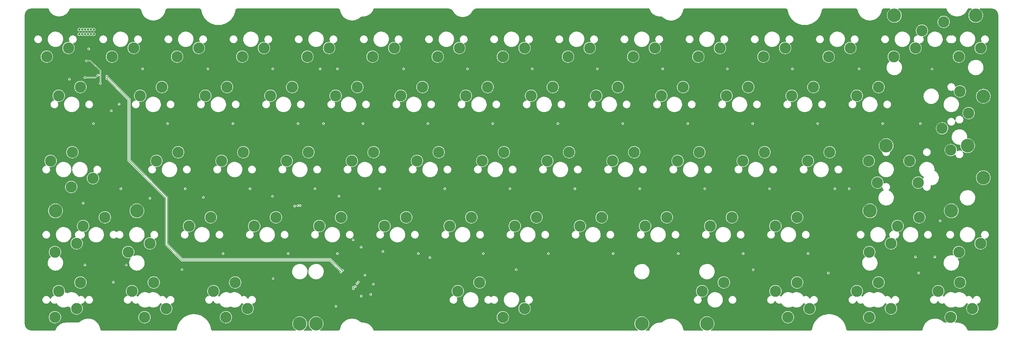
<source format=gbr>
%TF.GenerationSoftware,KiCad,Pcbnew,7.0.1*%
%TF.CreationDate,2023-05-13T17:15:19-04:00*%
%TF.ProjectId,PCB,5043422e-6b69-4636-9164-5f7063625858,rev?*%
%TF.SameCoordinates,Original*%
%TF.FileFunction,Copper,L1,Top*%
%TF.FilePolarity,Positive*%
%FSLAX46Y46*%
G04 Gerber Fmt 4.6, Leading zero omitted, Abs format (unit mm)*
G04 Created by KiCad (PCBNEW 7.0.1) date 2023-05-13 17:15:19*
%MOMM*%
%LPD*%
G01*
G04 APERTURE LIST*
G04 Aperture macros list*
%AMRotRect*
0 Rectangle, with rotation*
0 The origin of the aperture is its center*
0 $1 length*
0 $2 width*
0 $3 Rotation angle, in degrees counterclockwise*
0 Add horizontal line*
21,1,$1,$2,0,0,$3*%
G04 Aperture macros list end*
%TA.AperFunction,ComponentPad*%
%ADD10C,4.000000*%
%TD*%
%TA.AperFunction,ComponentPad*%
%ADD11C,3.300000*%
%TD*%
%TA.AperFunction,ComponentPad*%
%ADD12C,0.500000*%
%TD*%
%TA.AperFunction,SMDPad,CuDef*%
%ADD13RotRect,3.200000X3.200000X225.000000*%
%TD*%
%TA.AperFunction,ComponentPad*%
%ADD14C,0.700000*%
%TD*%
%TA.AperFunction,ComponentPad*%
%ADD15O,0.900000X1.700000*%
%TD*%
%TA.AperFunction,ComponentPad*%
%ADD16O,0.900000X2.400000*%
%TD*%
%TA.AperFunction,ViaPad*%
%ADD17C,0.450000*%
%TD*%
%TA.AperFunction,Conductor*%
%ADD18C,0.127000*%
%TD*%
%TA.AperFunction,Conductor*%
%ADD19C,0.200000*%
%TD*%
G04 APERTURE END LIST*
D10*
%TO.P,S2,*%
%TO.N,*%
X0Y-50165000D03*
X23812500Y-50165000D03*
%TD*%
%TO.P,S1,*%
%TO.N,*%
X171450000Y-83185000D03*
X71437500Y-83185000D03*
%TD*%
%TO.P,S7,*%
%TO.N,*%
X271303750Y-16668750D03*
X271303750Y-40481250D03*
%TD*%
%TO.P,S3,*%
%TO.N,*%
X238125000Y-50165000D03*
X261937500Y-50165000D03*
%TD*%
%TO.P,S4,*%
%TO.N,*%
X242887500Y-31115000D03*
X266700000Y-31115000D03*
%TD*%
%TO.P,S5,*%
%TO.N,*%
X245268750Y6985000D03*
X269081250Y6985000D03*
%TD*%
%TO.P,S6,*%
%TO.N,*%
X190500000Y-83185000D03*
X76200000Y-83185000D03*
%TD*%
D11*
%TO.P,SW36,1,1*%
%TO.N,GP7*%
X143827500Y-35560000D03*
%TO.P,SW36,2,2*%
%TO.N,Net-(D37-A)*%
X150177500Y-33020000D03*
%TD*%
D12*
%TO.P,U1,57,GND*%
%TO.N,GND*%
X92396688Y-72628125D03*
X90487500Y-70718937D03*
D13*
X90487500Y-72628125D03*
D12*
X90487500Y-74537313D03*
X88578312Y-72628125D03*
%TD*%
D11*
%TO.P,SW65,1,1*%
%TO.N,GP5*%
X137160000Y-78740000D03*
%TO.P,SW65,2,2*%
%TO.N,Net-(D58-A)*%
X130810000Y-81280000D03*
%TD*%
%TO.P,SW8,1,1*%
%TO.N,GP7*%
X137160000Y-2540000D03*
%TO.P,SW8,2,2*%
%TO.N,Net-(D9-A)*%
X130810000Y-5080000D03*
%TD*%
%TO.P,SW74,1,1*%
%TO.N,GP12*%
X244316250Y-59690000D03*
%TO.P,SW74,2,2*%
%TO.N,Net-(D63-A)*%
X237966250Y-62230000D03*
%TD*%
%TO.P,SW46,1,1*%
%TO.N,GP5*%
X96202500Y-54610000D03*
%TO.P,SW46,2,2*%
%TO.N,Net-(D47-A)*%
X102552500Y-52070000D03*
%TD*%
%TO.P,SW42,1,1*%
%TO.N,GP0*%
X8096250Y-54610000D03*
%TO.P,SW42,2,2*%
%TO.N,Net-(D43-A)*%
X14446250Y-52070000D03*
%TD*%
%TO.P,SW6,1,1*%
%TO.N,GP5*%
X99060000Y-2540000D03*
%TO.P,SW6,2,2*%
%TO.N,Net-(D7-A)*%
X92710000Y-5080000D03*
%TD*%
D14*
%TO.P,J1,A1,GND*%
%TO.N,GND*%
X6103125Y1496875D03*
%TO.P,J1,A4,VBUS*%
%TO.N,VBUS*%
X6953125Y1496875D03*
%TO.P,J1,A5,CC1*%
%TO.N,Net-(J1-CC1)*%
X7803125Y1496875D03*
%TO.P,J1,A6,D+*%
%TO.N,/D+*%
X8653125Y1496875D03*
%TO.P,J1,A7,D-*%
%TO.N,/D-*%
X9503125Y1496875D03*
%TO.P,J1,A8,SBU1*%
%TO.N,unconnected-(J1-SBU1-PadA8)*%
X10353125Y1496875D03*
%TO.P,J1,A9,VBUS*%
%TO.N,VBUS*%
X11203125Y1496875D03*
%TO.P,J1,A12,GND*%
%TO.N,GND*%
X12053125Y1496875D03*
%TO.P,J1,B1,GND*%
X12053125Y2846875D03*
%TO.P,J1,B4,VBUS*%
%TO.N,VBUS*%
X11203125Y2846875D03*
%TO.P,J1,B5,CC2*%
%TO.N,Net-(J1-CC2)*%
X10353125Y2846875D03*
%TO.P,J1,B6,D+*%
%TO.N,/D+*%
X9503125Y2846875D03*
%TO.P,J1,B7,D-*%
%TO.N,/D-*%
X8653125Y2846875D03*
%TO.P,J1,B8,SBU2*%
%TO.N,unconnected-(J1-SBU2-PadB8)*%
X7803125Y2846875D03*
%TO.P,J1,B9,VBUS*%
%TO.N,VBUS*%
X6953125Y2846875D03*
%TO.P,J1,B12,GND*%
%TO.N,GND*%
X6103125Y2846875D03*
D15*
%TO.P,J1,S1,SHIELD*%
X4753125Y5856875D03*
D16*
X4753125Y2476875D03*
D15*
X13403125Y5856875D03*
D16*
X13403125Y2476875D03*
%TD*%
D11*
%TO.P,SW51,1,1*%
%TO.N,GP10*%
X191452500Y-54610000D03*
%TO.P,SW51,2,2*%
%TO.N,Net-(D52-A)*%
X197802500Y-52070000D03*
%TD*%
%TO.P,SW57,1,1*%
%TO.N,GP5*%
X117633750Y-73660000D03*
%TO.P,SW57,2,2*%
%TO.N,Net-(D58-A)*%
X123983750Y-71120000D03*
%TD*%
%TO.P,SW62,1,1*%
%TO.N,GP0*%
X952500Y-73660000D03*
%TO.P,SW62,2,2*%
%TO.N,Net-(D55-A)*%
X7302500Y-71120000D03*
%TD*%
%TO.P,SW1,1,1*%
%TO.N,GP0*%
X3810000Y-2540000D03*
%TO.P,SW1,2,2*%
%TO.N,Net-(D2-A)*%
X-2540000Y-5080000D03*
%TD*%
%TO.P,SW38,1,1*%
%TO.N,GP9*%
X181927500Y-35560000D03*
%TO.P,SW38,2,2*%
%TO.N,Net-(D39-A)*%
X188277500Y-33020000D03*
%TD*%
%TO.P,SW3,1,1*%
%TO.N,GP2*%
X41910000Y-2540000D03*
%TO.P,SW3,2,2*%
%TO.N,Net-(D4-A)*%
X35560000Y-5080000D03*
%TD*%
%TO.P,SW30,1,1*%
%TO.N,GP1*%
X29527500Y-35560000D03*
%TO.P,SW30,2,2*%
%TO.N,Net-(D31-A)*%
X35877500Y-33020000D03*
%TD*%
%TO.P,SW20,1,1*%
%TO.N,GP5*%
X100965000Y-16510000D03*
%TO.P,SW20,2,2*%
%TO.N,Net-(D21-A)*%
X107315000Y-13970000D03*
%TD*%
%TO.P,SW37,1,1*%
%TO.N,GP8*%
X162877500Y-35560000D03*
%TO.P,SW37,2,2*%
%TO.N,Net-(D38-A)*%
X169227500Y-33020000D03*
%TD*%
%TO.P,SW79,1,1*%
%TO.N,GP1*%
X27622500Y-59690000D03*
%TO.P,SW79,2,2*%
%TO.N,Net-(D64-A)*%
X21272500Y-62230000D03*
%TD*%
%TO.P,SW27,1,1*%
%TO.N,GP12*%
X234315000Y-16510000D03*
%TO.P,SW27,2,2*%
%TO.N,Net-(D28-A)*%
X240665000Y-13970000D03*
%TD*%
%TO.P,SW35,1,1*%
%TO.N,GP6*%
X124777500Y-35560000D03*
%TO.P,SW35,2,2*%
%TO.N,Net-(D36-A)*%
X131127500Y-33020000D03*
%TD*%
%TO.P,SW69,1,1*%
%TO.N,GP0*%
X-1428750Y-35560000D03*
%TO.P,SW69,2,2*%
%TO.N,Net-(D30-A)*%
X4921250Y-33020000D03*
%TD*%
%TO.P,SW28,1,1*%
%TO.N,GP13*%
X264477500Y-15240000D03*
%TO.P,SW28,2,2*%
%TO.N,Net-(D29-A)*%
X267017500Y-21590000D03*
%TD*%
%TO.P,SW75,1,1*%
%TO.N,GP12*%
X246221250Y-54610000D03*
%TO.P,SW75,2,2*%
%TO.N,Net-(D63-A)*%
X252571250Y-52070000D03*
%TD*%
%TO.P,SW14,1,1*%
%TO.N,GP13*%
X253365000Y2540000D03*
%TO.P,SW14,2,2*%
%TO.N,Net-(D15-A)*%
X259715000Y5080000D03*
%TD*%
%TO.P,SW63,1,1*%
%TO.N,GP1*%
X32385000Y-78740000D03*
%TO.P,SW63,2,2*%
%TO.N,Net-(D56-A)*%
X26035000Y-81280000D03*
%TD*%
%TO.P,SW70,1,1*%
%TO.N,GP13*%
X251460000Y-2540000D03*
%TO.P,SW70,2,2*%
%TO.N,Net-(D15-A)*%
X245110000Y-5080000D03*
%TD*%
%TO.P,SW2,1,1*%
%TO.N,GP1*%
X22860000Y-2540000D03*
%TO.P,SW2,2,2*%
%TO.N,Net-(D3-A)*%
X16510000Y-5080000D03*
%TD*%
%TO.P,SW54,1,1*%
%TO.N,GP0*%
X6191250Y-78740000D03*
%TO.P,SW54,2,2*%
%TO.N,Net-(D55-A)*%
X-158750Y-81280000D03*
%TD*%
%TO.P,SW29,1,1*%
%TO.N,GP0*%
X10953750Y-40640000D03*
%TO.P,SW29,2,2*%
%TO.N,Net-(D30-A)*%
X4603750Y-43180000D03*
%TD*%
%TO.P,SW31,1,1*%
%TO.N,GP2*%
X48577500Y-35560000D03*
%TO.P,SW31,2,2*%
%TO.N,Net-(D32-A)*%
X54927500Y-33020000D03*
%TD*%
%TO.P,SW9,1,1*%
%TO.N,GP8*%
X156210000Y-2540000D03*
%TO.P,SW9,2,2*%
%TO.N,Net-(D10-A)*%
X149860000Y-5080000D03*
%TD*%
%TO.P,SW19,1,1*%
%TO.N,GP4*%
X81915000Y-16510000D03*
%TO.P,SW19,2,2*%
%TO.N,Net-(D20-A)*%
X88265000Y-13970000D03*
%TD*%
%TO.P,SW40,1,1*%
%TO.N,GP11*%
X220027500Y-35560000D03*
%TO.P,SW40,2,2*%
%TO.N,Net-(D41-A)*%
X226377500Y-33020000D03*
%TD*%
%TO.P,SW7,1,1*%
%TO.N,GP6*%
X118110000Y-2540000D03*
%TO.P,SW7,2,2*%
%TO.N,Net-(D8-A)*%
X111760000Y-5080000D03*
%TD*%
%TO.P,SW58,1,1*%
%TO.N,GP9*%
X189071250Y-73660000D03*
%TO.P,SW58,2,2*%
%TO.N,Net-(D59-A)*%
X195421250Y-71120000D03*
%TD*%
%TO.P,SW71,1,1*%
%TO.N,GP14*%
X270510000Y-2540000D03*
%TO.P,SW71,2,2*%
%TO.N,Net-(D1-A)*%
X264160000Y-5080000D03*
%TD*%
%TO.P,SW23,1,1*%
%TO.N,GP8*%
X158115000Y-16510000D03*
%TO.P,SW23,2,2*%
%TO.N,Net-(D24-A)*%
X164465000Y-13970000D03*
%TD*%
%TO.P,SW78,1,1*%
%TO.N,GP0*%
X6191250Y-59690000D03*
%TO.P,SW78,2,2*%
%TO.N,Net-(D43-A)*%
X-158750Y-62230000D03*
%TD*%
%TO.P,SW16,1,1*%
%TO.N,GP1*%
X24765000Y-16510000D03*
%TO.P,SW16,2,2*%
%TO.N,Net-(D17-A)*%
X31115000Y-13970000D03*
%TD*%
%TO.P,SW52,1,1*%
%TO.N,GP11*%
X210502500Y-54610000D03*
%TO.P,SW52,2,2*%
%TO.N,Net-(D53-A)*%
X216852500Y-52070000D03*
%TD*%
%TO.P,SW55,1,1*%
%TO.N,GP1*%
X22383750Y-73660000D03*
%TO.P,SW55,2,2*%
%TO.N,Net-(D56-A)*%
X28733750Y-71120000D03*
%TD*%
%TO.P,SW43,1,1*%
%TO.N,GP2*%
X39052500Y-54610000D03*
%TO.P,SW43,2,2*%
%TO.N,Net-(D44-A)*%
X45402500Y-52070000D03*
%TD*%
%TO.P,SW25,1,1*%
%TO.N,GP10*%
X196215000Y-16510000D03*
%TO.P,SW25,2,2*%
%TO.N,Net-(D26-A)*%
X202565000Y-13970000D03*
%TD*%
%TO.P,SW53,1,1*%
%TO.N,GP13*%
X270510000Y-59690000D03*
%TO.P,SW53,2,2*%
%TO.N,Net-(D54-A)*%
X264160000Y-62230000D03*
%TD*%
%TO.P,SW45,1,1*%
%TO.N,GP4*%
X77152500Y-54610000D03*
%TO.P,SW45,2,2*%
%TO.N,Net-(D46-A)*%
X83502500Y-52070000D03*
%TD*%
%TO.P,SW11,1,1*%
%TO.N,GP10*%
X194310000Y-2540000D03*
%TO.P,SW11,2,2*%
%TO.N,Net-(D12-A)*%
X187960000Y-5080000D03*
%TD*%
%TO.P,SW34,1,1*%
%TO.N,GP5*%
X105727500Y-35560000D03*
%TO.P,SW34,2,2*%
%TO.N,Net-(D35-A)*%
X112077500Y-33020000D03*
%TD*%
%TO.P,SW10,1,1*%
%TO.N,GP9*%
X175260000Y-2540000D03*
%TO.P,SW10,2,2*%
%TO.N,Net-(D11-A)*%
X168910000Y-5080000D03*
%TD*%
%TO.P,SW49,1,1*%
%TO.N,GP8*%
X153352500Y-54610000D03*
%TO.P,SW49,2,2*%
%TO.N,Net-(D50-A)*%
X159702500Y-52070000D03*
%TD*%
%TO.P,SW48,1,1*%
%TO.N,GP7*%
X134302500Y-54610000D03*
%TO.P,SW48,2,2*%
%TO.N,Net-(D49-A)*%
X140652500Y-52070000D03*
%TD*%
%TO.P,SW32,1,1*%
%TO.N,GP3*%
X67627500Y-35560000D03*
%TO.P,SW32,2,2*%
%TO.N,Net-(D33-A)*%
X73977500Y-33020000D03*
%TD*%
%TO.P,SW18,1,1*%
%TO.N,GP3*%
X62865000Y-16510000D03*
%TO.P,SW18,2,2*%
%TO.N,Net-(D19-A)*%
X69215000Y-13970000D03*
%TD*%
%TO.P,SW50,1,1*%
%TO.N,GP9*%
X172402500Y-54610000D03*
%TO.P,SW50,2,2*%
%TO.N,Net-(D51-A)*%
X178752500Y-52070000D03*
%TD*%
%TO.P,SW61,1,1*%
%TO.N,GP10*%
X220503750Y-78740000D03*
%TO.P,SW61,2,2*%
%TO.N,Net-(D60-A)*%
X214153750Y-81280000D03*
%TD*%
%TO.P,SW47,1,1*%
%TO.N,GP6*%
X115252500Y-54610000D03*
%TO.P,SW47,2,2*%
%TO.N,Net-(D48-A)*%
X121602500Y-52070000D03*
%TD*%
%TO.P,SW12,1,1*%
%TO.N,GP11*%
X213360000Y-2540000D03*
%TO.P,SW12,2,2*%
%TO.N,Net-(D13-A)*%
X207010000Y-5080000D03*
%TD*%
%TO.P,SW64,1,1*%
%TO.N,GP2*%
X56197500Y-78740000D03*
%TO.P,SW64,2,2*%
%TO.N,Net-(D57-A)*%
X49847500Y-81280000D03*
%TD*%
%TO.P,SW59,1,1*%
%TO.N,GP11*%
X244316250Y-78740000D03*
%TO.P,SW59,2,2*%
%TO.N,Net-(D61-A)*%
X237966250Y-81280000D03*
%TD*%
%TO.P,SW24,1,1*%
%TO.N,GP9*%
X177165000Y-16510000D03*
%TO.P,SW24,2,2*%
%TO.N,Net-(D25-A)*%
X183515000Y-13970000D03*
%TD*%
%TO.P,SW76,1,1*%
%TO.N,GP13*%
X261778750Y-32385000D03*
%TO.P,SW76,2,2*%
%TO.N,Net-(D29-A)*%
X259238750Y-26035000D03*
%TD*%
%TO.P,SW67,1,1*%
%TO.N,GP11*%
X234315000Y-73660000D03*
%TO.P,SW67,2,2*%
%TO.N,Net-(D61-A)*%
X240665000Y-71120000D03*
%TD*%
%TO.P,SW41,1,1*%
%TO.N,GP13*%
X252253750Y-41910000D03*
%TO.P,SW41,2,2*%
%TO.N,Net-(D42-A)*%
X249713750Y-35560000D03*
%TD*%
%TO.P,SW33,1,1*%
%TO.N,GP4*%
X86677500Y-35560000D03*
%TO.P,SW33,2,2*%
%TO.N,Net-(D34-A)*%
X93027500Y-33020000D03*
%TD*%
%TO.P,SW17,1,1*%
%TO.N,GP2*%
X43815000Y-16510000D03*
%TO.P,SW17,2,2*%
%TO.N,Net-(D18-A)*%
X50165000Y-13970000D03*
%TD*%
%TO.P,SW4,1,1*%
%TO.N,GP3*%
X60960000Y-2540000D03*
%TO.P,SW4,2,2*%
%TO.N,Net-(D5-A)*%
X54610000Y-5080000D03*
%TD*%
%TO.P,SW15,1,1*%
%TO.N,GP0*%
X952500Y-16510000D03*
%TO.P,SW15,2,2*%
%TO.N,Net-(D16-A)*%
X7302500Y-13970000D03*
%TD*%
%TO.P,SW39,1,1*%
%TO.N,GP10*%
X200977500Y-35560000D03*
%TO.P,SW39,2,2*%
%TO.N,Net-(D40-A)*%
X207327500Y-33020000D03*
%TD*%
%TO.P,SW44,1,1*%
%TO.N,GP3*%
X58102500Y-54610000D03*
%TO.P,SW44,2,2*%
%TO.N,Net-(D45-A)*%
X64452500Y-52070000D03*
%TD*%
%TO.P,SW77,1,1*%
%TO.N,GP13*%
X240347500Y-41910000D03*
%TO.P,SW77,2,2*%
%TO.N,Net-(D42-A)*%
X237807500Y-35560000D03*
%TD*%
%TO.P,SW21,1,1*%
%TO.N,GP6*%
X120015000Y-16510000D03*
%TO.P,SW21,2,2*%
%TO.N,Net-(D22-A)*%
X126365000Y-13970000D03*
%TD*%
%TO.P,SW13,1,1*%
%TO.N,GP12*%
X232410000Y-2540000D03*
%TO.P,SW13,2,2*%
%TO.N,Net-(D14-A)*%
X226060000Y-5080000D03*
%TD*%
%TO.P,SW66,1,1*%
%TO.N,GP10*%
X210502500Y-73660000D03*
%TO.P,SW66,2,2*%
%TO.N,Net-(D60-A)*%
X216852500Y-71120000D03*
%TD*%
%TO.P,SW60,1,1*%
%TO.N,GP13*%
X268128750Y-78740000D03*
%TO.P,SW60,2,2*%
%TO.N,Net-(D62-A)*%
X261778750Y-81280000D03*
%TD*%
%TO.P,SW5,1,1*%
%TO.N,GP4*%
X80010000Y-2540000D03*
%TO.P,SW5,2,2*%
%TO.N,Net-(D6-A)*%
X73660000Y-5080000D03*
%TD*%
%TO.P,SW22,1,1*%
%TO.N,GP7*%
X139065000Y-16510000D03*
%TO.P,SW22,2,2*%
%TO.N,Net-(D23-A)*%
X145415000Y-13970000D03*
%TD*%
%TO.P,SW68,1,1*%
%TO.N,GP13*%
X258127500Y-73660000D03*
%TO.P,SW68,2,2*%
%TO.N,Net-(D62-A)*%
X264477500Y-71120000D03*
%TD*%
%TO.P,SW26,1,1*%
%TO.N,GP11*%
X215265000Y-16510000D03*
%TO.P,SW26,2,2*%
%TO.N,Net-(D27-A)*%
X221615000Y-13970000D03*
%TD*%
%TO.P,SW56,1,1*%
%TO.N,GP2*%
X46196250Y-73660000D03*
%TO.P,SW56,2,2*%
%TO.N,Net-(D57-A)*%
X52546250Y-71120000D03*
%TD*%
D17*
%TO.N,GND*%
X87020000Y-77487500D03*
X86360000Y-66307500D03*
X83990000Y-70707500D03*
X99790000Y-77227500D03*
X95540000Y-69472500D03*
X84940000Y-72837500D03*
X85800000Y-66847500D03*
X16320000Y-15170000D03*
X96580000Y-76227500D03*
X83430000Y-71277500D03*
X87690000Y-58640000D03*
X84580000Y-70127500D03*
X96050000Y-81247500D03*
X69370000Y-73307500D03*
X63170000Y-73297500D03*
X18540000Y-17050000D03*
X15000000Y-9297500D03*
X7160000Y-740000D03*
X72670000Y-73307500D03*
X91870000Y-66507500D03*
X93890000Y-79397500D03*
X94490000Y-78837500D03*
X15680000Y-20870000D03*
X78850000Y-73307500D03*
X97980000Y-80727500D03*
X9000000Y-8590000D03*
X91440000Y-64570000D03*
%TO.N,/VFused_*%
X9000000Y-6300000D03*
X9715000Y-2790000D03*
X13110000Y-12897500D03*
%TO.N,+3.3V*%
X89390000Y-60770000D03*
X87080000Y-72937500D03*
X92940000Y-71587500D03*
X92170000Y-74597500D03*
X90480000Y-68957500D03*
X88560000Y-70977500D03*
X87080000Y-72477500D03*
X18610000Y-18950000D03*
X87050000Y-58640000D03*
X89410000Y-75117500D03*
X16320000Y-20880000D03*
X88150000Y-71437500D03*
X87620000Y-72322500D03*
%TO.N,/DN*%
X83452512Y-68074988D03*
X14995922Y-11448125D03*
%TO.N,/DP*%
X8600000Y-11147500D03*
X14995922Y-10748125D03*
X12400000Y-10497500D03*
X83947488Y-67580012D03*
%TO.N,GP0*%
X8096250Y-47907500D03*
%TO.N,GP2*%
X43226250Y-46193750D03*
%TO.N,GP4*%
X82881250Y-45858750D03*
%TO.N,GP13*%
X258678750Y-53088750D03*
%TO.N,/CS_*%
X95730000Y-62027500D03*
X81990000Y-78047500D03*
%TO.N,GP1*%
X27622500Y-46467500D03*
%TO.N,GP3*%
X63451250Y-45908750D03*
%TO.N,GP5*%
X109480000Y-63810000D03*
%TO.N,GP25*%
X134700000Y-67347500D03*
X63620000Y-69967500D03*
X225990000Y-68350000D03*
X252410000Y-68337500D03*
X36960000Y-67347500D03*
X16900000Y-71017500D03*
X204000000Y-67397500D03*
%TO.N,GP26*%
X8610000Y-65997500D03*
X48990000Y-62647500D03*
X163060000Y-62647500D03*
X257110000Y-63647500D03*
X20690000Y-65997500D03*
X251460000Y-63647500D03*
X201070000Y-62647500D03*
X220070000Y-62647500D03*
X125090000Y-62647500D03*
X182110000Y-62647500D03*
X82470000Y-62647500D03*
X68040000Y-62647500D03*
X106110000Y-62647500D03*
X144130000Y-62647500D03*
%TO.N,GP27*%
X37930000Y-43697500D03*
X19120000Y-43693750D03*
X132880000Y-43697500D03*
X170860000Y-43697500D03*
X189850000Y-43697500D03*
X56890000Y-43697500D03*
X208810000Y-43697500D03*
X113840000Y-43697500D03*
X69920000Y-48767500D03*
X227890000Y-43697500D03*
X232080000Y-43697500D03*
X151870000Y-43697500D03*
X75890000Y-43697500D03*
X94830000Y-43697500D03*
%TO.N,GP28*%
X78390000Y-24647500D03*
X146910000Y-24647500D03*
X70850000Y-48637500D03*
X51900000Y-24647500D03*
X241890000Y-24647500D03*
X32790000Y-24647500D03*
X70910000Y-24647500D03*
X184870000Y-24647500D03*
X11120000Y-24647500D03*
X252910000Y-24647500D03*
X165890000Y-24647500D03*
X203860000Y-24647500D03*
X108900000Y-24647500D03*
X222870000Y-24647500D03*
X127860000Y-24647500D03*
X89910000Y-24647500D03*
%TO.N,GP29*%
X101800000Y-8647500D03*
X158440000Y-8647500D03*
X120490000Y-8647500D03*
X63530000Y-8647500D03*
X25450000Y-8647500D03*
X77360000Y-8647500D03*
X44560000Y-8647500D03*
X4080000Y-11657500D03*
X256320000Y-8667500D03*
X234980000Y-8647500D03*
X71520000Y-48597500D03*
X215460000Y-8647500D03*
X82470000Y-8647500D03*
X139390000Y-8647500D03*
X196460000Y-8647500D03*
X177530000Y-8647500D03*
%TD*%
D18*
%TO.N,/VFused_*%
X13110000Y-9157500D02*
X10252500Y-6300000D01*
X13110000Y-12897500D02*
X13110000Y-9157500D01*
X10252500Y-6300000D02*
X9000000Y-6300000D01*
D19*
%TO.N,/DN*%
X21255000Y-35400700D02*
X32245000Y-46390700D01*
X14995922Y-11448125D02*
X15059525Y-11448125D01*
X21255000Y-17643600D02*
X21255000Y-35400700D01*
X15059525Y-11448125D02*
X21255000Y-17643600D01*
X36916800Y-64712500D02*
X80266800Y-64712500D01*
X83452512Y-67898211D02*
X83452512Y-68074988D01*
X32245000Y-46390700D02*
X32245000Y-60040700D01*
X80266800Y-64712500D02*
X83452512Y-67898211D01*
X32245000Y-60040700D02*
X36916800Y-64712500D01*
%TO.N,/DP*%
X32695000Y-46204300D02*
X32695000Y-59854300D01*
D18*
X8600000Y-11147500D02*
X11750000Y-11147500D01*
D19*
X14995922Y-10748125D02*
X21705000Y-17457203D01*
X32695000Y-59854300D02*
X37103200Y-64262500D01*
X37103200Y-64262500D02*
X80453200Y-64262500D01*
D18*
X11750000Y-11147500D02*
X12400000Y-10497500D01*
D19*
X21705000Y-17457203D02*
X21705000Y-35214300D01*
X21705000Y-35214300D02*
X32695000Y-46204300D01*
X80453200Y-64262500D02*
X83770711Y-67580012D01*
X83770711Y-67580012D02*
X83947488Y-67580012D01*
%TD*%
%TA.AperFunction,Conductor*%
%TO.N,GND*%
G36*
X-2081091Y8989022D02*
G01*
X-2039161Y8959352D01*
X-2012556Y8915413D01*
X-1936687Y8700371D01*
X-1935033Y8692956D01*
X-1934634Y8692143D01*
X-1929278Y8679545D01*
X-1928305Y8676858D01*
X-1923640Y8670104D01*
X-1857334Y8537978D01*
X-1719984Y8264281D01*
X-1719857Y8264029D01*
X-1716545Y8254761D01*
X-1710370Y8244483D01*
X-1703798Y8237263D01*
X-1445893Y7871957D01*
X-1441837Y7864450D01*
X-1432543Y7853182D01*
X-1425972Y7847844D01*
X-1380161Y7799826D01*
X-1121279Y7528473D01*
X-1115663Y7521037D01*
X-1105940Y7512243D01*
X-1097969Y7507544D01*
X-754312Y7238611D01*
X-747640Y7231904D01*
X-736534Y7224434D01*
X-727811Y7220814D01*
X-544040Y7115466D01*
X-349662Y7004037D01*
X-341416Y6997858D01*
X-331396Y6993049D01*
X-321506Y6990481D01*
X84374Y6829664D01*
X93275Y6824766D01*
X105459Y6820928D01*
X115545Y6819899D01*
X541751Y6718788D01*
X551639Y6715074D01*
X563823Y6713110D01*
X574334Y6713601D01*
X1015999Y6675258D01*
X1025849Y6673174D01*
X1038693Y6673034D01*
X1048480Y6674976D01*
X1497724Y6702965D01*
X1508582Y6702204D01*
X1520656Y6703878D01*
X1530896Y6707552D01*
X1983176Y6805473D01*
X1992305Y6806201D01*
X2007815Y6810704D01*
X2015894Y6814972D01*
X2366103Y6943425D01*
X2374822Y6945239D01*
X2376014Y6945862D01*
X2391738Y6952776D01*
X2392657Y6953108D01*
X2399803Y6958204D01*
X2726810Y7127085D01*
X2735070Y7129979D01*
X2735402Y7130210D01*
X2750482Y7139244D01*
X2751411Y7139716D01*
X2757920Y7145733D01*
X3059380Y7352296D01*
X3067842Y7356556D01*
X3081817Y7367469D01*
X3081903Y7367527D01*
X3087902Y7374704D01*
X3359871Y7615141D01*
X3366838Y7619774D01*
X3367750Y7620807D01*
X3378876Y7631933D01*
X3380991Y7633800D01*
X3385746Y7641176D01*
X3624978Y7911783D01*
X3632153Y7917781D01*
X3632211Y7917867D01*
X3643123Y7931840D01*
X3647381Y7940299D01*
X3853945Y8241764D01*
X3859962Y8248273D01*
X3860434Y8249201D01*
X3869468Y8264281D01*
X3869698Y8264611D01*
X3872591Y8272869D01*
X4041471Y8599879D01*
X4046567Y8607024D01*
X4046899Y8607943D01*
X4053813Y8623667D01*
X4054437Y8624860D01*
X4056253Y8633584D01*
X4058839Y8640632D01*
X4091885Y8730728D01*
X4160166Y8916882D01*
X4186954Y8960111D01*
X4228649Y8989229D01*
X4278459Y8999492D01*
X24450926Y8999492D01*
X24451124Y8999492D01*
X24523580Y8999492D01*
X24537905Y8998675D01*
X24543568Y8998027D01*
X24643503Y8986591D01*
X24661485Y8983194D01*
X24677769Y8978872D01*
X24718263Y8959913D01*
X24952975Y8793673D01*
X24952987Y8793665D01*
X24981438Y8765803D01*
X24999773Y8730453D01*
X25097310Y8435914D01*
X25101125Y8421638D01*
X25132494Y8268810D01*
X25132807Y8262386D01*
X25135196Y8253969D01*
X25137356Y8245161D01*
X25139337Y8235604D01*
X25142121Y8229695D01*
X25230537Y7920107D01*
X25231517Y7913105D01*
X25233528Y7907910D01*
X25236880Y7898060D01*
X25238456Y7892714D01*
X25241988Y7886522D01*
X25360468Y7588886D01*
X25362426Y7581269D01*
X25363124Y7579982D01*
X25369100Y7567335D01*
X25369768Y7565691D01*
X25374456Y7559304D01*
X25607845Y7135285D01*
X25611868Y7127977D01*
X25615076Y7120225D01*
X25622563Y7108741D01*
X25622574Y7108722D01*
X25628486Y7102716D01*
X25921926Y6716967D01*
X25926637Y6708883D01*
X25935327Y6699039D01*
X25942745Y6693390D01*
X26286473Y6356343D01*
X26292244Y6349097D01*
X26302060Y6340790D01*
X26310046Y6336309D01*
X26697681Y6052435D01*
X26704109Y6046376D01*
X26717007Y6038295D01*
X26725254Y6035221D01*
X26962957Y5908795D01*
X27149162Y5809759D01*
X27156462Y5804670D01*
X27169801Y5798777D01*
X27178479Y5796903D01*
X27632848Y5633872D01*
X27642042Y5629245D01*
X27653093Y5626180D01*
X27663297Y5625451D01*
X27902926Y5577332D01*
X28140223Y5529682D01*
X28148606Y5526734D01*
X28166743Y5524263D01*
X28167238Y5524159D01*
X28176177Y5524789D01*
X28489668Y5501387D01*
X28497336Y5499642D01*
X28501981Y5499776D01*
X28515298Y5499458D01*
X28521152Y5499008D01*
X28529068Y5500495D01*
X28846323Y5508654D01*
X28854520Y5507614D01*
X28858120Y5508108D01*
X28873406Y5509268D01*
X28877721Y5509333D01*
X28885834Y5511715D01*
X29206796Y5552603D01*
X29214480Y5552360D01*
X29220481Y5553717D01*
X29228783Y5555148D01*
X29235021Y5556950D01*
X29479226Y5610520D01*
X29487320Y5611071D01*
X29490279Y5612071D01*
X29505280Y5616131D01*
X29510198Y5617142D01*
X29517760Y5621061D01*
X29871030Y5735217D01*
X29879215Y5736642D01*
X29880906Y5737422D01*
X29895511Y5743090D01*
X29897518Y5743729D01*
X29904556Y5748241D01*
X30239856Y5901034D01*
X30248133Y5903414D01*
X30249903Y5904498D01*
X30264578Y5912214D01*
X30267480Y5913504D01*
X30274322Y5919266D01*
X30276931Y5920835D01*
X30584602Y6105865D01*
X30592650Y6109129D01*
X30595481Y6111325D01*
X30608438Y6120144D01*
X30611330Y6121860D01*
X30617304Y6128120D01*
X30904001Y6348042D01*
X30911629Y6352237D01*
X30913362Y6353938D01*
X30926041Y6364834D01*
X30927393Y6365849D01*
X30932637Y6372616D01*
X31193910Y6624295D01*
X31200849Y6629275D01*
X31201751Y6630387D01*
X31213415Y6642931D01*
X31214513Y6643963D01*
X31219016Y6651372D01*
X31219018Y6651374D01*
X31449718Y6929855D01*
X31456105Y6935502D01*
X31458257Y6938812D01*
X31467106Y6950807D01*
X31469327Y6953474D01*
X31472828Y6961132D01*
X31671192Y7264453D01*
X31676918Y7270790D01*
X31678748Y7274450D01*
X31686109Y7287241D01*
X31688211Y7290445D01*
X31690815Y7298497D01*
X31855091Y7625410D01*
X31860120Y7632554D01*
X31860686Y7634151D01*
X31867482Y7649869D01*
X31868061Y7650993D01*
X31869834Y7659403D01*
X31913499Y7778644D01*
X31997447Y8007892D01*
X32001545Y8015384D01*
X32002214Y8018216D01*
X32006712Y8033097D01*
X32007806Y8036047D01*
X32008523Y8044656D01*
X32098202Y8418837D01*
X32102438Y8431754D01*
X32102040Y8445388D01*
X32105163Y8477973D01*
X32108352Y8511246D01*
X32123861Y8560822D01*
X32129222Y8570388D01*
X32263536Y8810056D01*
X32288237Y8841270D01*
X32321440Y8863218D01*
X32589565Y8984702D01*
X32629090Y8995312D01*
X32649463Y8997337D01*
X32664925Y8998874D01*
X32677389Y8999492D01*
X42086310Y8999492D01*
X42105470Y8998027D01*
X42183985Y8985947D01*
X42234655Y8978151D01*
X42236157Y8977920D01*
X42290009Y8956075D01*
X42518048Y8793937D01*
X42518420Y8793673D01*
X42546786Y8765806D01*
X42565055Y8730486D01*
X42662371Y8435724D01*
X42666095Y8421823D01*
X42717923Y8172061D01*
X42764001Y7950002D01*
X42765474Y7942906D01*
X42765970Y7935604D01*
X42767271Y7931430D01*
X42770237Y7920078D01*
X42771385Y7914666D01*
X42774667Y7907919D01*
X42882654Y7565623D01*
X42912125Y7472203D01*
X42915621Y7461123D01*
X42916819Y7454292D01*
X42918652Y7449921D01*
X42922295Y7440109D01*
X42923940Y7435044D01*
X42927598Y7428984D01*
X42959989Y7353598D01*
X43109626Y7005339D01*
X43109658Y7005266D01*
X43111593Y6998138D01*
X43113863Y6994011D01*
X43119110Y6983302D01*
X43120968Y6979006D01*
X43125395Y6973124D01*
X43346297Y6573531D01*
X43348877Y6566977D01*
X43351048Y6563804D01*
X43357127Y6553981D01*
X43360509Y6547911D01*
X43365781Y6542381D01*
X43504605Y6340790D01*
X43619905Y6173359D01*
X43623246Y6166554D01*
X43626512Y6162688D01*
X43634036Y6152837D01*
X43636976Y6148568D01*
X43642617Y6143584D01*
X43930557Y5801779D01*
X43934445Y5795509D01*
X43938267Y5791760D01*
X43946276Y5783133D01*
X43950483Y5778154D01*
X43956657Y5773754D01*
X44044998Y5687305D01*
X44274457Y5462760D01*
X44278981Y5456874D01*
X44282446Y5454091D01*
X44291749Y5445831D01*
X44296259Y5441409D01*
X44302944Y5437569D01*
X44544265Y5242835D01*
X44648166Y5158992D01*
X44653261Y5153538D01*
X44656807Y5151214D01*
X44667034Y5143753D01*
X44671195Y5140384D01*
X44678069Y5137202D01*
X45048750Y4892460D01*
X45054448Y4887390D01*
X45058152Y4885449D01*
X45069581Y4878671D01*
X45075005Y4875055D01*
X45082619Y4872504D01*
X45473445Y4665075D01*
X45479893Y4660306D01*
X45483349Y4658924D01*
X45496671Y4652670D01*
X45500863Y4650395D01*
X45508784Y4648504D01*
X45920694Y4478326D01*
X45927467Y4474301D01*
X45930704Y4473351D01*
X45944453Y4468436D01*
X45947840Y4466999D01*
X45955705Y4465831D01*
X46385152Y4335441D01*
X46392471Y4331936D01*
X46396404Y4331192D01*
X46410771Y4327588D01*
X46415484Y4326107D01*
X46423790Y4325807D01*
X46866328Y4237610D01*
X46873543Y4234992D01*
X46879196Y4234434D01*
X46891238Y4232657D01*
X46898527Y4231219D01*
X46906435Y4231765D01*
X47361582Y4187232D01*
X47369353Y4185338D01*
X47371888Y4185372D01*
X47387142Y4184654D01*
X47391608Y4184171D01*
X47399907Y4185530D01*
X47864434Y4186779D01*
X47872314Y4185605D01*
X47876899Y4186100D01*
X47890442Y4186830D01*
X47895396Y4186830D01*
X47903095Y4188854D01*
X48375596Y4238023D01*
X48383258Y4237664D01*
X48388111Y4238659D01*
X48401408Y4240655D01*
X48407942Y4241282D01*
X48415403Y4244088D01*
X48771892Y4314287D01*
X48779664Y4314433D01*
X48787855Y4316842D01*
X48800103Y4319788D01*
X48808624Y4321392D01*
X48815480Y4324706D01*
X49161216Y4422214D01*
X49168801Y4423088D01*
X49174526Y4425301D01*
X49187506Y4429527D01*
X49193816Y4431210D01*
X49200509Y4435030D01*
X49533095Y4558252D01*
X49540521Y4559583D01*
X49548938Y4563564D01*
X49560019Y4568173D01*
X49568550Y4571254D01*
X49574736Y4575577D01*
X49893627Y4723431D01*
X49900807Y4725394D01*
X49907709Y4729367D01*
X49918559Y4734933D01*
X49926114Y4738358D01*
X49931882Y4743047D01*
X50236140Y4914400D01*
X50242969Y4916809D01*
X50250981Y4922240D01*
X50260263Y4927964D01*
X50269109Y4932904D01*
X50274309Y4937929D01*
X50562190Y5131168D01*
X50569045Y5134212D01*
X50575772Y5139637D01*
X50585711Y5146881D01*
X50592005Y5151015D01*
X50596964Y5156468D01*
X50869445Y5371912D01*
X50876070Y5375491D01*
X50882419Y5381487D01*
X50891683Y5389424D01*
X50898282Y5394546D01*
X50902787Y5400420D01*
X51156759Y5635429D01*
X51163304Y5639648D01*
X51168580Y5645520D01*
X51178112Y5655052D01*
X51183984Y5660327D01*
X51188202Y5666872D01*
X51423211Y5920847D01*
X51429084Y5925351D01*
X51434207Y5931951D01*
X51442144Y5941215D01*
X51448139Y5947563D01*
X51451720Y5954190D01*
X51667161Y6226673D01*
X51672613Y6231630D01*
X51676747Y6237925D01*
X51683991Y6247864D01*
X51689416Y6254591D01*
X51692461Y6261447D01*
X51885697Y6549329D01*
X51890722Y6554529D01*
X51895662Y6563375D01*
X51901386Y6572657D01*
X51906817Y6580668D01*
X51909225Y6587496D01*
X51924689Y6614954D01*
X52080578Y6891756D01*
X52085266Y6897524D01*
X52088692Y6905080D01*
X52094258Y6915930D01*
X52098231Y6922832D01*
X52100194Y6930012D01*
X52248046Y7248901D01*
X52252369Y7255090D01*
X52255451Y7263622D01*
X52260060Y7274703D01*
X52264041Y7283121D01*
X52265373Y7290548D01*
X52291850Y7362013D01*
X52388590Y7623129D01*
X52392411Y7629824D01*
X52394095Y7636136D01*
X52398321Y7649116D01*
X52400534Y7654841D01*
X52401409Y7662429D01*
X52402006Y7664545D01*
X52499105Y8008837D01*
X52502434Y8015821D01*
X52503801Y8023240D01*
X52506864Y8036063D01*
X52508845Y8042783D01*
X52509070Y8050408D01*
X52580991Y8415644D01*
X52584656Y8427445D01*
X52585969Y8440965D01*
X52586958Y8446014D01*
X52586828Y8451686D01*
X52604938Y8570349D01*
X52626731Y8624241D01*
X52788941Y8852860D01*
X52816774Y8881246D01*
X52852068Y8899549D01*
X53134260Y8993038D01*
X53173872Y8999429D01*
X82645487Y8999449D01*
X82664560Y8997997D01*
X82721815Y8989229D01*
X82794814Y8978050D01*
X82848713Y8956221D01*
X83077302Y8793825D01*
X83105687Y8765957D01*
X83123970Y8730625D01*
X83221330Y8435850D01*
X83225109Y8421692D01*
X83256650Y8268175D01*
X83256970Y8262248D01*
X83259506Y8253068D01*
X83261234Y8246030D01*
X83263031Y8237679D01*
X83265380Y8232398D01*
X83354646Y7920063D01*
X83355626Y7913067D01*
X83357644Y7907854D01*
X83360996Y7898004D01*
X83362566Y7892677D01*
X83366103Y7886478D01*
X83484660Y7588816D01*
X83486618Y7581200D01*
X83487323Y7579901D01*
X83493299Y7567254D01*
X83493961Y7565623D01*
X83498652Y7559234D01*
X83735769Y7128638D01*
X83739127Y7120372D01*
X83746140Y7109634D01*
X83752283Y7103310D01*
X84046362Y6716871D01*
X84051071Y6708791D01*
X84059762Y6698947D01*
X84067185Y6693295D01*
X84411031Y6356259D01*
X84416803Y6349013D01*
X84427099Y6340297D01*
X84435131Y6335844D01*
X84822351Y6052386D01*
X84828777Y6046331D01*
X84841676Y6038249D01*
X84849931Y6035174D01*
X85098158Y5903210D01*
X85273013Y5810253D01*
X85281372Y5804323D01*
X85293493Y5798986D01*
X85303391Y5796860D01*
X85757740Y5633932D01*
X85766929Y5629308D01*
X85777977Y5626243D01*
X85788183Y5625516D01*
X86265210Y5529821D01*
X86273590Y5526874D01*
X86291732Y5524405D01*
X86291911Y5524368D01*
X86300754Y5524964D01*
X86614710Y5501587D01*
X86622372Y5499844D01*
X86627037Y5499979D01*
X86640354Y5499661D01*
X86646189Y5499213D01*
X86654112Y5500701D01*
X86971419Y5508921D01*
X86979610Y5507882D01*
X86983228Y5508379D01*
X86998514Y5509539D01*
X87002809Y5509604D01*
X87010925Y5511988D01*
X87331460Y5552881D01*
X87338165Y5552645D01*
X87346560Y5554378D01*
X87357538Y5556145D01*
X87367739Y5557328D01*
X87374357Y5559922D01*
X87453757Y5575621D01*
X87460556Y5575722D01*
X87471684Y5578797D01*
X87481122Y5581019D01*
X87492881Y5583314D01*
X87498987Y5586259D01*
X87823155Y5674666D01*
X87831348Y5675625D01*
X87834647Y5676935D01*
X87848832Y5681619D01*
X87853655Y5682901D01*
X87861063Y5687303D01*
X88175514Y5810187D01*
X88183984Y5812136D01*
X88185079Y5812731D01*
X88201222Y5820089D01*
X88203231Y5820840D01*
X88210273Y5825996D01*
X88509956Y5981475D01*
X88518205Y5984251D01*
X88520341Y5985708D01*
X88535035Y5994343D01*
X88537484Y5995568D01*
X88543959Y6001486D01*
X88826203Y6188296D01*
X88834136Y6191975D01*
X88835578Y6193210D01*
X88849528Y6203588D01*
X88851664Y6204960D01*
X88857463Y6211511D01*
X89131249Y6438001D01*
X89137770Y6443044D01*
X89319817Y6574519D01*
X89364369Y6594938D01*
X89683769Y6671072D01*
X89712984Y6674505D01*
X89901829Y6674505D01*
X89906025Y6673766D01*
X89921563Y6674400D01*
X89926703Y6674505D01*
X89932688Y6674505D01*
X89936299Y6675001D01*
X90171772Y6684585D01*
X90179836Y6683644D01*
X90185026Y6684407D01*
X90198584Y6685657D01*
X90203378Y6685839D01*
X90211030Y6688166D01*
X90565033Y6739030D01*
X90573761Y6738997D01*
X90575566Y6739493D01*
X90591737Y6742824D01*
X90594175Y6743162D01*
X90602326Y6746771D01*
X90942428Y6838746D01*
X90951060Y6839756D01*
X90953101Y6840590D01*
X90968460Y6845748D01*
X90971118Y6846455D01*
X90978724Y6850986D01*
X91302240Y6981772D01*
X91310809Y6983845D01*
X91312036Y6984534D01*
X91327684Y6991970D01*
X91329609Y6992728D01*
X91336742Y6998223D01*
X91641402Y7165886D01*
X91649315Y7168888D01*
X91650472Y7169725D01*
X91664301Y7178431D01*
X91666653Y7179707D01*
X91672974Y7185889D01*
X91805906Y7281060D01*
X91953618Y7386813D01*
X91961468Y7390762D01*
X91963946Y7393037D01*
X91976107Y7402887D01*
X91978277Y7404432D01*
X91983687Y7411080D01*
X92239689Y7644592D01*
X92247084Y7649511D01*
X92248639Y7651336D01*
X92260272Y7663290D01*
X92261665Y7664545D01*
X92266335Y7671905D01*
X92494358Y7935766D01*
X92501084Y7941546D01*
X92501878Y7942747D01*
X92512518Y7956642D01*
X92513297Y7957526D01*
X92517123Y7965508D01*
X92714049Y8257703D01*
X92720093Y8264366D01*
X92729708Y8280696D01*
X92729709Y8280698D01*
X92732603Y8289182D01*
X92894910Y8607072D01*
X92900104Y8614376D01*
X92900332Y8615021D01*
X92907652Y8631778D01*
X92907733Y8631934D01*
X92909569Y8640625D01*
X93010267Y8916675D01*
X93037028Y8960002D01*
X93078758Y8989199D01*
X93128636Y8999492D01*
X114934141Y8999492D01*
X114942869Y8999189D01*
X114998702Y8995312D01*
X115133568Y8985947D01*
X115156957Y8982088D01*
X115475295Y8898167D01*
X115502994Y8887225D01*
X115787186Y8733911D01*
X115811455Y8716848D01*
X116050852Y8502250D01*
X116052742Y8500556D01*
X116072566Y8477973D01*
X116264866Y8197432D01*
X116269866Y8189524D01*
X116278399Y8174847D01*
X116280882Y8172061D01*
X116497291Y7811928D01*
X116501372Y7802872D01*
X116508107Y7793361D01*
X116515313Y7786597D01*
X116777703Y7468618D01*
X116783183Y7460194D01*
X116789821Y7453272D01*
X116797969Y7447497D01*
X117094917Y7179707D01*
X117095847Y7178869D01*
X117101710Y7172133D01*
X117112636Y7163628D01*
X117120580Y7159643D01*
X117443340Y6943269D01*
X117446230Y6941332D01*
X117453080Y6935342D01*
X117466428Y6927693D01*
X117474989Y6924860D01*
X117823262Y6755680D01*
X117830824Y6750721D01*
X117844665Y6745120D01*
X117853464Y6743424D01*
X118219102Y6622789D01*
X118227322Y6618783D01*
X118243613Y6614585D01*
X118252596Y6614119D01*
X118629352Y6541967D01*
X118637221Y6539364D01*
X118637626Y6539339D01*
X118653554Y6537335D01*
X118654840Y6537090D01*
X118663334Y6537740D01*
X118667096Y6537505D01*
X119044598Y6513922D01*
X119053483Y6512105D01*
X119071707Y6512124D01*
X119071806Y6512117D01*
X119080652Y6513979D01*
X119461227Y6538172D01*
X119469987Y6537505D01*
X119470325Y6537572D01*
X119487757Y6539809D01*
X119488571Y6539857D01*
X119496948Y6542761D01*
X119698231Y6581517D01*
X119871899Y6614955D01*
X119880550Y6615408D01*
X119881162Y6615611D01*
X119897447Y6619856D01*
X119898593Y6620075D01*
X119906480Y6624008D01*
X120270712Y6744511D01*
X120280727Y6746428D01*
X120293627Y6751681D01*
X120302041Y6757297D01*
X120648570Y6925877D01*
X120657839Y6928884D01*
X120671627Y6936826D01*
X120678870Y6943264D01*
X121003030Y7160715D01*
X121011814Y7165073D01*
X121022952Y7173759D01*
X121029308Y7181230D01*
X121324182Y7447169D01*
X121332370Y7452755D01*
X121342904Y7463758D01*
X121348113Y7472200D01*
X121608497Y7787646D01*
X121616757Y7795445D01*
X121621599Y7802297D01*
X121626279Y7812678D01*
X121854931Y8192981D01*
X121855256Y8193518D01*
X121956927Y8359557D01*
X121971111Y8378470D01*
X121978731Y8386858D01*
X122116240Y8538241D01*
X122191801Y8621425D01*
X122214227Y8640906D01*
X122480447Y8821883D01*
X122506695Y8835526D01*
X122808848Y8949851D01*
X122837895Y8957043D01*
X123171741Y8998530D01*
X123187281Y8999492D01*
X173567689Y8999492D01*
X173618352Y8988858D01*
X173660464Y8958749D01*
X173686915Y8914250D01*
X173738933Y8762086D01*
X173740415Y8754742D01*
X173741418Y8752584D01*
X173746505Y8739875D01*
X173747858Y8735877D01*
X173752180Y8729267D01*
X173903255Y8401102D01*
X173905586Y8393785D01*
X173906191Y8392793D01*
X173912762Y8380553D01*
X173913471Y8379037D01*
X173918370Y8372987D01*
X174106504Y8068091D01*
X174109829Y8060782D01*
X174109901Y8060692D01*
X174119123Y8047596D01*
X174120269Y8045726D01*
X174126559Y8039846D01*
X174345780Y7764789D01*
X174349986Y7757788D01*
X174350636Y7757150D01*
X174361175Y7745438D01*
X174361891Y7744534D01*
X174368448Y7739604D01*
X174593110Y7517816D01*
X174618770Y7492485D01*
X174623580Y7486330D01*
X174624885Y7485310D01*
X174635448Y7476058D01*
X174637265Y7474278D01*
X174644202Y7470271D01*
X174910089Y7263613D01*
X174919942Y7255955D01*
X174925732Y7249990D01*
X174927463Y7248952D01*
X174939997Y7240364D01*
X174942403Y7238493D01*
X174950246Y7235234D01*
X175249052Y7055076D01*
X175255372Y7050011D01*
X175256673Y7049425D01*
X175270046Y7042415D01*
X175272597Y7040877D01*
X175280764Y7038562D01*
X175475302Y6950769D01*
X175593286Y6897524D01*
X175600045Y6894474D01*
X175606870Y6890201D01*
X175609028Y6889516D01*
X175622247Y6884487D01*
X175624412Y6883521D01*
X175632321Y6882178D01*
X175969945Y6776151D01*
X175977811Y6772388D01*
X175978637Y6772242D01*
X175995486Y6768055D01*
X175996264Y6767804D01*
X176004945Y6767441D01*
X176355944Y6702361D01*
X176364586Y6699393D01*
X176365122Y6699367D01*
X176383598Y6697125D01*
X176383644Y6697116D01*
X176392468Y6697828D01*
X176751675Y6675877D01*
X176757358Y6674505D01*
X176770267Y6674505D01*
X176777939Y6674271D01*
X176789032Y6673595D01*
X176794645Y6674505D01*
X177018869Y6674505D01*
X177037214Y6673163D01*
X177185275Y6651372D01*
X177214086Y6647132D01*
X177260501Y6630559D01*
X177522450Y6473606D01*
X177530612Y6468716D01*
X177549712Y6454671D01*
X177662478Y6354107D01*
X177662602Y6353997D01*
X177666698Y6349005D01*
X177673765Y6343587D01*
X177680813Y6337766D01*
X177689068Y6330429D01*
X177695014Y6327339D01*
X177942008Y6138588D01*
X177949101Y6133168D01*
X177954362Y6127781D01*
X177958694Y6125099D01*
X177968527Y6118349D01*
X177973389Y6114660D01*
X177980448Y6111689D01*
X178251605Y5944745D01*
X178257897Y5939653D01*
X178258531Y5939364D01*
X178272088Y5932152D01*
X178273604Y5931223D01*
X178281618Y5928841D01*
X178726927Y5725935D01*
X178735605Y5720577D01*
X178746932Y5716401D01*
X178756959Y5714844D01*
X179056384Y5628613D01*
X179223042Y5580618D01*
X179232193Y5576734D01*
X179245013Y5574034D01*
X179254900Y5574029D01*
X179730005Y5509252D01*
X179739551Y5506681D01*
X179753626Y5505794D01*
X179763338Y5507194D01*
X180241599Y5511014D01*
X180251493Y5509835D01*
X180264825Y5510903D01*
X180274358Y5513680D01*
X180748175Y5585906D01*
X180757948Y5586145D01*
X180771718Y5589285D01*
X180780537Y5593332D01*
X181240592Y5733417D01*
X181251067Y5735130D01*
X181262721Y5739650D01*
X181271612Y5745349D01*
X181710819Y5953147D01*
X181719340Y5955769D01*
X181719712Y5956009D01*
X181735636Y5964782D01*
X181736008Y5964954D01*
X181742780Y5970760D01*
X182007189Y6138589D01*
X182014787Y6141849D01*
X182018908Y6145130D01*
X182030484Y6153328D01*
X182035297Y6156346D01*
X182040899Y6162462D01*
X182288667Y6357068D01*
X182296188Y6361172D01*
X182299909Y6364825D01*
X182311452Y6374857D01*
X182314332Y6377069D01*
X182319370Y6383674D01*
X182560652Y6616141D01*
X182564560Y6619378D01*
X182570846Y6625862D01*
X182573975Y6629888D01*
X182639037Y6701800D01*
X182644844Y6706317D01*
X182650219Y6713377D01*
X182658211Y6722867D01*
X182663242Y6728278D01*
X182666712Y6734612D01*
X182878226Y7005343D01*
X182884582Y7011238D01*
X182886680Y7014680D01*
X182895713Y7027607D01*
X182897280Y7029576D01*
X182900609Y7037255D01*
X183081820Y7329399D01*
X183087530Y7335938D01*
X183089461Y7340032D01*
X183096906Y7353598D01*
X183098434Y7356018D01*
X183100901Y7363994D01*
X183249777Y7674202D01*
X183254552Y7681126D01*
X183255989Y7685249D01*
X183261596Y7698758D01*
X183263342Y7702360D01*
X183264887Y7710527D01*
X183379875Y8035945D01*
X183383902Y8043528D01*
X183384337Y8045484D01*
X183389139Y8061802D01*
X183389919Y8063917D01*
X183390616Y8072603D01*
X183472170Y8418595D01*
X183476771Y8432711D01*
X183477470Y8438702D01*
X183477444Y8449158D01*
X183477827Y8451666D01*
X183495954Y8570421D01*
X183517771Y8624349D01*
X183680177Y8853086D01*
X183708045Y8881482D01*
X183743377Y8899773D01*
X184025945Y8993132D01*
X184065473Y8999492D01*
X213536174Y8999492D01*
X213555187Y8998049D01*
X213579459Y8994344D01*
X213685543Y8978151D01*
X213739468Y8956334D01*
X213968202Y8793936D01*
X213996603Y8766066D01*
X214014896Y8730728D01*
X214112363Y8435744D01*
X214116097Y8421815D01*
X214155402Y8232398D01*
X214214001Y7950002D01*
X214215474Y7942906D01*
X214215970Y7935604D01*
X214217271Y7931430D01*
X214220237Y7920078D01*
X214221385Y7914666D01*
X214224667Y7907919D01*
X214332654Y7565623D01*
X214362125Y7472203D01*
X214365621Y7461123D01*
X214366819Y7454292D01*
X214368652Y7449921D01*
X214372295Y7440109D01*
X214373940Y7435044D01*
X214377598Y7428984D01*
X214409989Y7353598D01*
X214559626Y7005339D01*
X214559658Y7005266D01*
X214561593Y6998138D01*
X214563863Y6994011D01*
X214569110Y6983302D01*
X214570968Y6979006D01*
X214575395Y6973124D01*
X214648662Y6840590D01*
X214796005Y6574059D01*
X214798641Y6567268D01*
X214800844Y6564068D01*
X214807280Y6553672D01*
X214809959Y6548835D01*
X214815149Y6543295D01*
X215071327Y6171291D01*
X215074602Y6164938D01*
X215076425Y6162783D01*
X215084106Y6152720D01*
X215087226Y6148176D01*
X215093016Y6143111D01*
X215379916Y5802538D01*
X215380342Y5802033D01*
X215384269Y5795663D01*
X215388167Y5791848D01*
X215396336Y5783053D01*
X215400453Y5778173D01*
X215406658Y5773752D01*
X215494997Y5687305D01*
X215724456Y5462760D01*
X215728980Y5456874D01*
X215732445Y5454091D01*
X215741748Y5445831D01*
X215746258Y5441409D01*
X215752941Y5437571D01*
X215994261Y5242837D01*
X216097548Y5159489D01*
X216102562Y5154055D01*
X216107253Y5150951D01*
X216116661Y5144081D01*
X216122117Y5139697D01*
X216129017Y5136575D01*
X216465517Y4914399D01*
X216498746Y4892460D01*
X216504443Y4887390D01*
X216508148Y4885449D01*
X216519577Y4878671D01*
X216525001Y4875055D01*
X216532615Y4872504D01*
X216923440Y4665075D01*
X216929888Y4660306D01*
X216933344Y4658924D01*
X216946666Y4652670D01*
X216950858Y4650395D01*
X216958779Y4648505D01*
X217370687Y4478326D01*
X217377460Y4474301D01*
X217380697Y4473351D01*
X217394446Y4468436D01*
X217397834Y4466999D01*
X217405697Y4465831D01*
X217835140Y4335442D01*
X217842461Y4331937D01*
X217846395Y4331192D01*
X217860762Y4327588D01*
X217865475Y4326107D01*
X217873781Y4325807D01*
X218316316Y4237610D01*
X218323532Y4234992D01*
X218329185Y4234434D01*
X218341227Y4232657D01*
X218348516Y4231219D01*
X218356424Y4231765D01*
X218811568Y4187232D01*
X218819339Y4185338D01*
X218821874Y4185372D01*
X218837128Y4184654D01*
X218841594Y4184171D01*
X218849893Y4185530D01*
X219314416Y4186779D01*
X219322296Y4185605D01*
X219326881Y4186100D01*
X219340424Y4186830D01*
X219345378Y4186830D01*
X219353077Y4188854D01*
X219825575Y4238023D01*
X219833237Y4237664D01*
X219838090Y4238659D01*
X219851387Y4240655D01*
X219857921Y4241282D01*
X219865382Y4244088D01*
X220221872Y4314287D01*
X220229644Y4314433D01*
X220237835Y4316842D01*
X220250083Y4319788D01*
X220258604Y4321392D01*
X220265459Y4324706D01*
X220611195Y4422213D01*
X220618781Y4423087D01*
X220624506Y4425300D01*
X220637486Y4429526D01*
X220643797Y4431209D01*
X220650488Y4435029D01*
X220983076Y4558250D01*
X220990714Y4559619D01*
X220998598Y4563384D01*
X221010335Y4568279D01*
X221018443Y4571190D01*
X221024721Y4575576D01*
X221343914Y4723569D01*
X221350969Y4725517D01*
X221357921Y4729506D01*
X221368284Y4734832D01*
X221376006Y4738360D01*
X221381631Y4742912D01*
X221686128Y4914399D01*
X221692955Y4916805D01*
X221700965Y4922236D01*
X221710247Y4927960D01*
X221719093Y4932900D01*
X221724293Y4937925D01*
X222012175Y5131161D01*
X222019030Y5134206D01*
X222025757Y5139631D01*
X222035696Y5146875D01*
X222041992Y5151010D01*
X222046952Y5156463D01*
X222319434Y5371904D01*
X222326058Y5375483D01*
X222332407Y5381479D01*
X222341671Y5389416D01*
X222348269Y5394537D01*
X222352772Y5400409D01*
X222606752Y5635424D01*
X222613296Y5639642D01*
X222618570Y5645512D01*
X222628102Y5655044D01*
X222633974Y5660320D01*
X222638193Y5666865D01*
X222873203Y5920839D01*
X222879076Y5925343D01*
X222884198Y5931942D01*
X222892135Y5941206D01*
X222898130Y5947554D01*
X222901708Y5954177D01*
X223117155Y6226664D01*
X223122607Y6231622D01*
X223126741Y6237916D01*
X223133985Y6247855D01*
X223139410Y6254582D01*
X223142455Y6261437D01*
X223343392Y6560790D01*
X223347139Y6565616D01*
X223349990Y6570241D01*
X223352623Y6575775D01*
X223530574Y6891748D01*
X223535263Y6897516D01*
X223538688Y6905071D01*
X223544254Y6915921D01*
X223548227Y6922823D01*
X223550190Y6930003D01*
X223698045Y7248896D01*
X223702368Y7255082D01*
X223705449Y7263613D01*
X223710058Y7274694D01*
X223714039Y7283112D01*
X223715371Y7290539D01*
X223718320Y7298499D01*
X223838592Y7623127D01*
X223842410Y7629818D01*
X223844094Y7636130D01*
X223848320Y7649110D01*
X223850533Y7654835D01*
X223851408Y7662423D01*
X223851653Y7663290D01*
X223949105Y8008833D01*
X223952434Y8015817D01*
X223953801Y8023236D01*
X223956864Y8036059D01*
X223958845Y8042779D01*
X223959069Y8050403D01*
X224030991Y8415641D01*
X224034656Y8427444D01*
X224035969Y8440965D01*
X224036963Y8446039D01*
X224036834Y8451659D01*
X224054957Y8570393D01*
X224076774Y8624317D01*
X224083121Y8633256D01*
X224149547Y8726818D01*
X224239178Y8853063D01*
X224267047Y8881464D01*
X224302379Y8899757D01*
X224584944Y8993130D01*
X224624478Y8999492D01*
X234000926Y8999492D01*
X234001124Y8999492D01*
X234022377Y8999492D01*
X234035182Y8998841D01*
X234080800Y8994180D01*
X234092554Y8992415D01*
X234165447Y8977927D01*
X234212494Y8958016D01*
X234437286Y8802735D01*
X234448161Y8795223D01*
X234477230Y8767310D01*
X234495998Y8731646D01*
X234593562Y8440965D01*
X234595181Y8436143D01*
X234599157Y8421385D01*
X234630542Y8268480D01*
X234630849Y8262513D01*
X234633452Y8253094D01*
X234635183Y8246045D01*
X234636983Y8237679D01*
X234639327Y8232407D01*
X234698357Y8025723D01*
X234726814Y7926082D01*
X234728521Y7920107D01*
X234729501Y7913105D01*
X234731512Y7907910D01*
X234734864Y7898060D01*
X234736439Y7892716D01*
X234739973Y7886521D01*
X234848005Y7615138D01*
X234858454Y7588891D01*
X234860413Y7581268D01*
X234861111Y7579982D01*
X234867087Y7567335D01*
X234867755Y7565690D01*
X234872444Y7559301D01*
X235109855Y7127980D01*
X235113065Y7120227D01*
X235120552Y7108741D01*
X235120563Y7108722D01*
X235126475Y7102716D01*
X235419915Y6716967D01*
X235424626Y6708883D01*
X235433316Y6699039D01*
X235440732Y6693392D01*
X235460747Y6673766D01*
X235784467Y6356340D01*
X235790237Y6349094D01*
X235800050Y6340790D01*
X235808036Y6336309D01*
X236195671Y6052435D01*
X236202099Y6046376D01*
X236214995Y6038296D01*
X236223241Y6035222D01*
X236520724Y5877002D01*
X236647153Y5809759D01*
X236654453Y5804670D01*
X236667792Y5798777D01*
X236676470Y5796903D01*
X237130839Y5633872D01*
X237140033Y5629245D01*
X237151084Y5626180D01*
X237161288Y5625451D01*
X237400918Y5577332D01*
X237638216Y5529682D01*
X237646599Y5526734D01*
X237664736Y5524263D01*
X237665231Y5524159D01*
X237674170Y5524789D01*
X237987663Y5501387D01*
X237995331Y5499642D01*
X237999976Y5499776D01*
X238013293Y5499458D01*
X238019147Y5499008D01*
X238027063Y5500495D01*
X238344320Y5508654D01*
X238352517Y5507614D01*
X238356117Y5508108D01*
X238371403Y5509268D01*
X238375718Y5509333D01*
X238383831Y5511715D01*
X238704797Y5552603D01*
X238712481Y5552360D01*
X238718482Y5553717D01*
X238726784Y5555148D01*
X238733022Y5556950D01*
X238977226Y5610520D01*
X238985319Y5611071D01*
X238988279Y5612071D01*
X239003280Y5616131D01*
X239008198Y5617142D01*
X239015760Y5621061D01*
X239369030Y5735217D01*
X239377215Y5736642D01*
X239378906Y5737422D01*
X239393511Y5743090D01*
X239395518Y5743729D01*
X239402558Y5748242D01*
X239737367Y5900813D01*
X239745832Y5903210D01*
X239747637Y5904320D01*
X239762866Y5912314D01*
X239764408Y5912994D01*
X239771180Y5918581D01*
X240082598Y6105865D01*
X240090645Y6109129D01*
X240093476Y6111325D01*
X240106433Y6120144D01*
X240109323Y6121859D01*
X240115295Y6128117D01*
X240402165Y6348173D01*
X240409708Y6352338D01*
X240411515Y6354107D01*
X240423825Y6364705D01*
X240426301Y6366574D01*
X240431582Y6373536D01*
X240691899Y6624295D01*
X240698838Y6629275D01*
X240699740Y6630387D01*
X240711404Y6642931D01*
X240712502Y6643963D01*
X240717005Y6651372D01*
X240947704Y6929854D01*
X240954091Y6935502D01*
X240956243Y6938812D01*
X240965092Y6950807D01*
X240967313Y6953474D01*
X240970814Y6961134D01*
X241169173Y7264450D01*
X241174900Y7270789D01*
X241176731Y7274450D01*
X241184092Y7287241D01*
X241186194Y7290445D01*
X241188799Y7298499D01*
X241353072Y7625408D01*
X241358101Y7632553D01*
X241358667Y7634151D01*
X241365463Y7649869D01*
X241366041Y7650992D01*
X241367815Y7659403D01*
X241495250Y8007409D01*
X241499460Y8015033D01*
X241500175Y8018082D01*
X241504735Y8033203D01*
X241505667Y8035714D01*
X241506408Y8044262D01*
X241507881Y8050408D01*
X241596181Y8418837D01*
X241599781Y8429816D01*
X241599120Y8441971D01*
X241599840Y8457899D01*
X241610073Y8502247D01*
X241725639Y8769302D01*
X241746895Y8802735D01*
X241777484Y8827916D01*
X242022887Y8971974D01*
X242072447Y8988506D01*
X242145293Y8996781D01*
X242162078Y8998687D01*
X242176299Y8999492D01*
X244037119Y8999492D01*
X244099622Y8982897D01*
X244145660Y8937483D01*
X244163107Y8875213D01*
X244147367Y8812490D01*
X244102586Y8765835D01*
X244038994Y8727165D01*
X243813227Y8543489D01*
X243614568Y8330778D01*
X243446722Y8092995D01*
X243312823Y7834583D01*
X243215358Y7560338D01*
X243215357Y7560334D01*
X243201258Y7492485D01*
X243156140Y7275367D01*
X243136279Y6985001D01*
X243156140Y6694634D01*
X243156140Y6694630D01*
X243156141Y6694629D01*
X243208923Y6440627D01*
X243215358Y6409663D01*
X243312823Y6135418D01*
X243446722Y5877006D01*
X243542271Y5741644D01*
X243614568Y5639223D01*
X243791066Y5450240D01*
X243813227Y5426512D01*
X243863494Y5385617D01*
X244038996Y5242835D01*
X244287675Y5091611D01*
X244554629Y4975656D01*
X244834886Y4897132D01*
X244834888Y4897132D01*
X244834891Y4897131D01*
X245123222Y4857500D01*
X245123225Y4857500D01*
X245414275Y4857500D01*
X245414278Y4857500D01*
X245702608Y4897131D01*
X245702609Y4897132D01*
X245702614Y4897132D01*
X245982871Y4975656D01*
X246223094Y5080000D01*
X257932516Y5080000D01*
X257952425Y4814334D01*
X258011707Y4554603D01*
X258109037Y4306609D01*
X258242243Y4075891D01*
X258408343Y3867607D01*
X258603642Y3686395D01*
X258812338Y3544110D01*
X258823758Y3536324D01*
X259063785Y3420732D01*
X259318360Y3342207D01*
X259581795Y3302500D01*
X259848203Y3302500D01*
X259848205Y3302500D01*
X260111640Y3342207D01*
X260366215Y3420732D01*
X260606242Y3536324D01*
X260826361Y3686398D01*
X261021653Y3867603D01*
X261187757Y4075891D01*
X261320963Y4306609D01*
X261418293Y4554604D01*
X261477575Y4814335D01*
X261497484Y5080000D01*
X261477575Y5345665D01*
X261418293Y5605396D01*
X261320963Y5853391D01*
X261187757Y6084109D01*
X261136353Y6148568D01*
X261021656Y6292394D01*
X260983994Y6327339D01*
X260895271Y6409663D01*
X260826357Y6473606D01*
X260606244Y6623675D01*
X260593343Y6629888D01*
X260366215Y6739268D01*
X260358369Y6741688D01*
X260136775Y6810040D01*
X260111640Y6817793D01*
X259848205Y6857500D01*
X259581795Y6857500D01*
X259318360Y6817793D01*
X259318357Y6817793D01*
X259318356Y6817792D01*
X259063787Y6739269D01*
X258823755Y6623675D01*
X258603642Y6473606D01*
X258408343Y6292394D01*
X258242243Y6084110D01*
X258109037Y5853392D01*
X258011707Y5605398D01*
X257952425Y5345667D01*
X257932516Y5080000D01*
X246223094Y5080000D01*
X246249825Y5091611D01*
X246498504Y5242835D01*
X246724275Y5426514D01*
X246922932Y5639223D01*
X247090775Y5877002D01*
X247119247Y5931951D01*
X247224676Y6135418D01*
X247247213Y6198832D01*
X247322143Y6409666D01*
X247381359Y6694629D01*
X247401221Y6985000D01*
X247381359Y7275371D01*
X247322143Y7560334D01*
X247256679Y7744534D01*
X247224676Y7834583D01*
X247090777Y8092995D01*
X247072961Y8118234D01*
X246922932Y8330777D01*
X246724275Y8543486D01*
X246724274Y8543487D01*
X246724272Y8543489D01*
X246498505Y8727165D01*
X246434914Y8765835D01*
X246390133Y8812490D01*
X246374393Y8875213D01*
X246391840Y8937483D01*
X246437878Y8982897D01*
X246500381Y8999492D01*
X260418606Y8999492D01*
X260468891Y8989023D01*
X260510821Y8959355D01*
X260537426Y8915419D01*
X260613250Y8700536D01*
X260614904Y8693060D01*
X260615397Y8692058D01*
X260620718Y8679566D01*
X260621696Y8676876D01*
X260626313Y8670178D01*
X260830480Y8263367D01*
X260833591Y8254814D01*
X260840114Y8243951D01*
X260846219Y8237245D01*
X261082158Y7903066D01*
X261103943Y7872211D01*
X261108412Y7863889D01*
X261116020Y7854645D01*
X261123277Y7848644D01*
X261283101Y7681126D01*
X261428742Y7528473D01*
X261434358Y7521036D01*
X261444084Y7512240D01*
X261452055Y7507541D01*
X261795710Y7238612D01*
X261802382Y7231905D01*
X261813488Y7224435D01*
X261822211Y7220815D01*
X262005983Y7115466D01*
X262200355Y7004040D01*
X262208601Y6997861D01*
X262218621Y6993052D01*
X262228511Y6990484D01*
X262634386Y6829668D01*
X262643287Y6824770D01*
X262655472Y6820932D01*
X262665557Y6819903D01*
X263091759Y6718789D01*
X263101646Y6715076D01*
X263113484Y6713168D01*
X263124007Y6713632D01*
X263565999Y6675260D01*
X263575849Y6673176D01*
X263588693Y6673036D01*
X263598481Y6674978D01*
X264047720Y6702965D01*
X264058542Y6702206D01*
X264070706Y6703898D01*
X264080888Y6707551D01*
X264533080Y6805453D01*
X264543210Y6806253D01*
X264557382Y6810378D01*
X264566286Y6815118D01*
X264916091Y6943424D01*
X264924810Y6945238D01*
X264926002Y6945862D01*
X264941726Y6952776D01*
X264942645Y6953108D01*
X264949791Y6958204D01*
X265276797Y7127085D01*
X265285056Y7129979D01*
X265285388Y7130210D01*
X265300468Y7139244D01*
X265301397Y7139716D01*
X265307906Y7145733D01*
X265609365Y7352296D01*
X265617827Y7356556D01*
X265631802Y7367469D01*
X265631890Y7367528D01*
X265637889Y7374704D01*
X265863045Y7573756D01*
X265909855Y7615140D01*
X265916826Y7619775D01*
X265917739Y7620809D01*
X265928860Y7631930D01*
X265929894Y7632843D01*
X265934530Y7639814D01*
X265937051Y7642665D01*
X266046374Y7766325D01*
X266174965Y7911780D01*
X266182141Y7917779D01*
X266182200Y7917867D01*
X266193113Y7931842D01*
X266197373Y7940304D01*
X266403936Y8241763D01*
X266409953Y8248272D01*
X266410425Y8249201D01*
X266419459Y8264281D01*
X266419690Y8264613D01*
X266422584Y8272873D01*
X266591434Y8599819D01*
X266596564Y8607005D01*
X266596850Y8607799D01*
X266603888Y8623798D01*
X266604335Y8624651D01*
X266606163Y8633355D01*
X266699359Y8887433D01*
X266710161Y8916882D01*
X266736949Y8960111D01*
X266778644Y8989229D01*
X266828454Y8999492D01*
X267849619Y8999492D01*
X267912122Y8982897D01*
X267958160Y8937483D01*
X267975607Y8875213D01*
X267959867Y8812490D01*
X267915086Y8765835D01*
X267851494Y8727165D01*
X267625727Y8543489D01*
X267427068Y8330778D01*
X267259222Y8092995D01*
X267125323Y7834583D01*
X267027858Y7560338D01*
X267027857Y7560334D01*
X267013758Y7492485D01*
X266968640Y7275367D01*
X266948779Y6985001D01*
X266968640Y6694634D01*
X266968640Y6694630D01*
X266968641Y6694629D01*
X267021423Y6440627D01*
X267027858Y6409663D01*
X267125323Y6135418D01*
X267259222Y5877006D01*
X267354771Y5741644D01*
X267427068Y5639223D01*
X267603566Y5450240D01*
X267625727Y5426512D01*
X267675994Y5385617D01*
X267851496Y5242835D01*
X268100175Y5091611D01*
X268367129Y4975656D01*
X268647386Y4897132D01*
X268647388Y4897132D01*
X268647391Y4897131D01*
X268935722Y4857500D01*
X268935725Y4857500D01*
X269226775Y4857500D01*
X269226778Y4857500D01*
X269515108Y4897131D01*
X269515109Y4897132D01*
X269515114Y4897132D01*
X269795371Y4975656D01*
X270062325Y5091611D01*
X270311004Y5242835D01*
X270536775Y5426514D01*
X270735432Y5639223D01*
X270903275Y5877002D01*
X270931747Y5931951D01*
X271037176Y6135418D01*
X271059713Y6198832D01*
X271134643Y6409666D01*
X271193859Y6694629D01*
X271213721Y6985000D01*
X271193859Y7275371D01*
X271134643Y7560334D01*
X271069179Y7744534D01*
X271037176Y7834583D01*
X270903277Y8092995D01*
X270885461Y8118234D01*
X270735432Y8330777D01*
X270536775Y8543486D01*
X270536774Y8543487D01*
X270536772Y8543489D01*
X270311005Y8727165D01*
X270247414Y8765835D01*
X270202633Y8812490D01*
X270186893Y8875213D01*
X270204340Y8937483D01*
X270250378Y8982897D01*
X270312881Y8999492D01*
X273449013Y8999492D01*
X273449211Y8999492D01*
X273692733Y8999492D01*
X273705408Y8998854D01*
X274089421Y8960025D01*
X274114119Y8954993D01*
X274465449Y8845852D01*
X274488181Y8836260D01*
X274806194Y8663597D01*
X274826260Y8650055D01*
X275094099Y8429049D01*
X275103456Y8421328D01*
X275120449Y8404335D01*
X275349172Y8127145D01*
X275362717Y8107074D01*
X275535379Y7789067D01*
X275544975Y7766326D01*
X275654116Y7415010D01*
X275659149Y7390308D01*
X275697986Y7006304D01*
X275698626Y6993625D01*
X275698626Y-83193629D01*
X275697986Y-83206308D01*
X275659150Y-83590294D01*
X275654117Y-83614996D01*
X275544975Y-83966317D01*
X275535379Y-83989058D01*
X275362717Y-84307065D01*
X275349172Y-84327136D01*
X275120449Y-84604326D01*
X275103456Y-84621319D01*
X274826263Y-84850044D01*
X274806191Y-84863590D01*
X274488185Y-85036249D01*
X274465444Y-85045845D01*
X274114122Y-85154983D01*
X274089418Y-85160016D01*
X273705408Y-85198847D01*
X273692732Y-85199486D01*
X273449642Y-85199486D01*
X266830553Y-85199486D01*
X266779890Y-85188852D01*
X266737779Y-85158744D01*
X266711328Y-85114245D01*
X266711328Y-85114244D01*
X266659996Y-84964094D01*
X266658513Y-84956059D01*
X266657278Y-84953443D01*
X266651491Y-84938918D01*
X266650546Y-84936038D01*
X266645974Y-84929070D01*
X266496279Y-84603902D01*
X266493815Y-84595468D01*
X266492882Y-84593975D01*
X266484963Y-84579201D01*
X266484619Y-84578443D01*
X266479188Y-84571874D01*
X266427487Y-84488085D01*
X266292495Y-84269310D01*
X266289077Y-84261564D01*
X266288626Y-84261005D01*
X266278916Y-84247182D01*
X266278299Y-84246165D01*
X266271990Y-84240222D01*
X266053118Y-83965601D01*
X266048852Y-83958363D01*
X266047711Y-83957244D01*
X266036986Y-83945294D01*
X266036806Y-83945066D01*
X266030376Y-83940166D01*
X265779999Y-83692993D01*
X265775179Y-83686751D01*
X265773211Y-83685205D01*
X265762909Y-83676161D01*
X265761618Y-83674897D01*
X265754946Y-83670963D01*
X265682946Y-83615001D01*
X265478407Y-83456022D01*
X265472744Y-83450176D01*
X265470411Y-83448759D01*
X265458568Y-83440609D01*
X265456983Y-83439380D01*
X265449593Y-83436182D01*
X265149131Y-83255027D01*
X265143120Y-83250215D01*
X265140330Y-83248924D01*
X265129266Y-83243123D01*
X265127128Y-83241863D01*
X265119955Y-83239665D01*
X264798189Y-83094457D01*
X264791538Y-83090293D01*
X264788675Y-83089367D01*
X264776472Y-83084707D01*
X264775194Y-83084141D01*
X264767874Y-83082776D01*
X264426693Y-82975634D01*
X264419788Y-82972441D01*
X264417093Y-82971910D01*
X264405086Y-82968923D01*
X264402851Y-82968249D01*
X264395371Y-82967812D01*
X264039380Y-82901808D01*
X264031849Y-82899413D01*
X264031473Y-82899390D01*
X264016212Y-82897511D01*
X264015981Y-82897468D01*
X264008111Y-82897958D01*
X263646059Y-82875839D01*
X263640412Y-82874499D01*
X263627956Y-82874499D01*
X263620284Y-82874265D01*
X263609190Y-82873588D01*
X263603578Y-82874499D01*
X262994638Y-82874499D01*
X262936597Y-82860335D01*
X262891605Y-82821027D01*
X262869778Y-82765412D01*
X262876023Y-82705995D01*
X262908934Y-82656136D01*
X263085403Y-82492397D01*
X263251507Y-82284109D01*
X263384713Y-82053391D01*
X263482043Y-81805396D01*
X263541325Y-81545665D01*
X263561234Y-81280000D01*
X263541325Y-81014335D01*
X263482043Y-80754604D01*
X263384713Y-80506609D01*
X263251507Y-80275891D01*
X263138038Y-80133605D01*
X263085406Y-80067606D01*
X262890107Y-79886394D01*
X262669994Y-79736325D01*
X262669992Y-79736324D01*
X262429965Y-79620732D01*
X262175390Y-79542207D01*
X261911955Y-79502500D01*
X261645545Y-79502500D01*
X261382110Y-79542207D01*
X261382107Y-79542207D01*
X261382106Y-79542208D01*
X261127537Y-79620731D01*
X260887505Y-79736325D01*
X260667392Y-79886394D01*
X260472093Y-80067606D01*
X260305993Y-80275890D01*
X260172787Y-80506608D01*
X260075457Y-80754602D01*
X260016175Y-81014333D01*
X259996266Y-81280000D01*
X260016175Y-81545666D01*
X260075457Y-81805397D01*
X260172787Y-82053391D01*
X260305993Y-82284109D01*
X260472093Y-82492393D01*
X260472096Y-82492395D01*
X260472097Y-82492397D01*
X260648565Y-82656136D01*
X260681477Y-82705995D01*
X260687722Y-82765412D01*
X260665895Y-82821027D01*
X260620903Y-82860335D01*
X260562862Y-82874499D01*
X260179618Y-82874499D01*
X260154933Y-82872057D01*
X259842230Y-82809585D01*
X259796883Y-82790772D01*
X259796757Y-82790688D01*
X259654524Y-82695591D01*
X259527471Y-82610643D01*
X259515863Y-82601871D01*
X259397798Y-82501438D01*
X259393638Y-82496530D01*
X259385505Y-82490566D01*
X259378632Y-82485149D01*
X259372430Y-82479902D01*
X259366881Y-82476992D01*
X259178920Y-82340193D01*
X259105871Y-82287027D01*
X259100385Y-82281619D01*
X259095982Y-82279045D01*
X259085356Y-82272092D01*
X259082684Y-82270144D01*
X259075878Y-82267301D01*
X258798536Y-82105365D01*
X258792285Y-82100544D01*
X258790875Y-82099930D01*
X258778279Y-82093583D01*
X258777302Y-82093020D01*
X258769797Y-82090865D01*
X258317056Y-81897222D01*
X258309602Y-81892946D01*
X258297603Y-81888813D01*
X258289016Y-81887600D01*
X257817947Y-81763786D01*
X257809134Y-81760340D01*
X257799300Y-81758494D01*
X257789779Y-81758473D01*
X257309870Y-81704437D01*
X257300964Y-81702270D01*
X257287659Y-81701729D01*
X257278588Y-81703111D01*
X256796923Y-81718224D01*
X256787946Y-81717477D01*
X256775920Y-81718711D01*
X256767242Y-81721349D01*
X256292011Y-81805202D01*
X256283897Y-81805698D01*
X256271686Y-81808782D01*
X256264359Y-81812140D01*
X255802674Y-81964607D01*
X255794318Y-81966320D01*
X255783578Y-81970751D01*
X255776406Y-81975369D01*
X255337884Y-82195536D01*
X255330401Y-82198158D01*
X255329246Y-82198923D01*
X255316917Y-82206107D01*
X255316089Y-82206528D01*
X255310233Y-82211584D01*
X255044071Y-82389392D01*
X255038188Y-82392320D01*
X255034165Y-82395539D01*
X255026848Y-82400971D01*
X255022695Y-82403825D01*
X255018166Y-82408637D01*
X254767626Y-82615072D01*
X254761616Y-82618835D01*
X254758909Y-82621543D01*
X254750480Y-82629241D01*
X254747424Y-82631787D01*
X254743139Y-82637425D01*
X254512088Y-82870695D01*
X254507462Y-82874139D01*
X254501103Y-82881442D01*
X254495955Y-82887005D01*
X254489145Y-82893934D01*
X254486074Y-82898804D01*
X254430315Y-82963308D01*
X254426136Y-82966887D01*
X254419737Y-82975255D01*
X254415787Y-82980162D01*
X254409513Y-82987566D01*
X254406928Y-82992285D01*
X254206727Y-83259187D01*
X254201664Y-83264322D01*
X254199295Y-83268211D01*
X254193139Y-83277381D01*
X254190833Y-83280510D01*
X254188031Y-83286924D01*
X254015439Y-83574878D01*
X254011230Y-83580270D01*
X254009717Y-83583440D01*
X254004673Y-83592935D01*
X254001861Y-83597722D01*
X253999744Y-83604700D01*
X253858474Y-83907443D01*
X253854775Y-83913399D01*
X253854114Y-83915299D01*
X253849439Y-83926844D01*
X253848129Y-83929667D01*
X253846656Y-83936806D01*
X253737013Y-84253610D01*
X253733904Y-84259876D01*
X253733010Y-84263564D01*
X253729931Y-84274197D01*
X253728552Y-84278277D01*
X253727859Y-84285415D01*
X253649859Y-84619377D01*
X253645517Y-84633096D01*
X253644727Y-84640032D01*
X253644764Y-84649286D01*
X253626289Y-84770358D01*
X253604473Y-84824290D01*
X253442075Y-85053043D01*
X253414206Y-85081445D01*
X253378869Y-85099741D01*
X253096294Y-85193123D01*
X253056758Y-85199486D01*
X231741107Y-85199486D01*
X231725264Y-85198486D01*
X231624023Y-85185654D01*
X231569612Y-85165250D01*
X231323874Y-85000195D01*
X231293839Y-84971875D01*
X231274569Y-84935368D01*
X231273028Y-84930736D01*
X231179925Y-84650833D01*
X231176114Y-84636670D01*
X231175372Y-84633096D01*
X231111886Y-84327136D01*
X231077428Y-84161070D01*
X231077071Y-84152704D01*
X231075467Y-84147745D01*
X231071796Y-84133668D01*
X231071004Y-84129712D01*
X231067423Y-84122423D01*
X230927426Y-83678653D01*
X230926247Y-83670994D01*
X230924020Y-83665797D01*
X230919682Y-83654108D01*
X230918405Y-83650064D01*
X230914512Y-83643654D01*
X230897129Y-83603198D01*
X230785602Y-83343630D01*
X230733035Y-83221287D01*
X230731063Y-83213763D01*
X230728686Y-83209484D01*
X230722918Y-83197695D01*
X230721414Y-83194167D01*
X230716852Y-83188106D01*
X230496908Y-82790244D01*
X230494248Y-82783166D01*
X230491525Y-82779217D01*
X230484877Y-82768460D01*
X230482680Y-82764471D01*
X230477541Y-82758917D01*
X230392709Y-82635731D01*
X230221899Y-82387692D01*
X230218534Y-82380940D01*
X230216039Y-82378001D01*
X230207984Y-82367432D01*
X230205477Y-82363755D01*
X230199693Y-82358638D01*
X230192972Y-82350660D01*
X229976410Y-82093583D01*
X229912917Y-82018212D01*
X229908946Y-82011592D01*
X229904124Y-82006870D01*
X229895861Y-81997958D01*
X229892415Y-81993862D01*
X229886320Y-81989446D01*
X229865749Y-81969316D01*
X229568322Y-81678259D01*
X229564078Y-81672671D01*
X229558818Y-81668350D01*
X229551335Y-81661688D01*
X229546857Y-81657370D01*
X229540843Y-81653790D01*
X229195220Y-81374889D01*
X229190279Y-81369477D01*
X229184681Y-81365745D01*
X229175862Y-81359297D01*
X229171294Y-81355642D01*
X229164800Y-81352589D01*
X229054858Y-81280000D01*
X236183766Y-81280000D01*
X236203675Y-81545666D01*
X236262957Y-81805397D01*
X236360287Y-82053391D01*
X236493493Y-82284109D01*
X236659593Y-82492393D01*
X236659596Y-82492395D01*
X236659597Y-82492397D01*
X236749670Y-82575973D01*
X236854892Y-82673605D01*
X237070364Y-82820510D01*
X237075008Y-82823676D01*
X237315035Y-82939268D01*
X237569610Y-83017793D01*
X237833045Y-83057500D01*
X238099453Y-83057500D01*
X238099455Y-83057500D01*
X238362890Y-83017793D01*
X238617465Y-82939268D01*
X238857492Y-82823676D01*
X239045773Y-82695309D01*
X239077607Y-82673605D01*
X239077608Y-82673603D01*
X239077611Y-82673602D01*
X239272903Y-82492397D01*
X239439007Y-82284109D01*
X239572213Y-82053391D01*
X239669543Y-81805396D01*
X239728825Y-81545665D01*
X239748734Y-81280000D01*
X239728825Y-81014335D01*
X239669543Y-80754604D01*
X239572213Y-80506609D01*
X239439007Y-80275891D01*
X239325538Y-80133605D01*
X239272906Y-80067606D01*
X239077607Y-79886394D01*
X238857494Y-79736325D01*
X238857492Y-79736324D01*
X238617465Y-79620732D01*
X238362890Y-79542207D01*
X238099455Y-79502500D01*
X237833045Y-79502500D01*
X237569610Y-79542207D01*
X237569607Y-79542207D01*
X237569606Y-79542208D01*
X237315037Y-79620731D01*
X237075005Y-79736325D01*
X236854892Y-79886394D01*
X236659593Y-80067606D01*
X236493493Y-80275890D01*
X236360287Y-80506608D01*
X236262957Y-80754602D01*
X236203675Y-81014333D01*
X236183766Y-81280000D01*
X229054858Y-81280000D01*
X228794439Y-81108058D01*
X228788691Y-81102851D01*
X228784025Y-81100400D01*
X228772735Y-81093695D01*
X228769623Y-81091620D01*
X228762609Y-81089064D01*
X228368805Y-80880053D01*
X228362802Y-80875614D01*
X228357563Y-80873444D01*
X228346761Y-80868356D01*
X228342988Y-80866355D01*
X228335999Y-80864529D01*
X228303262Y-80851004D01*
X227921213Y-80693162D01*
X227914811Y-80689383D01*
X227910564Y-80688098D01*
X227898723Y-80683859D01*
X227894074Y-80681928D01*
X227886544Y-80680810D01*
X227456457Y-80550224D01*
X227449650Y-80547008D01*
X227444619Y-80546002D01*
X227432644Y-80542990D01*
X227428654Y-80541775D01*
X227421265Y-80541343D01*
X226974863Y-80452376D01*
X226967856Y-80449900D01*
X226962954Y-80449410D01*
X226951104Y-80447652D01*
X226946560Y-80446755D01*
X226939176Y-80447071D01*
X226479283Y-80402073D01*
X226472304Y-80400453D01*
X226468741Y-80400453D01*
X226456714Y-80399878D01*
X226452717Y-80399494D01*
X226445479Y-80400499D01*
X225976181Y-80401761D01*
X225969286Y-80400823D01*
X225963462Y-80401360D01*
X225953717Y-80401878D01*
X225949002Y-80401945D01*
X225942437Y-80403491D01*
X225465541Y-80453119D01*
X225459125Y-80452874D01*
X225451816Y-80454212D01*
X225443254Y-80455475D01*
X225436317Y-80456256D01*
X225430338Y-80458279D01*
X225122870Y-80517010D01*
X225116464Y-80517295D01*
X225108918Y-80519344D01*
X225100632Y-80521295D01*
X225094292Y-80522563D01*
X225088520Y-80525056D01*
X224835434Y-80596470D01*
X224624489Y-80655992D01*
X224617555Y-80656951D01*
X224612177Y-80659008D01*
X224602930Y-80662138D01*
X224598652Y-80663403D01*
X224592749Y-80666654D01*
X224148754Y-80842882D01*
X224142026Y-80844574D01*
X224137743Y-80846748D01*
X224128437Y-80851004D01*
X224124601Y-80852573D01*
X224119030Y-80856424D01*
X223699744Y-81074541D01*
X223693061Y-81076923D01*
X223688753Y-81079699D01*
X223679485Y-81085123D01*
X223675794Y-81087076D01*
X223670512Y-81091610D01*
X223278747Y-81348614D01*
X223272242Y-81351660D01*
X223267706Y-81355273D01*
X223259111Y-81361542D01*
X223255395Y-81364018D01*
X223250600Y-81369070D01*
X222886275Y-81664145D01*
X222880362Y-81667812D01*
X222877912Y-81670219D01*
X222869439Y-81677817D01*
X222865927Y-81680690D01*
X222861564Y-81686374D01*
X222529735Y-82014966D01*
X222524479Y-82018960D01*
X222520777Y-82023306D01*
X222514780Y-82029862D01*
X222510832Y-82033883D01*
X222507306Y-82039505D01*
X222209511Y-82399835D01*
X222204312Y-82404619D01*
X222201399Y-82408893D01*
X222195143Y-82417294D01*
X222192871Y-82420093D01*
X222189862Y-82426021D01*
X221928030Y-82816427D01*
X221923137Y-82821910D01*
X221921070Y-82825758D01*
X221914920Y-82836005D01*
X221913388Y-82838302D01*
X221910883Y-82844807D01*
X221688032Y-83262302D01*
X221683978Y-83267938D01*
X221682036Y-83272542D01*
X221677655Y-83281846D01*
X221675059Y-83286821D01*
X221673301Y-83293712D01*
X221493480Y-83732373D01*
X221490949Y-83736673D01*
X221487342Y-83747014D01*
X221485714Y-83751413D01*
X221480822Y-83763916D01*
X221480030Y-83768779D01*
X221440499Y-83886947D01*
X221437927Y-83894635D01*
X221435904Y-83898649D01*
X221432822Y-83909507D01*
X221431278Y-83914544D01*
X221426711Y-83928396D01*
X221426236Y-83933141D01*
X221336740Y-84254937D01*
X221334215Y-84260668D01*
X221332708Y-84268205D01*
X221330648Y-84276889D01*
X221328499Y-84284705D01*
X221328199Y-84291009D01*
X221261945Y-84627087D01*
X221260232Y-84632101D01*
X221259055Y-84640768D01*
X221258044Y-84647026D01*
X221256083Y-84657483D01*
X221256216Y-84662948D01*
X221244792Y-84753083D01*
X221224388Y-84807494D01*
X221059333Y-85053232D01*
X221031014Y-85083267D01*
X220994507Y-85102537D01*
X220889467Y-85137477D01*
X220722410Y-85193045D01*
X220682643Y-85199486D01*
X219718878Y-85199486D01*
X191731641Y-85199486D01*
X191669138Y-85182891D01*
X191623100Y-85137477D01*
X191605653Y-85075207D01*
X191621393Y-85012484D01*
X191666173Y-84965829D01*
X191729754Y-84927165D01*
X191955525Y-84743486D01*
X192154182Y-84530777D01*
X192322025Y-84292998D01*
X192342013Y-84254423D01*
X192455926Y-84034582D01*
X192480187Y-83966317D01*
X192553393Y-83760334D01*
X192612609Y-83475371D01*
X192632471Y-83185000D01*
X192612609Y-82894629D01*
X192553393Y-82609666D01*
X192490673Y-82433188D01*
X192455926Y-82335417D01*
X192322027Y-82077005D01*
X192322025Y-82077002D01*
X192154182Y-81839223D01*
X191955525Y-81626514D01*
X191955524Y-81626513D01*
X191955522Y-81626511D01*
X191729755Y-81442836D01*
X191729754Y-81442835D01*
X191481075Y-81291611D01*
X191454344Y-81280000D01*
X212371266Y-81280000D01*
X212391175Y-81545666D01*
X212450457Y-81805397D01*
X212547787Y-82053391D01*
X212680993Y-82284109D01*
X212847093Y-82492393D01*
X212847096Y-82492395D01*
X212847097Y-82492397D01*
X212937170Y-82575973D01*
X213042392Y-82673605D01*
X213257864Y-82820510D01*
X213262508Y-82823676D01*
X213502535Y-82939268D01*
X213757110Y-83017793D01*
X214020545Y-83057500D01*
X214286953Y-83057500D01*
X214286955Y-83057500D01*
X214550390Y-83017793D01*
X214804965Y-82939268D01*
X215044992Y-82823676D01*
X215233273Y-82695309D01*
X215265107Y-82673605D01*
X215265108Y-82673603D01*
X215265111Y-82673602D01*
X215460403Y-82492397D01*
X215626507Y-82284109D01*
X215759713Y-82053391D01*
X215857043Y-81805396D01*
X215916325Y-81545665D01*
X215936234Y-81280000D01*
X215916325Y-81014335D01*
X215857043Y-80754604D01*
X215759713Y-80506609D01*
X215626507Y-80275891D01*
X215513038Y-80133605D01*
X215460406Y-80067606D01*
X215265107Y-79886394D01*
X215044994Y-79736325D01*
X215044992Y-79736324D01*
X214804965Y-79620732D01*
X214550390Y-79542207D01*
X214286955Y-79502500D01*
X214020545Y-79502500D01*
X213757110Y-79542207D01*
X213757107Y-79542207D01*
X213757106Y-79542208D01*
X213502537Y-79620731D01*
X213262505Y-79736325D01*
X213042392Y-79886394D01*
X212847093Y-80067606D01*
X212680993Y-80275890D01*
X212547787Y-80506608D01*
X212450457Y-80754602D01*
X212391175Y-81014333D01*
X212371266Y-81280000D01*
X191454344Y-81280000D01*
X191214121Y-81175656D01*
X191125619Y-81150859D01*
X190933858Y-81097130D01*
X190645528Y-81057500D01*
X190645525Y-81057500D01*
X190354475Y-81057500D01*
X190354472Y-81057500D01*
X190066141Y-81097130D01*
X189785878Y-81175656D01*
X189518922Y-81291612D01*
X189270244Y-81442836D01*
X189044477Y-81626511D01*
X188845818Y-81839222D01*
X188677972Y-82077005D01*
X188544073Y-82335417D01*
X188447429Y-82607353D01*
X188446607Y-82609666D01*
X188433144Y-82674455D01*
X188387390Y-82894633D01*
X188367529Y-83185000D01*
X188387390Y-83475366D01*
X188387390Y-83475370D01*
X188387391Y-83475371D01*
X188446129Y-83758036D01*
X188446608Y-83760337D01*
X188544073Y-84034582D01*
X188677972Y-84292994D01*
X188815683Y-84488085D01*
X188845818Y-84530777D01*
X188954922Y-84647599D01*
X189044477Y-84743488D01*
X189185992Y-84858619D01*
X189270246Y-84927165D01*
X189333827Y-84965829D01*
X189378607Y-85012484D01*
X189394347Y-85075207D01*
X189376900Y-85137477D01*
X189330862Y-85182891D01*
X189268359Y-85199486D01*
X184053095Y-85199486D01*
X184034087Y-85198044D01*
X183903726Y-85178150D01*
X183849795Y-85156334D01*
X183790509Y-85114245D01*
X183621049Y-84993940D01*
X183592648Y-84966072D01*
X183574354Y-84930739D01*
X183476905Y-84635860D01*
X183473116Y-84621661D01*
X183442434Y-84472076D01*
X183442265Y-84464658D01*
X183439506Y-84455299D01*
X183436686Y-84443754D01*
X183435520Y-84437772D01*
X183432636Y-84431418D01*
X183344539Y-84122786D01*
X183343611Y-84114911D01*
X183341222Y-84108889D01*
X183337183Y-84097021D01*
X183335952Y-84092715D01*
X183332178Y-84086143D01*
X183214555Y-83790538D01*
X183212554Y-83782276D01*
X183211706Y-83780733D01*
X183204993Y-83766486D01*
X183204353Y-83764873D01*
X183199221Y-83758041D01*
X182963904Y-83330374D01*
X182960697Y-83322127D01*
X182952331Y-83309249D01*
X182946134Y-83302924D01*
X182681050Y-82954347D01*
X182652983Y-82917440D01*
X182648298Y-82909303D01*
X182639923Y-82899780D01*
X182632433Y-82893991D01*
X182623920Y-82885641D01*
X182287717Y-82555876D01*
X182281491Y-82548126D01*
X182273814Y-82541588D01*
X182265094Y-82536633D01*
X181877376Y-82252612D01*
X181870942Y-82246501D01*
X181858576Y-82238714D01*
X181850193Y-82235523D01*
X181425433Y-82009530D01*
X181418739Y-82004873D01*
X181405691Y-81999087D01*
X181397688Y-81997258D01*
X180941494Y-81833497D01*
X180933309Y-81829414D01*
X180922382Y-81826369D01*
X180913267Y-81825587D01*
X180432733Y-81729024D01*
X180425228Y-81726507D01*
X180424676Y-81726465D01*
X180409631Y-81724389D01*
X180408932Y-81724249D01*
X180400914Y-81724671D01*
X180083621Y-81700940D01*
X180076848Y-81699484D01*
X180071181Y-81699565D01*
X180061229Y-81699314D01*
X180055697Y-81698954D01*
X180048801Y-81700082D01*
X179726391Y-81708327D01*
X179719106Y-81707524D01*
X179715265Y-81708005D01*
X179702994Y-81708933D01*
X179700041Y-81709011D01*
X179693096Y-81710811D01*
X179367785Y-81752205D01*
X179361838Y-81752030D01*
X179351979Y-81753951D01*
X179344063Y-81755233D01*
X179335316Y-81756365D01*
X179329786Y-81758328D01*
X179239875Y-81776111D01*
X179233843Y-81776366D01*
X179224561Y-81778865D01*
X179216823Y-81780689D01*
X179208309Y-81782413D01*
X179202851Y-81784807D01*
X178863574Y-81877983D01*
X178856158Y-81878982D01*
X178852766Y-81880302D01*
X178841222Y-81884160D01*
X178837408Y-81885232D01*
X178830840Y-81888941D01*
X178504224Y-82018201D01*
X178496850Y-82020019D01*
X178493875Y-82021576D01*
X178482278Y-82026911D01*
X178480242Y-82027725D01*
X178474267Y-82031893D01*
X178162623Y-82196275D01*
X178155675Y-82198797D01*
X178151792Y-82201365D01*
X178142252Y-82207085D01*
X178139529Y-82208557D01*
X178134267Y-82213136D01*
X177840105Y-82411789D01*
X177833809Y-82414985D01*
X177831349Y-82417028D01*
X177822327Y-82423857D01*
X177819587Y-82425743D01*
X177814757Y-82431011D01*
X177533403Y-82669413D01*
X177528098Y-82673667D01*
X177402055Y-82769280D01*
X177358193Y-82790688D01*
X177057923Y-82870292D01*
X177025635Y-82874499D01*
X176796400Y-82874499D01*
X176792203Y-82873759D01*
X176776666Y-82874394D01*
X176771526Y-82874499D01*
X176760165Y-82874499D01*
X176756193Y-82875226D01*
X176524652Y-82884647D01*
X176517638Y-82883928D01*
X176511304Y-82884754D01*
X176501556Y-82885641D01*
X176496789Y-82885888D01*
X176490202Y-82887722D01*
X176130426Y-82939414D01*
X176122930Y-82939548D01*
X176120857Y-82940084D01*
X176108413Y-82942634D01*
X176106281Y-82942959D01*
X176099226Y-82945858D01*
X175803834Y-83025743D01*
X175753869Y-83039255D01*
X175746495Y-83040234D01*
X175742727Y-83041684D01*
X175732362Y-83045162D01*
X175729706Y-83045926D01*
X175723453Y-83049376D01*
X175393988Y-83182568D01*
X175386586Y-83184491D01*
X175384133Y-83185813D01*
X175372867Y-83191178D01*
X175370330Y-83192235D01*
X175364231Y-83196701D01*
X175054669Y-83367065D01*
X175047991Y-83369746D01*
X175045782Y-83371282D01*
X175036198Y-83377321D01*
X175034094Y-83378517D01*
X175028848Y-83383307D01*
X174742329Y-83588442D01*
X174735836Y-83591889D01*
X174732468Y-83594853D01*
X174724272Y-83601478D01*
X174721315Y-83603669D01*
X174716635Y-83609168D01*
X174456475Y-83846480D01*
X174450313Y-83850777D01*
X174448000Y-83853386D01*
X174439970Y-83861648D01*
X174437841Y-83863645D01*
X174433803Y-83869702D01*
X174201597Y-84138409D01*
X174196309Y-84143210D01*
X174194727Y-84145477D01*
X174187936Y-84154340D01*
X174186204Y-84156403D01*
X174182922Y-84162829D01*
X173982495Y-84460228D01*
X173977556Y-84465940D01*
X173977162Y-84466702D01*
X173970084Y-84478708D01*
X173968646Y-84480864D01*
X173965990Y-84488500D01*
X173802172Y-84809359D01*
X173797788Y-84815792D01*
X173797226Y-84817306D01*
X173791815Y-84829769D01*
X173791261Y-84830875D01*
X173789555Y-84838221D01*
X173687992Y-85116663D01*
X173661230Y-85159995D01*
X173619500Y-85189193D01*
X173569621Y-85199486D01*
X172681641Y-85199486D01*
X172619138Y-85182891D01*
X172573100Y-85137477D01*
X172555653Y-85075207D01*
X172571393Y-85012484D01*
X172616173Y-84965829D01*
X172679754Y-84927165D01*
X172905525Y-84743486D01*
X173104182Y-84530777D01*
X173272025Y-84292998D01*
X173292013Y-84254423D01*
X173405926Y-84034582D01*
X173430187Y-83966317D01*
X173503393Y-83760334D01*
X173562609Y-83475371D01*
X173582471Y-83185000D01*
X173562609Y-82894629D01*
X173503393Y-82609666D01*
X173440673Y-82433188D01*
X173405926Y-82335417D01*
X173272027Y-82077005D01*
X173272025Y-82077002D01*
X173104182Y-81839223D01*
X172905525Y-81626514D01*
X172905524Y-81626513D01*
X172905522Y-81626511D01*
X172679755Y-81442836D01*
X172679754Y-81442835D01*
X172431075Y-81291611D01*
X172164121Y-81175656D01*
X172075619Y-81150859D01*
X171883858Y-81097130D01*
X171595528Y-81057500D01*
X171595525Y-81057500D01*
X171304475Y-81057500D01*
X171304472Y-81057500D01*
X171016141Y-81097130D01*
X170735878Y-81175656D01*
X170468922Y-81291612D01*
X170220244Y-81442836D01*
X169994477Y-81626511D01*
X169795818Y-81839222D01*
X169627972Y-82077005D01*
X169494073Y-82335417D01*
X169397429Y-82607353D01*
X169396607Y-82609666D01*
X169383144Y-82674455D01*
X169337390Y-82894633D01*
X169317529Y-83185000D01*
X169337390Y-83475366D01*
X169337390Y-83475370D01*
X169337391Y-83475371D01*
X169396129Y-83758036D01*
X169396608Y-83760337D01*
X169494073Y-84034582D01*
X169627972Y-84292994D01*
X169765683Y-84488085D01*
X169795818Y-84530777D01*
X169904922Y-84647599D01*
X169994477Y-84743488D01*
X170135992Y-84858619D01*
X170220246Y-84927165D01*
X170283827Y-84965829D01*
X170328607Y-85012484D01*
X170344347Y-85075207D01*
X170326900Y-85137477D01*
X170280862Y-85182891D01*
X170218359Y-85199486D01*
X93130562Y-85199486D01*
X93079899Y-85188852D01*
X93037787Y-85158744D01*
X93011336Y-85114244D01*
X93006383Y-85099757D01*
X92962259Y-84970685D01*
X92959947Y-84963922D01*
X92958520Y-84956251D01*
X92956780Y-84952490D01*
X92951776Y-84939954D01*
X92950291Y-84935563D01*
X92945901Y-84928894D01*
X92945105Y-84927165D01*
X92795674Y-84602570D01*
X92793276Y-84594695D01*
X92792483Y-84593409D01*
X92785220Y-84579841D01*
X92784957Y-84579269D01*
X92779913Y-84573034D01*
X92622741Y-84318315D01*
X92593335Y-84270658D01*
X92589941Y-84262703D01*
X92588241Y-84260578D01*
X92579201Y-84247706D01*
X92578823Y-84247090D01*
X92572973Y-84241443D01*
X92353129Y-83965604D01*
X92348861Y-83958364D01*
X92347719Y-83957244D01*
X92336994Y-83945294D01*
X92336814Y-83945066D01*
X92330384Y-83940166D01*
X92080008Y-83692993D01*
X92075188Y-83686751D01*
X92073220Y-83685205D01*
X92062918Y-83676161D01*
X92061627Y-83674897D01*
X92054955Y-83670963D01*
X91778416Y-83456022D01*
X91772753Y-83450176D01*
X91770419Y-83448759D01*
X91758576Y-83440609D01*
X91756991Y-83439380D01*
X91749601Y-83436182D01*
X91449140Y-83255027D01*
X91443129Y-83250215D01*
X91440339Y-83248924D01*
X91429275Y-83243123D01*
X91427136Y-83241862D01*
X91419965Y-83239665D01*
X91098198Y-83094457D01*
X91091547Y-83090293D01*
X91088683Y-83089367D01*
X91076480Y-83084707D01*
X91075202Y-83084141D01*
X91067881Y-83082776D01*
X90726701Y-82975634D01*
X90719795Y-82972441D01*
X90717102Y-82971910D01*
X90705095Y-82968923D01*
X90702860Y-82968249D01*
X90695380Y-82967812D01*
X90339388Y-82901808D01*
X90331857Y-82899413D01*
X90331481Y-82899390D01*
X90316220Y-82897511D01*
X90315989Y-82897468D01*
X90308119Y-82897958D01*
X89946067Y-82875839D01*
X89940420Y-82874499D01*
X89927964Y-82874499D01*
X89920292Y-82874265D01*
X89909198Y-82873588D01*
X89903586Y-82874499D01*
X89661920Y-82874499D01*
X89646459Y-82873547D01*
X89511973Y-82856919D01*
X89465250Y-82841457D01*
X89181336Y-82680352D01*
X89159233Y-82664423D01*
X89049097Y-82565305D01*
X89045116Y-82560307D01*
X89036638Y-82553699D01*
X89030281Y-82548399D01*
X89024223Y-82543002D01*
X89018934Y-82540016D01*
X88762816Y-82342449D01*
X88757425Y-82336855D01*
X88753655Y-82334522D01*
X88742741Y-82326941D01*
X88739263Y-82324243D01*
X88732098Y-82321131D01*
X88460709Y-82152341D01*
X88454586Y-82147364D01*
X88453685Y-82146944D01*
X88440841Y-82140017D01*
X88439794Y-82139371D01*
X88432156Y-82136980D01*
X87985594Y-81931055D01*
X87977933Y-81926368D01*
X87966616Y-81922115D01*
X87957694Y-81920607D01*
X87572215Y-81807701D01*
X87490632Y-81783805D01*
X87482258Y-81780244D01*
X87470346Y-81777666D01*
X87461195Y-81777482D01*
X86983870Y-81710201D01*
X86975307Y-81707896D01*
X86962586Y-81707019D01*
X86953762Y-81708066D01*
X86471661Y-81709735D01*
X86463750Y-81708831D01*
X86450346Y-81709822D01*
X86442593Y-81711875D01*
X85964408Y-81782556D01*
X85956482Y-81782808D01*
X85943149Y-81785762D01*
X85935804Y-81788926D01*
X85470869Y-81928205D01*
X85463093Y-81929566D01*
X85463014Y-81929602D01*
X85449695Y-81934665D01*
X85449583Y-81934700D01*
X85442796Y-81938918D01*
X84999192Y-82146349D01*
X84992083Y-82148660D01*
X84990225Y-82149794D01*
X84979439Y-82155673D01*
X84977485Y-82156617D01*
X84971681Y-82161353D01*
X84700570Y-82331723D01*
X84694355Y-82334614D01*
X84691276Y-82336975D01*
X84682488Y-82343137D01*
X84678533Y-82345665D01*
X84673627Y-82350660D01*
X84418503Y-82549185D01*
X84412311Y-82552796D01*
X84409288Y-82555656D01*
X84400570Y-82563175D01*
X84397805Y-82565347D01*
X84393378Y-82570806D01*
X84152973Y-82800344D01*
X84148843Y-82803423D01*
X84144045Y-82808591D01*
X84139373Y-82813362D01*
X84131991Y-82820510D01*
X84128865Y-82825181D01*
X84067102Y-82892846D01*
X84062223Y-82896802D01*
X84057042Y-82903378D01*
X84051163Y-82910309D01*
X84047231Y-82914619D01*
X84044191Y-82919694D01*
X83824923Y-83198148D01*
X83819484Y-83203423D01*
X83817807Y-83206090D01*
X83810426Y-83216595D01*
X83808722Y-83218774D01*
X83805621Y-83225566D01*
X83618428Y-83525353D01*
X83613855Y-83530946D01*
X83612481Y-83533742D01*
X83606727Y-83544166D01*
X83604433Y-83547893D01*
X83602119Y-83555112D01*
X83448713Y-83873011D01*
X83445035Y-83878778D01*
X83444045Y-83881473D01*
X83439874Y-83891469D01*
X83437973Y-83895524D01*
X83436483Y-83902604D01*
X83318785Y-84234317D01*
X83315436Y-84240771D01*
X83314157Y-84245890D01*
X83311270Y-84255720D01*
X83309642Y-84260527D01*
X83308953Y-84267634D01*
X83225839Y-84619535D01*
X83221345Y-84633673D01*
X83220758Y-84638698D01*
X83220785Y-84649150D01*
X83202273Y-84770409D01*
X83180453Y-84824340D01*
X83018053Y-85053065D01*
X82990184Y-85081464D01*
X82954848Y-85099757D01*
X82773357Y-85159727D01*
X82684183Y-85189193D01*
X82672286Y-85193124D01*
X82632754Y-85199486D01*
X77431641Y-85199486D01*
X77369138Y-85182891D01*
X77323100Y-85137477D01*
X77305653Y-85075207D01*
X77321393Y-85012484D01*
X77366173Y-84965829D01*
X77429754Y-84927165D01*
X77655525Y-84743486D01*
X77854182Y-84530777D01*
X78022025Y-84292998D01*
X78042013Y-84254423D01*
X78155926Y-84034582D01*
X78180187Y-83966317D01*
X78253393Y-83760334D01*
X78312609Y-83475371D01*
X78332471Y-83185000D01*
X78312609Y-82894629D01*
X78253393Y-82609666D01*
X78190673Y-82433188D01*
X78155926Y-82335417D01*
X78022027Y-82077005D01*
X78022025Y-82077002D01*
X77854182Y-81839223D01*
X77655525Y-81626514D01*
X77655524Y-81626513D01*
X77655522Y-81626511D01*
X77429755Y-81442836D01*
X77429754Y-81442835D01*
X77181075Y-81291611D01*
X77154342Y-81279999D01*
X129027516Y-81279999D01*
X129047425Y-81545666D01*
X129106707Y-81805397D01*
X129204037Y-82053391D01*
X129337243Y-82284109D01*
X129503343Y-82492393D01*
X129503346Y-82492395D01*
X129503347Y-82492397D01*
X129593420Y-82575973D01*
X129698642Y-82673605D01*
X129914114Y-82820510D01*
X129918758Y-82823676D01*
X130158785Y-82939268D01*
X130413360Y-83017793D01*
X130676795Y-83057500D01*
X130943203Y-83057500D01*
X130943205Y-83057500D01*
X131206640Y-83017793D01*
X131461215Y-82939268D01*
X131701242Y-82823676D01*
X131889523Y-82695309D01*
X131921357Y-82673605D01*
X131921358Y-82673603D01*
X131921361Y-82673602D01*
X132116653Y-82492397D01*
X132282757Y-82284109D01*
X132415963Y-82053391D01*
X132513293Y-81805396D01*
X132572575Y-81545665D01*
X132592484Y-81280000D01*
X132572575Y-81014335D01*
X132513293Y-80754604D01*
X132415963Y-80506609D01*
X132282757Y-80275891D01*
X132169288Y-80133605D01*
X132116656Y-80067606D01*
X131921357Y-79886394D01*
X131701244Y-79736325D01*
X131701242Y-79736324D01*
X131461215Y-79620732D01*
X131206640Y-79542207D01*
X130943205Y-79502500D01*
X130676795Y-79502500D01*
X130413360Y-79542207D01*
X130413357Y-79542207D01*
X130413356Y-79542208D01*
X130158787Y-79620731D01*
X129918755Y-79736325D01*
X129698642Y-79886394D01*
X129503343Y-80067606D01*
X129337243Y-80275890D01*
X129204037Y-80506608D01*
X129106707Y-80754602D01*
X129047425Y-81014333D01*
X129027516Y-81279999D01*
X77154342Y-81279999D01*
X76914121Y-81175656D01*
X76825619Y-81150859D01*
X76633858Y-81097130D01*
X76345528Y-81057500D01*
X76345525Y-81057500D01*
X76054475Y-81057500D01*
X76054472Y-81057500D01*
X75766141Y-81097130D01*
X75485878Y-81175656D01*
X75218922Y-81291612D01*
X74970244Y-81442836D01*
X74744477Y-81626511D01*
X74545818Y-81839222D01*
X74377972Y-82077005D01*
X74244073Y-82335417D01*
X74147429Y-82607353D01*
X74146607Y-82609666D01*
X74133144Y-82674455D01*
X74087390Y-82894633D01*
X74067529Y-83185000D01*
X74087390Y-83475366D01*
X74087390Y-83475370D01*
X74087391Y-83475371D01*
X74146129Y-83758036D01*
X74146608Y-83760337D01*
X74244073Y-84034582D01*
X74377972Y-84292994D01*
X74515683Y-84488085D01*
X74545818Y-84530777D01*
X74654922Y-84647599D01*
X74744477Y-84743488D01*
X74885992Y-84858619D01*
X74970246Y-84927165D01*
X75033827Y-84965829D01*
X75078607Y-85012484D01*
X75094347Y-85075207D01*
X75076900Y-85137477D01*
X75030862Y-85182891D01*
X74968359Y-85199486D01*
X72669141Y-85199486D01*
X72606638Y-85182891D01*
X72560600Y-85137477D01*
X72543153Y-85075207D01*
X72558893Y-85012484D01*
X72603673Y-84965829D01*
X72667254Y-84927165D01*
X72893025Y-84743486D01*
X73091682Y-84530777D01*
X73259525Y-84292998D01*
X73279513Y-84254423D01*
X73393426Y-84034582D01*
X73417687Y-83966317D01*
X73490893Y-83760334D01*
X73550109Y-83475371D01*
X73569971Y-83185000D01*
X73550109Y-82894629D01*
X73490893Y-82609666D01*
X73428173Y-82433188D01*
X73393426Y-82335417D01*
X73259527Y-82077005D01*
X73259525Y-82077002D01*
X73091682Y-81839223D01*
X72893025Y-81626514D01*
X72893024Y-81626513D01*
X72893022Y-81626511D01*
X72667255Y-81442836D01*
X72667254Y-81442835D01*
X72418575Y-81291611D01*
X72151621Y-81175656D01*
X72063119Y-81150859D01*
X71871358Y-81097130D01*
X71583028Y-81057500D01*
X71583025Y-81057500D01*
X71291975Y-81057500D01*
X71291972Y-81057500D01*
X71003641Y-81097130D01*
X70723378Y-81175656D01*
X70456422Y-81291612D01*
X70207744Y-81442836D01*
X69981977Y-81626511D01*
X69783318Y-81839222D01*
X69615472Y-82077005D01*
X69481573Y-82335417D01*
X69384929Y-82607353D01*
X69384107Y-82609666D01*
X69370644Y-82674455D01*
X69324890Y-82894633D01*
X69305029Y-83185000D01*
X69324890Y-83475366D01*
X69324890Y-83475370D01*
X69324891Y-83475371D01*
X69383629Y-83758036D01*
X69384108Y-83760337D01*
X69481573Y-84034582D01*
X69615472Y-84292994D01*
X69753183Y-84488085D01*
X69783318Y-84530777D01*
X69892422Y-84647599D01*
X69981977Y-84743488D01*
X70123492Y-84858619D01*
X70207746Y-84927165D01*
X70271327Y-84965829D01*
X70316107Y-85012484D01*
X70331847Y-85075207D01*
X70314400Y-85137477D01*
X70268362Y-85182891D01*
X70205859Y-85199486D01*
X46984525Y-85199486D01*
X46003111Y-85199486D01*
X45987269Y-85198486D01*
X45954461Y-85194327D01*
X45886027Y-85185654D01*
X45831617Y-85165250D01*
X45585879Y-85000195D01*
X45555844Y-84971875D01*
X45536575Y-84935370D01*
X45442557Y-84652718D01*
X45438006Y-84634684D01*
X45437316Y-84630740D01*
X45413337Y-84493775D01*
X45413406Y-84488085D01*
X45410080Y-84473949D01*
X45408617Y-84466809D01*
X45406649Y-84455565D01*
X45404557Y-84450497D01*
X45404400Y-84449831D01*
X45331641Y-84140882D01*
X45327774Y-84124464D01*
X45327335Y-84117531D01*
X45324539Y-84108820D01*
X45321627Y-84098162D01*
X45319724Y-84089769D01*
X45316565Y-84083526D01*
X45218218Y-83770060D01*
X45217338Y-83763232D01*
X45213268Y-83753055D01*
X45210052Y-83744037D01*
X45207120Y-83734708D01*
X45203580Y-83728907D01*
X45055044Y-83358832D01*
X45053480Y-83351550D01*
X45049467Y-83343630D01*
X45044873Y-83333471D01*
X45042808Y-83328309D01*
X45038769Y-83322547D01*
X44858844Y-82968096D01*
X44856547Y-82960738D01*
X44852516Y-82954347D01*
X44846386Y-82943469D01*
X44843393Y-82937483D01*
X44838411Y-82931762D01*
X44631436Y-82599348D01*
X44628540Y-82592306D01*
X44623925Y-82586214D01*
X44616933Y-82575973D01*
X44613915Y-82571049D01*
X44608618Y-82565845D01*
X44373677Y-82252418D01*
X44370325Y-82246134D01*
X44365686Y-82240949D01*
X44358589Y-82232270D01*
X44354631Y-82226964D01*
X44349128Y-82222412D01*
X44089669Y-81931806D01*
X44085797Y-81925811D01*
X44080534Y-81920852D01*
X44072774Y-81912864D01*
X44068630Y-81908203D01*
X44062863Y-81904169D01*
X43779421Y-81636422D01*
X43775280Y-81631158D01*
X43769481Y-81626503D01*
X43762241Y-81620224D01*
X43756538Y-81614885D01*
X43750706Y-81611533D01*
X43447989Y-81370593D01*
X43443327Y-81365450D01*
X43435830Y-81360414D01*
X43427965Y-81354678D01*
X43422889Y-81350666D01*
X43416947Y-81347811D01*
X43315154Y-81279999D01*
X48065016Y-81279999D01*
X48084925Y-81545666D01*
X48144207Y-81805397D01*
X48241537Y-82053391D01*
X48374743Y-82284109D01*
X48540843Y-82492393D01*
X48540846Y-82492395D01*
X48540847Y-82492397D01*
X48630920Y-82575973D01*
X48736142Y-82673605D01*
X48951614Y-82820510D01*
X48956258Y-82823676D01*
X49196285Y-82939268D01*
X49450860Y-83017793D01*
X49714295Y-83057500D01*
X49980703Y-83057500D01*
X49980705Y-83057500D01*
X50244140Y-83017793D01*
X50498715Y-82939268D01*
X50738742Y-82823676D01*
X50927023Y-82695309D01*
X50958857Y-82673605D01*
X50958858Y-82673603D01*
X50958861Y-82673602D01*
X51154153Y-82492397D01*
X51320257Y-82284109D01*
X51453463Y-82053391D01*
X51550793Y-81805396D01*
X51610075Y-81545665D01*
X51629984Y-81280000D01*
X51610075Y-81014335D01*
X51550793Y-80754604D01*
X51453463Y-80506609D01*
X51320257Y-80275891D01*
X51206788Y-80133605D01*
X51154156Y-80067606D01*
X50958857Y-79886394D01*
X50738744Y-79736325D01*
X50738742Y-79736324D01*
X50498715Y-79620732D01*
X50244140Y-79542207D01*
X49980705Y-79502500D01*
X49714295Y-79502500D01*
X49450860Y-79542207D01*
X49450857Y-79542207D01*
X49450856Y-79542208D01*
X49196287Y-79620731D01*
X48956255Y-79736325D01*
X48736142Y-79886394D01*
X48540843Y-80067606D01*
X48374743Y-80275890D01*
X48241537Y-80506608D01*
X48144207Y-80754602D01*
X48084925Y-81014333D01*
X48065016Y-81279999D01*
X43315154Y-81279999D01*
X43092548Y-81131704D01*
X43087717Y-81127310D01*
X43080430Y-81123225D01*
X43072882Y-81118638D01*
X43066540Y-81114473D01*
X43060433Y-81112185D01*
X42717894Y-80923760D01*
X42712673Y-80919838D01*
X42706412Y-80917017D01*
X42697965Y-80912823D01*
X42692003Y-80909579D01*
X42685665Y-80907779D01*
X42327671Y-80748882D01*
X42322283Y-80745460D01*
X42314270Y-80742598D01*
X42306645Y-80739592D01*
X42299205Y-80736375D01*
X42292888Y-80735181D01*
X41922791Y-80607620D01*
X41916540Y-80604267D01*
X41908406Y-80602206D01*
X41898527Y-80599268D01*
X41892375Y-80597161D01*
X41885553Y-80596470D01*
X41500468Y-80500061D01*
X41494405Y-80497604D01*
X41487738Y-80496493D01*
X41478676Y-80494638D01*
X41471718Y-80492945D01*
X41465070Y-80492852D01*
X41069733Y-80429936D01*
X41063234Y-80427917D01*
X41056677Y-80427432D01*
X41046700Y-80426292D01*
X41041817Y-80425535D01*
X41035298Y-80425923D01*
X40630716Y-80397779D01*
X40623936Y-80396227D01*
X40615783Y-80396336D01*
X40606046Y-80396089D01*
X40599938Y-80395697D01*
X40593333Y-80396747D01*
X40181100Y-80404861D01*
X40174427Y-80404034D01*
X40167601Y-80404734D01*
X40158115Y-80405346D01*
X40150724Y-80405543D01*
X40144129Y-80407277D01*
X39727407Y-80453031D01*
X39720799Y-80452823D01*
X39714294Y-80454078D01*
X39704751Y-80455541D01*
X39698839Y-80456216D01*
X39692719Y-80458306D01*
X39328460Y-80530034D01*
X39322003Y-80530355D01*
X39314854Y-80532347D01*
X39305765Y-80534518D01*
X39299374Y-80535796D01*
X39293555Y-80538337D01*
X38940226Y-80637986D01*
X38933893Y-80638861D01*
X38927878Y-80641078D01*
X38918726Y-80644057D01*
X38913369Y-80645577D01*
X38907825Y-80648497D01*
X38568270Y-80774299D01*
X38562156Y-80775546D01*
X38553440Y-80779497D01*
X38546217Y-80782504D01*
X38538756Y-80785341D01*
X38533688Y-80788619D01*
X38207296Y-80939951D01*
X38201562Y-80941696D01*
X38194699Y-80945486D01*
X38187673Y-80949083D01*
X38180880Y-80952295D01*
X38176107Y-80955918D01*
X37865719Y-81130723D01*
X37859860Y-81132929D01*
X37852176Y-81138013D01*
X37845182Y-81142318D01*
X37837599Y-81146651D01*
X37832989Y-81150859D01*
X37538792Y-81348335D01*
X37533366Y-81350946D01*
X37526795Y-81356057D01*
X37520433Y-81360693D01*
X37514854Y-81364496D01*
X37510774Y-81368682D01*
X37231310Y-81589647D01*
X37226215Y-81592631D01*
X37220243Y-81598060D01*
X37214388Y-81603064D01*
X37208266Y-81607979D01*
X37204486Y-81612594D01*
X36944398Y-81853263D01*
X36939245Y-81856827D01*
X36934213Y-81862232D01*
X36927865Y-81868580D01*
X36922460Y-81873612D01*
X36918896Y-81878765D01*
X36678229Y-82138853D01*
X36673614Y-82142633D01*
X36668699Y-82148755D01*
X36663695Y-82154610D01*
X36658267Y-82160580D01*
X36655282Y-82165678D01*
X36434749Y-82444601D01*
X36430518Y-82448681D01*
X36426346Y-82454787D01*
X36421701Y-82461147D01*
X36416099Y-82468334D01*
X36413455Y-82473932D01*
X36216496Y-82767358D01*
X36212288Y-82771968D01*
X36207955Y-82779551D01*
X36203650Y-82786545D01*
X36198568Y-82794226D01*
X36196361Y-82800088D01*
X36021559Y-83110472D01*
X36017991Y-83115174D01*
X36014601Y-83122311D01*
X36011266Y-83128835D01*
X36007520Y-83135664D01*
X36005820Y-83141167D01*
X35854388Y-83467778D01*
X35850981Y-83473017D01*
X35848251Y-83480269D01*
X35844985Y-83488125D01*
X35841331Y-83496139D01*
X35840052Y-83502332D01*
X35714138Y-83842189D01*
X35711218Y-83847733D01*
X35709698Y-83853090D01*
X35706719Y-83862242D01*
X35704502Y-83868257D01*
X35703627Y-83874590D01*
X35603979Y-84227916D01*
X35601438Y-84233735D01*
X35600160Y-84240126D01*
X35597989Y-84249215D01*
X35595997Y-84256364D01*
X35595676Y-84262821D01*
X35524556Y-84623993D01*
X35522519Y-84629515D01*
X35521124Y-84640171D01*
X35519924Y-84647599D01*
X35517960Y-84657810D01*
X35518133Y-84663635D01*
X35506790Y-84753085D01*
X35486385Y-84807491D01*
X35321317Y-85053234D01*
X35292998Y-85083267D01*
X35256493Y-85102536D01*
X35098822Y-85154983D01*
X34984393Y-85193045D01*
X34944626Y-85199486D01*
X13629070Y-85199486D01*
X13610055Y-85198043D01*
X13577316Y-85193045D01*
X13479700Y-85178142D01*
X13425771Y-85156323D01*
X13197046Y-84993926D01*
X13168647Y-84966057D01*
X13150353Y-84930721D01*
X13149806Y-84929067D01*
X13052919Y-84635861D01*
X13049130Y-84621660D01*
X13018433Y-84472076D01*
X13018264Y-84464665D01*
X13015502Y-84455296D01*
X13012682Y-84443751D01*
X13011518Y-84437779D01*
X13008633Y-84431424D01*
X12920470Y-84122672D01*
X12919521Y-84114685D01*
X12917304Y-84109141D01*
X12913077Y-84096739D01*
X12912044Y-84093101D01*
X12908284Y-84086510D01*
X12790480Y-83790532D01*
X12788480Y-83782274D01*
X12787628Y-83780724D01*
X12780915Y-83766477D01*
X12780277Y-83764871D01*
X12775143Y-83758036D01*
X12770246Y-83749139D01*
X12539775Y-83330374D01*
X12536569Y-83322130D01*
X12528203Y-83309251D01*
X12522001Y-83302922D01*
X12504954Y-83280510D01*
X12228804Y-82917453D01*
X12224119Y-82909317D01*
X12215742Y-82899792D01*
X12208250Y-82894001D01*
X11863490Y-82555909D01*
X11857884Y-82548932D01*
X11848644Y-82541086D01*
X11840860Y-82536663D01*
X11452142Y-82251965D01*
X11445668Y-82245930D01*
X11435653Y-82239623D01*
X11427343Y-82236339D01*
X11001111Y-82009617D01*
X10994419Y-82004962D01*
X10981371Y-81999176D01*
X10973365Y-81997346D01*
X10516664Y-81833453D01*
X10508974Y-81829654D01*
X10497488Y-81826450D01*
X10488905Y-81825714D01*
X10009281Y-81729383D01*
X10001574Y-81726735D01*
X10000278Y-81726636D01*
X9985236Y-81724561D01*
X9984540Y-81724421D01*
X9976523Y-81724844D01*
X9659213Y-81701142D01*
X9652445Y-81699688D01*
X9646767Y-81699769D01*
X9636815Y-81699518D01*
X9631293Y-81699159D01*
X9624391Y-81700288D01*
X9301972Y-81708566D01*
X9294689Y-81707764D01*
X9290837Y-81708246D01*
X9278566Y-81709174D01*
X9275623Y-81709252D01*
X9268676Y-81711053D01*
X8941518Y-81752716D01*
X8935707Y-81752629D01*
X8927526Y-81754230D01*
X8919632Y-81755516D01*
X8912199Y-81756485D01*
X8906840Y-81758319D01*
X8813433Y-81776831D01*
X8807785Y-81777071D01*
X8797333Y-81779822D01*
X8791156Y-81781282D01*
X8783159Y-81782960D01*
X8778152Y-81785081D01*
X8431425Y-81880878D01*
X8424357Y-81881836D01*
X8419591Y-81883652D01*
X8410029Y-81886862D01*
X8405507Y-81888181D01*
X8399273Y-81891683D01*
X8066990Y-82024439D01*
X8059957Y-82026185D01*
X8055421Y-82028525D01*
X8046019Y-82032893D01*
X8042696Y-82034273D01*
X8037028Y-82038259D01*
X7720576Y-82207190D01*
X7713422Y-82209838D01*
X7710563Y-82211777D01*
X7699709Y-82218362D01*
X7697303Y-82219660D01*
X7691741Y-82224633D01*
X7395615Y-82427502D01*
X7388930Y-82430871D01*
X7386203Y-82433188D01*
X7376556Y-82440608D01*
X7373458Y-82442760D01*
X7368445Y-82448433D01*
X7084013Y-82693574D01*
X7081614Y-82695591D01*
X7008716Y-82755325D01*
X6965461Y-82778431D01*
X6666941Y-82869065D01*
X6630336Y-82874499D01*
X3096408Y-82874499D01*
X3092211Y-82873759D01*
X3076674Y-82874394D01*
X3071534Y-82874499D01*
X3060173Y-82874499D01*
X3056201Y-82875226D01*
X2824660Y-82884647D01*
X2817646Y-82883928D01*
X2811312Y-82884754D01*
X2801564Y-82885641D01*
X2796797Y-82885888D01*
X2790210Y-82887722D01*
X2430433Y-82939414D01*
X2422937Y-82939548D01*
X2420864Y-82940084D01*
X2408420Y-82942634D01*
X2406287Y-82942959D01*
X2399232Y-82945858D01*
X2053876Y-83039255D01*
X2046500Y-83040234D01*
X2042732Y-83041684D01*
X2032367Y-83045162D01*
X2029711Y-83045926D01*
X2023456Y-83049377D01*
X1693992Y-83182568D01*
X1686588Y-83184492D01*
X1684136Y-83185813D01*
X1672870Y-83191178D01*
X1670334Y-83192234D01*
X1664236Y-83196700D01*
X1355538Y-83366586D01*
X1348312Y-83369422D01*
X1346769Y-83370517D01*
X1335094Y-83377869D01*
X1333596Y-83378700D01*
X1327929Y-83383967D01*
X1042326Y-83588442D01*
X1035830Y-83591890D01*
X1032464Y-83594853D01*
X1024268Y-83601478D01*
X1021311Y-83603670D01*
X1016632Y-83609167D01*
X756409Y-83846534D01*
X750106Y-83850934D01*
X748480Y-83852788D01*
X739382Y-83862132D01*
X737464Y-83863907D01*
X733211Y-83870382D01*
X501591Y-84138407D01*
X496299Y-84143211D01*
X494718Y-84145477D01*
X487927Y-84154340D01*
X486195Y-84156403D01*
X482912Y-84162831D01*
X282484Y-84460228D01*
X277545Y-84465940D01*
X277151Y-84466702D01*
X270073Y-84478708D01*
X268634Y-84480864D01*
X265978Y-84488503D01*
X102159Y-84809358D01*
X97775Y-84815791D01*
X97213Y-84817306D01*
X91802Y-84829769D01*
X91248Y-84830875D01*
X89542Y-84838221D01*
X-12021Y-85116663D01*
X-38783Y-85159995D01*
X-80513Y-85189193D01*
X-130392Y-85199486D01*
X-6750804Y-85199486D01*
X-6751214Y-85199486D01*
X-6994480Y-85199486D01*
X-7007156Y-85198847D01*
X-7391169Y-85160016D01*
X-7415873Y-85154983D01*
X-7767202Y-85045842D01*
X-7789938Y-85036248D01*
X-8107948Y-84863586D01*
X-8128013Y-84850045D01*
X-8405207Y-84621319D01*
X-8422200Y-84604326D01*
X-8436572Y-84586909D01*
X-8530220Y-84473416D01*
X-8650925Y-84327132D01*
X-8664470Y-84307061D01*
X-8754602Y-84141057D01*
X-8837133Y-83989052D01*
X-8846725Y-83966320D01*
X-8955869Y-83614995D01*
X-8960900Y-83590302D01*
X-8999147Y-83212105D01*
X-8999735Y-83206288D01*
X-9000374Y-83193611D01*
X-9000374Y-81280000D01*
X-1941234Y-81280000D01*
X-1921325Y-81545666D01*
X-1862043Y-81805397D01*
X-1764713Y-82053391D01*
X-1631507Y-82284109D01*
X-1465407Y-82492393D01*
X-1465404Y-82492395D01*
X-1465403Y-82492397D01*
X-1375330Y-82575973D01*
X-1270108Y-82673605D01*
X-1054636Y-82820510D01*
X-1049992Y-82823676D01*
X-809965Y-82939268D01*
X-555390Y-83017793D01*
X-291955Y-83057500D01*
X-25547Y-83057500D01*
X-25545Y-83057500D01*
X237890Y-83017793D01*
X492465Y-82939268D01*
X732492Y-82823676D01*
X920773Y-82695309D01*
X952607Y-82673605D01*
X952608Y-82673603D01*
X952611Y-82673602D01*
X1147903Y-82492397D01*
X1314007Y-82284109D01*
X1447213Y-82053391D01*
X1544543Y-81805396D01*
X1603825Y-81545665D01*
X1623734Y-81280000D01*
X24252516Y-81280000D01*
X24272425Y-81545666D01*
X24331707Y-81805397D01*
X24429037Y-82053391D01*
X24562243Y-82284109D01*
X24728343Y-82492393D01*
X24728346Y-82492395D01*
X24728347Y-82492397D01*
X24818420Y-82575973D01*
X24923642Y-82673605D01*
X25139114Y-82820510D01*
X25143758Y-82823676D01*
X25383785Y-82939268D01*
X25638360Y-83017793D01*
X25901795Y-83057500D01*
X26168203Y-83057500D01*
X26168205Y-83057500D01*
X26431640Y-83017793D01*
X26686215Y-82939268D01*
X26926242Y-82823676D01*
X27114523Y-82695309D01*
X27146357Y-82673605D01*
X27146358Y-82673603D01*
X27146361Y-82673602D01*
X27341653Y-82492397D01*
X27507757Y-82284109D01*
X27640963Y-82053391D01*
X27738293Y-81805396D01*
X27797575Y-81545665D01*
X27817484Y-81280000D01*
X27797575Y-81014335D01*
X27738293Y-80754604D01*
X27640963Y-80506609D01*
X27507757Y-80275891D01*
X27394288Y-80133605D01*
X27341656Y-80067606D01*
X27146357Y-79886394D01*
X26926244Y-79736325D01*
X26926242Y-79736324D01*
X26686215Y-79620732D01*
X26431640Y-79542207D01*
X26168205Y-79502500D01*
X25901795Y-79502500D01*
X25638360Y-79542207D01*
X25638357Y-79542207D01*
X25638356Y-79542208D01*
X25383787Y-79620731D01*
X25143755Y-79736325D01*
X24923642Y-79886394D01*
X24728343Y-80067606D01*
X24562243Y-80275890D01*
X24429037Y-80506608D01*
X24331707Y-80754602D01*
X24272425Y-81014333D01*
X24252516Y-81280000D01*
X1623734Y-81280000D01*
X1603825Y-81014335D01*
X1544543Y-80754604D01*
X1447213Y-80506609D01*
X1314007Y-80275891D01*
X1200538Y-80133605D01*
X1147906Y-80067606D01*
X952607Y-79886394D01*
X732494Y-79736325D01*
X732492Y-79736324D01*
X492465Y-79620732D01*
X237890Y-79542207D01*
X-25545Y-79502500D01*
X-291955Y-79502500D01*
X-555390Y-79542207D01*
X-555393Y-79542207D01*
X-555394Y-79542208D01*
X-809963Y-79620731D01*
X-1049995Y-79736325D01*
X-1270108Y-79886394D01*
X-1465407Y-80067606D01*
X-1631507Y-80275890D01*
X-1764713Y-80506608D01*
X-1862043Y-80754602D01*
X-1921325Y-81014333D01*
X-1941234Y-81280000D01*
X-9000374Y-81280000D01*
X-9000374Y-76146207D01*
X-3828090Y-76146207D01*
X-3817863Y-76360904D01*
X-3767189Y-76569787D01*
X-3677897Y-76765309D01*
X-3553215Y-76940401D01*
X-3410354Y-77076617D01*
X-3397653Y-77088727D01*
X-3243849Y-77187571D01*
X-3216827Y-77204937D01*
X-3017285Y-77284821D01*
X-3017282Y-77284822D01*
X-2806222Y-77325500D01*
X-2645132Y-77325500D01*
X-2645127Y-77325500D01*
X-2556048Y-77316993D01*
X-2484779Y-77310188D01*
X-2278541Y-77249631D01*
X-2138748Y-77177563D01*
X-2087490Y-77151138D01*
X-1918536Y-77018270D01*
X-1918533Y-77018268D01*
X-1777774Y-76855824D01*
X-1670302Y-76669677D01*
X-1629225Y-76550992D01*
X-1593571Y-76497769D01*
X-1536353Y-76468957D01*
X-1472362Y-76472004D01*
X-1418142Y-76506124D01*
X-1387707Y-76562496D01*
X-1385938Y-76569788D01*
X-1296647Y-76765309D01*
X-1171965Y-76940401D01*
X-1029104Y-77076617D01*
X-1016403Y-77088727D01*
X-862599Y-77187571D01*
X-835577Y-77204937D01*
X-636035Y-77284821D01*
X-636032Y-77284822D01*
X-424972Y-77325500D01*
X-263882Y-77325500D01*
X-263877Y-77325500D01*
X-174798Y-77316993D01*
X-103529Y-77310188D01*
X102709Y-77249631D01*
X223090Y-77187569D01*
X285756Y-77173661D01*
X347145Y-77192431D01*
X391319Y-77239011D01*
X485230Y-77410377D01*
X663471Y-77652288D01*
X663473Y-77652290D01*
X872371Y-77868289D01*
X1108196Y-78054518D01*
X1366737Y-78207652D01*
X1544266Y-78282930D01*
X1643385Y-78324961D01*
X1764432Y-78358118D01*
X1933196Y-78404348D01*
X2231005Y-78444400D01*
X2456277Y-78444400D01*
X2456283Y-78444400D01*
X2681069Y-78429352D01*
X2975537Y-78369499D01*
X3259401Y-78270931D01*
X3519074Y-78139711D01*
X3580111Y-78126239D01*
X3640112Y-78143758D01*
X3699493Y-78178929D01*
X3747987Y-78207652D01*
X4024633Y-78324960D01*
X4314445Y-78404348D01*
X4314992Y-78404422D01*
X4315568Y-78404656D01*
X4322581Y-78406577D01*
X4322352Y-78407410D01*
X4373209Y-78428056D01*
X4412775Y-78476866D01*
X4423850Y-78538713D01*
X4408766Y-78739999D01*
X4428675Y-79005666D01*
X4487957Y-79265397D01*
X4585287Y-79513391D01*
X4718493Y-79744109D01*
X4884593Y-79952393D01*
X5079892Y-80133605D01*
X5288588Y-80275890D01*
X5300008Y-80283676D01*
X5540035Y-80399268D01*
X5794610Y-80477793D01*
X6058045Y-80517500D01*
X6324453Y-80517500D01*
X6324455Y-80517500D01*
X6587890Y-80477793D01*
X6842465Y-80399268D01*
X7082492Y-80283676D01*
X7302611Y-80133602D01*
X7497903Y-79952397D01*
X7664007Y-79744109D01*
X7797213Y-79513391D01*
X7894543Y-79265396D01*
X7953825Y-79005665D01*
X7973734Y-78740000D01*
X7953825Y-78474335D01*
X7894543Y-78214604D01*
X7797213Y-77966609D01*
X7664007Y-77735891D01*
X7497903Y-77527603D01*
X7497902Y-77527602D01*
X7494378Y-77523183D01*
X7468052Y-77461706D01*
X7476894Y-77395417D01*
X7518413Y-77342990D01*
X7580912Y-77319194D01*
X7634240Y-77314101D01*
X7675221Y-77310188D01*
X7881459Y-77249631D01*
X8021252Y-77177563D01*
X8072510Y-77151138D01*
X8241464Y-77018270D01*
X8241467Y-77018268D01*
X8382226Y-76855824D01*
X8489698Y-76669677D01*
X8530775Y-76550992D01*
X8566429Y-76497769D01*
X8623647Y-76468957D01*
X8687638Y-76472004D01*
X8741858Y-76506124D01*
X8772293Y-76562496D01*
X8774062Y-76569788D01*
X8863353Y-76765309D01*
X8988035Y-76940401D01*
X9130896Y-77076617D01*
X9143597Y-77088727D01*
X9297401Y-77187571D01*
X9324423Y-77204937D01*
X9523965Y-77284821D01*
X9523968Y-77284822D01*
X9735028Y-77325500D01*
X9896118Y-77325500D01*
X9896123Y-77325500D01*
X9985202Y-77316993D01*
X10056471Y-77310188D01*
X10262709Y-77249631D01*
X10402502Y-77177563D01*
X10453760Y-77151138D01*
X10622714Y-77018270D01*
X10622717Y-77018268D01*
X10763476Y-76855824D01*
X10870948Y-76669677D01*
X10941250Y-76466554D01*
X10971839Y-76253797D01*
X10966714Y-76146207D01*
X19984410Y-76146207D01*
X19994637Y-76360904D01*
X20045311Y-76569787D01*
X20134603Y-76765309D01*
X20259285Y-76940401D01*
X20402146Y-77076617D01*
X20414847Y-77088727D01*
X20568651Y-77187571D01*
X20595673Y-77204937D01*
X20795215Y-77284821D01*
X20795218Y-77284822D01*
X21006278Y-77325500D01*
X21167368Y-77325500D01*
X21167373Y-77325500D01*
X21256452Y-77316993D01*
X21327721Y-77310188D01*
X21533959Y-77249631D01*
X21673752Y-77177563D01*
X21725010Y-77151138D01*
X21893964Y-77018270D01*
X21893967Y-77018268D01*
X22034726Y-76855824D01*
X22142198Y-76669677D01*
X22183275Y-76550992D01*
X22218929Y-76497769D01*
X22276147Y-76468957D01*
X22340138Y-76472004D01*
X22394358Y-76506124D01*
X22424793Y-76562496D01*
X22426562Y-76569788D01*
X22515853Y-76765309D01*
X22640535Y-76940401D01*
X22783396Y-77076617D01*
X22796097Y-77088727D01*
X22949901Y-77187571D01*
X22976923Y-77204937D01*
X23176465Y-77284821D01*
X23176468Y-77284822D01*
X23387528Y-77325500D01*
X23548618Y-77325500D01*
X23548623Y-77325500D01*
X23637702Y-77316993D01*
X23708971Y-77310188D01*
X23915209Y-77249631D01*
X24035590Y-77187569D01*
X24098256Y-77173661D01*
X24159645Y-77192431D01*
X24203819Y-77239011D01*
X24297730Y-77410377D01*
X24475971Y-77652288D01*
X24475973Y-77652290D01*
X24684871Y-77868289D01*
X24920696Y-78054518D01*
X25179237Y-78207652D01*
X25356766Y-78282930D01*
X25455885Y-78324961D01*
X25576932Y-78358118D01*
X25745696Y-78404348D01*
X26043505Y-78444400D01*
X26268777Y-78444400D01*
X26268783Y-78444400D01*
X26493569Y-78429352D01*
X26788037Y-78369499D01*
X27071901Y-78270931D01*
X27331574Y-78139711D01*
X27392611Y-78126239D01*
X27452612Y-78143758D01*
X27511993Y-78178929D01*
X27560487Y-78207652D01*
X27779392Y-78300475D01*
X27837135Y-78324961D01*
X27958182Y-78358118D01*
X28126946Y-78404348D01*
X28424755Y-78444400D01*
X28650027Y-78444400D01*
X28650033Y-78444400D01*
X28874819Y-78429352D01*
X29169287Y-78369499D01*
X29453151Y-78270931D01*
X29721343Y-78135407D01*
X29969080Y-77965346D01*
X30191939Y-77763782D01*
X30385943Y-77534312D01*
X30505903Y-77346398D01*
X30547628Y-77281037D01*
X30547630Y-77281033D01*
X30547631Y-77281032D01*
X30561787Y-77250525D01*
X30608390Y-77197290D01*
X30676336Y-77177563D01*
X30744202Y-77197565D01*
X30755673Y-77204937D01*
X30955215Y-77284821D01*
X30955218Y-77284822D01*
X31019937Y-77297295D01*
X31029772Y-77299191D01*
X31090998Y-77329968D01*
X31127061Y-77388238D01*
X31127295Y-77456764D01*
X31091630Y-77515278D01*
X31078343Y-77527605D01*
X30912243Y-77735890D01*
X30779037Y-77966608D01*
X30681707Y-78214602D01*
X30622425Y-78474333D01*
X30602516Y-78740000D01*
X30622425Y-79005666D01*
X30681707Y-79265397D01*
X30779037Y-79513391D01*
X30912243Y-79744109D01*
X31078343Y-79952393D01*
X31273642Y-80133605D01*
X31482338Y-80275890D01*
X31493758Y-80283676D01*
X31733785Y-80399268D01*
X31988360Y-80477793D01*
X32251795Y-80517500D01*
X32518203Y-80517500D01*
X32518205Y-80517500D01*
X32781640Y-80477793D01*
X33036215Y-80399268D01*
X33276242Y-80283676D01*
X33496361Y-80133602D01*
X33691653Y-79952397D01*
X33857757Y-79744109D01*
X33990963Y-79513391D01*
X34088293Y-79265396D01*
X34147575Y-79005665D01*
X34167484Y-78740000D01*
X34147575Y-78474335D01*
X34088293Y-78214604D01*
X33990963Y-77966609D01*
X33857757Y-77735891D01*
X33691653Y-77527603D01*
X33691652Y-77527602D01*
X33688128Y-77523183D01*
X33661802Y-77461706D01*
X33670644Y-77395417D01*
X33712163Y-77342990D01*
X33774662Y-77319194D01*
X33827990Y-77314101D01*
X33868971Y-77310188D01*
X34075209Y-77249631D01*
X34215002Y-77177563D01*
X34266260Y-77151138D01*
X34435214Y-77018270D01*
X34435217Y-77018268D01*
X34575976Y-76855824D01*
X34683448Y-76669677D01*
X34753750Y-76466554D01*
X34784339Y-76253797D01*
X34779214Y-76146207D01*
X43796910Y-76146207D01*
X43807137Y-76360904D01*
X43857811Y-76569787D01*
X43947103Y-76765309D01*
X44071785Y-76940401D01*
X44214646Y-77076617D01*
X44227347Y-77088727D01*
X44381151Y-77187571D01*
X44408173Y-77204937D01*
X44607715Y-77284821D01*
X44607718Y-77284822D01*
X44818778Y-77325500D01*
X44979868Y-77325500D01*
X44979873Y-77325500D01*
X45068952Y-77316993D01*
X45140221Y-77310188D01*
X45346459Y-77249631D01*
X45486252Y-77177563D01*
X45537510Y-77151138D01*
X45706464Y-77018270D01*
X45706467Y-77018268D01*
X45847226Y-76855824D01*
X45954698Y-76669677D01*
X45995775Y-76550992D01*
X46031429Y-76497769D01*
X46088647Y-76468957D01*
X46152638Y-76472004D01*
X46206858Y-76506124D01*
X46237293Y-76562496D01*
X46239062Y-76569788D01*
X46328353Y-76765309D01*
X46453035Y-76940401D01*
X46595896Y-77076617D01*
X46608597Y-77088727D01*
X46762401Y-77187571D01*
X46789423Y-77204937D01*
X46988965Y-77284821D01*
X46988968Y-77284822D01*
X47200028Y-77325500D01*
X47361118Y-77325500D01*
X47361123Y-77325500D01*
X47450202Y-77316993D01*
X47521471Y-77310188D01*
X47727709Y-77249631D01*
X47848090Y-77187569D01*
X47910756Y-77173661D01*
X47972145Y-77192431D01*
X48016319Y-77239011D01*
X48110230Y-77410377D01*
X48288471Y-77652288D01*
X48288473Y-77652290D01*
X48497371Y-77868289D01*
X48733196Y-78054518D01*
X48991737Y-78207652D01*
X49169266Y-78282930D01*
X49268385Y-78324961D01*
X49389432Y-78358118D01*
X49558196Y-78404348D01*
X49856005Y-78444400D01*
X50081277Y-78444400D01*
X50081283Y-78444400D01*
X50306069Y-78429352D01*
X50600537Y-78369499D01*
X50884401Y-78270931D01*
X51144074Y-78139711D01*
X51205111Y-78126239D01*
X51265112Y-78143758D01*
X51324493Y-78178929D01*
X51372987Y-78207652D01*
X51591892Y-78300475D01*
X51649635Y-78324961D01*
X51770682Y-78358118D01*
X51939446Y-78404348D01*
X52237255Y-78444400D01*
X52462527Y-78444400D01*
X52462533Y-78444400D01*
X52687319Y-78429352D01*
X52981787Y-78369499D01*
X53265651Y-78270931D01*
X53533843Y-78135407D01*
X53781580Y-77965346D01*
X54004439Y-77763782D01*
X54198443Y-77534312D01*
X54318403Y-77346398D01*
X54360128Y-77281037D01*
X54360130Y-77281033D01*
X54360131Y-77281032D01*
X54374287Y-77250525D01*
X54420890Y-77197290D01*
X54488836Y-77177563D01*
X54556702Y-77197565D01*
X54568173Y-77204937D01*
X54767715Y-77284821D01*
X54767718Y-77284822D01*
X54832437Y-77297295D01*
X54842272Y-77299191D01*
X54903498Y-77329968D01*
X54939561Y-77388238D01*
X54939795Y-77456764D01*
X54904130Y-77515278D01*
X54890843Y-77527605D01*
X54724743Y-77735890D01*
X54591537Y-77966608D01*
X54494207Y-78214602D01*
X54434925Y-78474333D01*
X54415016Y-78740000D01*
X54434925Y-79005666D01*
X54494207Y-79265397D01*
X54591537Y-79513391D01*
X54724743Y-79744109D01*
X54890843Y-79952393D01*
X55086142Y-80133605D01*
X55294838Y-80275890D01*
X55306258Y-80283676D01*
X55546285Y-80399268D01*
X55800860Y-80477793D01*
X56064295Y-80517500D01*
X56330703Y-80517500D01*
X56330705Y-80517500D01*
X56594140Y-80477793D01*
X56848715Y-80399268D01*
X57088742Y-80283676D01*
X57308861Y-80133602D01*
X57504153Y-79952397D01*
X57670257Y-79744109D01*
X57803463Y-79513391D01*
X57900793Y-79265396D01*
X57960075Y-79005665D01*
X57979984Y-78740000D01*
X135377516Y-78740000D01*
X135397425Y-79005666D01*
X135456707Y-79265397D01*
X135554037Y-79513391D01*
X135687243Y-79744109D01*
X135853343Y-79952393D01*
X136048642Y-80133605D01*
X136257338Y-80275890D01*
X136268758Y-80283676D01*
X136508785Y-80399268D01*
X136763360Y-80477793D01*
X137026795Y-80517500D01*
X137293203Y-80517500D01*
X137293205Y-80517500D01*
X137556640Y-80477793D01*
X137811215Y-80399268D01*
X138051242Y-80283676D01*
X138271361Y-80133602D01*
X138466653Y-79952397D01*
X138632757Y-79744109D01*
X138765963Y-79513391D01*
X138863293Y-79265396D01*
X138922575Y-79005665D01*
X138942484Y-78740000D01*
X138922575Y-78474335D01*
X138863293Y-78214604D01*
X138765963Y-77966609D01*
X138632757Y-77735891D01*
X138466653Y-77527603D01*
X138466652Y-77527602D01*
X138463128Y-77523183D01*
X138436802Y-77461706D01*
X138445644Y-77395417D01*
X138487163Y-77342990D01*
X138549662Y-77319194D01*
X138602990Y-77314101D01*
X138643971Y-77310188D01*
X138850209Y-77249631D01*
X138990002Y-77177563D01*
X139041260Y-77151138D01*
X139210214Y-77018270D01*
X139210217Y-77018268D01*
X139350976Y-76855824D01*
X139458448Y-76669677D01*
X139528750Y-76466554D01*
X139559339Y-76253797D01*
X139554214Y-76146207D01*
X186671910Y-76146207D01*
X186682137Y-76360904D01*
X186732811Y-76569787D01*
X186822103Y-76765309D01*
X186946785Y-76940401D01*
X187089646Y-77076617D01*
X187102347Y-77088727D01*
X187256151Y-77187571D01*
X187283173Y-77204937D01*
X187482715Y-77284821D01*
X187482718Y-77284822D01*
X187693778Y-77325500D01*
X187854868Y-77325500D01*
X187854873Y-77325500D01*
X187943952Y-77316993D01*
X188015221Y-77310188D01*
X188221459Y-77249631D01*
X188361252Y-77177563D01*
X188412510Y-77151138D01*
X188581464Y-77018270D01*
X188581467Y-77018268D01*
X188722226Y-76855824D01*
X188829698Y-76669677D01*
X188900000Y-76466554D01*
X188927516Y-76275168D01*
X190633083Y-76275168D01*
X190662722Y-76569790D01*
X190663161Y-76574145D01*
X190732820Y-76866449D01*
X190840819Y-77146860D01*
X190840820Y-77146862D01*
X190985230Y-77410377D01*
X191163471Y-77652288D01*
X191163473Y-77652290D01*
X191372371Y-77868289D01*
X191608196Y-78054518D01*
X191866737Y-78207652D01*
X192044266Y-78282930D01*
X192143385Y-78324961D01*
X192264432Y-78358118D01*
X192433196Y-78404348D01*
X192731005Y-78444400D01*
X192956277Y-78444400D01*
X192956283Y-78444400D01*
X193181069Y-78429352D01*
X193475537Y-78369499D01*
X193759401Y-78270931D01*
X194027593Y-78135407D01*
X194275330Y-77965346D01*
X194498189Y-77763782D01*
X194692193Y-77534312D01*
X194853881Y-77281032D01*
X194980368Y-77008460D01*
X195069396Y-76721462D01*
X195119376Y-76425158D01*
X195128702Y-76146207D01*
X196831910Y-76146207D01*
X196842137Y-76360904D01*
X196892811Y-76569787D01*
X196982103Y-76765309D01*
X197106785Y-76940401D01*
X197249646Y-77076617D01*
X197262347Y-77088727D01*
X197416151Y-77187571D01*
X197443173Y-77204937D01*
X197642715Y-77284821D01*
X197642718Y-77284822D01*
X197853778Y-77325500D01*
X198014868Y-77325500D01*
X198014873Y-77325500D01*
X198103952Y-77316993D01*
X198175221Y-77310188D01*
X198381459Y-77249631D01*
X198521252Y-77177563D01*
X198572510Y-77151138D01*
X198741464Y-77018270D01*
X198741467Y-77018268D01*
X198882226Y-76855824D01*
X198989698Y-76669677D01*
X199060000Y-76466554D01*
X199090589Y-76253797D01*
X199085464Y-76146207D01*
X208103160Y-76146207D01*
X208113387Y-76360904D01*
X208164061Y-76569787D01*
X208253353Y-76765309D01*
X208378035Y-76940401D01*
X208520896Y-77076617D01*
X208533597Y-77088727D01*
X208687401Y-77187571D01*
X208714423Y-77204937D01*
X208913965Y-77284821D01*
X208913968Y-77284822D01*
X209125028Y-77325500D01*
X209286118Y-77325500D01*
X209286123Y-77325500D01*
X209375202Y-77316993D01*
X209446471Y-77310188D01*
X209652709Y-77249631D01*
X209792502Y-77177563D01*
X209843760Y-77151138D01*
X210012714Y-77018270D01*
X210012717Y-77018268D01*
X210153476Y-76855824D01*
X210260948Y-76669677D01*
X210302025Y-76550992D01*
X210337679Y-76497769D01*
X210394897Y-76468957D01*
X210458888Y-76472004D01*
X210513108Y-76506124D01*
X210543543Y-76562496D01*
X210545312Y-76569788D01*
X210634603Y-76765309D01*
X210759285Y-76940401D01*
X210902146Y-77076617D01*
X210914847Y-77088727D01*
X211068651Y-77187571D01*
X211095673Y-77204937D01*
X211295215Y-77284821D01*
X211295218Y-77284822D01*
X211506278Y-77325500D01*
X211667368Y-77325500D01*
X211667373Y-77325500D01*
X211756452Y-77316993D01*
X211827721Y-77310188D01*
X212033959Y-77249631D01*
X212154340Y-77187569D01*
X212217006Y-77173661D01*
X212278395Y-77192431D01*
X212322569Y-77239011D01*
X212416480Y-77410377D01*
X212594721Y-77652288D01*
X212594723Y-77652290D01*
X212803621Y-77868289D01*
X213039446Y-78054518D01*
X213297987Y-78207652D01*
X213475516Y-78282930D01*
X213574635Y-78324961D01*
X213695682Y-78358118D01*
X213864446Y-78404348D01*
X214162255Y-78444400D01*
X214387527Y-78444400D01*
X214387533Y-78444400D01*
X214612319Y-78429352D01*
X214906787Y-78369499D01*
X215190651Y-78270931D01*
X215450324Y-78139711D01*
X215511361Y-78126239D01*
X215571362Y-78143758D01*
X215630743Y-78178929D01*
X215679237Y-78207652D01*
X215898142Y-78300475D01*
X215955885Y-78324961D01*
X216076932Y-78358118D01*
X216245696Y-78404348D01*
X216543505Y-78444400D01*
X216768777Y-78444400D01*
X216768783Y-78444400D01*
X216993569Y-78429352D01*
X217288037Y-78369499D01*
X217571901Y-78270931D01*
X217840093Y-78135407D01*
X218087830Y-77965346D01*
X218310689Y-77763782D01*
X218504693Y-77534312D01*
X218624653Y-77346398D01*
X218666378Y-77281037D01*
X218666380Y-77281033D01*
X218666381Y-77281032D01*
X218680537Y-77250525D01*
X218727140Y-77197290D01*
X218795086Y-77177563D01*
X218862952Y-77197565D01*
X218874423Y-77204937D01*
X219073965Y-77284821D01*
X219073968Y-77284822D01*
X219138687Y-77297295D01*
X219148522Y-77299191D01*
X219209748Y-77329968D01*
X219245811Y-77388238D01*
X219246045Y-77456764D01*
X219210380Y-77515278D01*
X219197093Y-77527605D01*
X219030993Y-77735890D01*
X218897787Y-77966608D01*
X218800457Y-78214602D01*
X218741175Y-78474333D01*
X218721266Y-78739999D01*
X218741175Y-79005666D01*
X218800457Y-79265397D01*
X218897787Y-79513391D01*
X219030993Y-79744109D01*
X219197093Y-79952393D01*
X219392392Y-80133605D01*
X219601088Y-80275890D01*
X219612508Y-80283676D01*
X219852535Y-80399268D01*
X220107110Y-80477793D01*
X220370545Y-80517500D01*
X220636953Y-80517500D01*
X220636955Y-80517500D01*
X220900390Y-80477793D01*
X221154965Y-80399268D01*
X221394992Y-80283676D01*
X221615111Y-80133602D01*
X221810403Y-79952397D01*
X221976507Y-79744109D01*
X222109713Y-79513391D01*
X222207043Y-79265396D01*
X222266325Y-79005665D01*
X222286234Y-78740000D01*
X222266325Y-78474335D01*
X222207043Y-78214604D01*
X222109713Y-77966609D01*
X221976507Y-77735891D01*
X221810403Y-77527603D01*
X221810402Y-77527602D01*
X221806878Y-77523183D01*
X221780552Y-77461706D01*
X221789394Y-77395417D01*
X221830913Y-77342990D01*
X221893412Y-77319194D01*
X221946740Y-77314101D01*
X221987721Y-77310188D01*
X222193959Y-77249631D01*
X222333752Y-77177563D01*
X222385010Y-77151138D01*
X222553964Y-77018270D01*
X222553967Y-77018268D01*
X222694726Y-76855824D01*
X222802198Y-76669677D01*
X222872500Y-76466554D01*
X222903089Y-76253797D01*
X222897964Y-76146207D01*
X231915660Y-76146207D01*
X231925887Y-76360904D01*
X231976561Y-76569787D01*
X232065853Y-76765309D01*
X232190535Y-76940401D01*
X232333396Y-77076617D01*
X232346097Y-77088727D01*
X232499901Y-77187571D01*
X232526923Y-77204937D01*
X232726465Y-77284821D01*
X232726468Y-77284822D01*
X232937528Y-77325500D01*
X233098618Y-77325500D01*
X233098623Y-77325500D01*
X233187702Y-77316993D01*
X233258971Y-77310188D01*
X233465209Y-77249631D01*
X233605002Y-77177563D01*
X233656260Y-77151138D01*
X233825214Y-77018270D01*
X233825217Y-77018268D01*
X233965976Y-76855824D01*
X234073448Y-76669677D01*
X234114525Y-76550992D01*
X234150179Y-76497769D01*
X234207397Y-76468957D01*
X234271388Y-76472004D01*
X234325608Y-76506124D01*
X234356043Y-76562496D01*
X234357812Y-76569788D01*
X234447103Y-76765309D01*
X234571785Y-76940401D01*
X234714646Y-77076617D01*
X234727347Y-77088727D01*
X234881151Y-77187571D01*
X234908173Y-77204937D01*
X235107715Y-77284821D01*
X235107718Y-77284822D01*
X235318778Y-77325500D01*
X235479868Y-77325500D01*
X235479873Y-77325500D01*
X235568952Y-77316993D01*
X235640221Y-77310188D01*
X235846459Y-77249631D01*
X235966840Y-77187569D01*
X236029506Y-77173661D01*
X236090895Y-77192431D01*
X236135069Y-77239011D01*
X236228980Y-77410377D01*
X236407221Y-77652288D01*
X236407223Y-77652290D01*
X236616121Y-77868289D01*
X236851946Y-78054518D01*
X237110487Y-78207652D01*
X237288016Y-78282930D01*
X237387135Y-78324961D01*
X237508182Y-78358118D01*
X237676946Y-78404348D01*
X237974755Y-78444400D01*
X238200027Y-78444400D01*
X238200033Y-78444400D01*
X238424819Y-78429352D01*
X238719287Y-78369499D01*
X239003151Y-78270931D01*
X239262824Y-78139711D01*
X239323861Y-78126239D01*
X239383862Y-78143758D01*
X239443243Y-78178929D01*
X239491737Y-78207652D01*
X239710642Y-78300475D01*
X239768385Y-78324961D01*
X239889432Y-78358118D01*
X240058196Y-78404348D01*
X240356005Y-78444400D01*
X240581277Y-78444400D01*
X240581283Y-78444400D01*
X240806069Y-78429352D01*
X241100537Y-78369499D01*
X241384401Y-78270931D01*
X241652593Y-78135407D01*
X241900330Y-77965346D01*
X242123189Y-77763782D01*
X242317193Y-77534312D01*
X242437153Y-77346398D01*
X242478878Y-77281037D01*
X242478880Y-77281033D01*
X242478881Y-77281032D01*
X242493037Y-77250525D01*
X242539640Y-77197290D01*
X242607586Y-77177563D01*
X242675452Y-77197565D01*
X242686923Y-77204937D01*
X242886465Y-77284821D01*
X242886468Y-77284822D01*
X242951187Y-77297295D01*
X242961022Y-77299191D01*
X243022248Y-77329968D01*
X243058311Y-77388238D01*
X243058545Y-77456764D01*
X243022880Y-77515278D01*
X243009593Y-77527605D01*
X242843493Y-77735890D01*
X242710287Y-77966608D01*
X242612957Y-78214602D01*
X242553675Y-78474333D01*
X242533766Y-78739999D01*
X242553675Y-79005666D01*
X242612957Y-79265397D01*
X242710287Y-79513391D01*
X242843493Y-79744109D01*
X243009593Y-79952393D01*
X243204892Y-80133605D01*
X243413588Y-80275890D01*
X243425008Y-80283676D01*
X243665035Y-80399268D01*
X243919610Y-80477793D01*
X244183045Y-80517500D01*
X244449453Y-80517500D01*
X244449455Y-80517500D01*
X244712890Y-80477793D01*
X244967465Y-80399268D01*
X245207492Y-80283676D01*
X245427611Y-80133602D01*
X245622903Y-79952397D01*
X245789007Y-79744109D01*
X245922213Y-79513391D01*
X246019543Y-79265396D01*
X246078825Y-79005665D01*
X246098734Y-78740000D01*
X246078825Y-78474335D01*
X246019543Y-78214604D01*
X245922213Y-77966609D01*
X245789007Y-77735891D01*
X245622903Y-77527603D01*
X245622902Y-77527602D01*
X245619378Y-77523183D01*
X245593052Y-77461706D01*
X245601894Y-77395417D01*
X245643413Y-77342990D01*
X245705912Y-77319194D01*
X245759240Y-77314101D01*
X245800221Y-77310188D01*
X246006459Y-77249631D01*
X246146252Y-77177563D01*
X246197510Y-77151138D01*
X246366464Y-77018270D01*
X246366467Y-77018268D01*
X246507226Y-76855824D01*
X246614698Y-76669677D01*
X246685000Y-76466554D01*
X246715589Y-76253797D01*
X246710464Y-76146207D01*
X255728160Y-76146207D01*
X255738387Y-76360904D01*
X255789061Y-76569787D01*
X255878353Y-76765309D01*
X256003035Y-76940401D01*
X256145896Y-77076617D01*
X256158597Y-77088727D01*
X256312401Y-77187571D01*
X256339423Y-77204937D01*
X256538965Y-77284821D01*
X256538968Y-77284822D01*
X256750028Y-77325500D01*
X256911118Y-77325500D01*
X256911123Y-77325500D01*
X257000203Y-77316993D01*
X257071471Y-77310188D01*
X257277709Y-77249631D01*
X257417502Y-77177563D01*
X257468760Y-77151138D01*
X257637714Y-77018270D01*
X257637717Y-77018268D01*
X257778476Y-76855824D01*
X257885948Y-76669677D01*
X257927025Y-76550992D01*
X257962679Y-76497769D01*
X258019897Y-76468957D01*
X258083888Y-76472004D01*
X258138108Y-76506124D01*
X258168543Y-76562496D01*
X258170312Y-76569788D01*
X258259603Y-76765309D01*
X258384285Y-76940401D01*
X258527146Y-77076617D01*
X258539847Y-77088727D01*
X258693651Y-77187571D01*
X258720673Y-77204937D01*
X258920215Y-77284821D01*
X258920218Y-77284822D01*
X259131278Y-77325500D01*
X259292368Y-77325500D01*
X259292373Y-77325500D01*
X259381453Y-77316993D01*
X259452721Y-77310188D01*
X259658959Y-77249631D01*
X259779340Y-77187569D01*
X259842006Y-77173661D01*
X259903395Y-77192431D01*
X259947569Y-77239011D01*
X260041480Y-77410377D01*
X260219721Y-77652288D01*
X260219723Y-77652290D01*
X260428621Y-77868289D01*
X260664446Y-78054518D01*
X260922987Y-78207652D01*
X261100516Y-78282930D01*
X261199635Y-78324961D01*
X261320682Y-78358118D01*
X261489446Y-78404348D01*
X261787255Y-78444400D01*
X262012527Y-78444400D01*
X262012533Y-78444400D01*
X262237319Y-78429352D01*
X262531787Y-78369499D01*
X262815651Y-78270931D01*
X263075324Y-78139711D01*
X263136361Y-78126239D01*
X263196362Y-78143758D01*
X263255743Y-78178929D01*
X263304237Y-78207652D01*
X263523142Y-78300475D01*
X263580885Y-78324961D01*
X263701932Y-78358118D01*
X263870696Y-78404348D01*
X264168505Y-78444400D01*
X264393777Y-78444400D01*
X264393783Y-78444400D01*
X264618569Y-78429352D01*
X264913037Y-78369499D01*
X265196901Y-78270931D01*
X265465093Y-78135407D01*
X265712830Y-77965346D01*
X265935689Y-77763782D01*
X266129693Y-77534312D01*
X266249653Y-77346398D01*
X266291378Y-77281037D01*
X266291380Y-77281033D01*
X266291381Y-77281032D01*
X266305537Y-77250525D01*
X266352140Y-77197290D01*
X266420086Y-77177563D01*
X266487952Y-77197565D01*
X266499423Y-77204937D01*
X266698965Y-77284821D01*
X266698968Y-77284822D01*
X266763687Y-77297295D01*
X266773522Y-77299191D01*
X266834748Y-77329968D01*
X266870811Y-77388238D01*
X266871045Y-77456764D01*
X266835380Y-77515278D01*
X266822093Y-77527605D01*
X266655993Y-77735890D01*
X266522787Y-77966608D01*
X266425457Y-78214602D01*
X266366175Y-78474333D01*
X266346266Y-78739999D01*
X266366175Y-79005666D01*
X266425457Y-79265397D01*
X266522787Y-79513391D01*
X266655993Y-79744109D01*
X266822093Y-79952393D01*
X267017392Y-80133605D01*
X267226088Y-80275890D01*
X267237508Y-80283676D01*
X267477535Y-80399268D01*
X267732110Y-80477793D01*
X267995545Y-80517500D01*
X268261953Y-80517500D01*
X268261955Y-80517500D01*
X268525390Y-80477793D01*
X268779965Y-80399268D01*
X269019992Y-80283676D01*
X269240111Y-80133602D01*
X269435403Y-79952397D01*
X269601507Y-79744109D01*
X269734713Y-79513391D01*
X269832043Y-79265396D01*
X269891325Y-79005665D01*
X269911234Y-78740000D01*
X269891325Y-78474335D01*
X269832043Y-78214604D01*
X269734713Y-77966609D01*
X269601507Y-77735891D01*
X269435403Y-77527603D01*
X269435402Y-77527602D01*
X269431878Y-77523183D01*
X269405552Y-77461706D01*
X269414394Y-77395417D01*
X269455913Y-77342990D01*
X269518412Y-77319194D01*
X269571740Y-77314101D01*
X269612721Y-77310188D01*
X269818959Y-77249631D01*
X269958752Y-77177563D01*
X270010010Y-77151138D01*
X270178964Y-77018270D01*
X270178967Y-77018268D01*
X270319726Y-76855824D01*
X270427198Y-76669677D01*
X270497500Y-76466554D01*
X270528089Y-76253797D01*
X270517862Y-76039096D01*
X270517862Y-76039095D01*
X270467188Y-75830212D01*
X270377896Y-75634690D01*
X270253214Y-75459598D01*
X270097654Y-75311274D01*
X270097653Y-75311273D01*
X269943849Y-75212429D01*
X269916826Y-75195062D01*
X269717284Y-75115178D01*
X269506222Y-75074500D01*
X269345132Y-75074500D01*
X269345127Y-75074500D01*
X269184782Y-75089811D01*
X268978538Y-75150370D01*
X268787489Y-75248861D01*
X268618535Y-75381729D01*
X268477773Y-75544176D01*
X268370302Y-75730321D01*
X268329224Y-75849008D01*
X268293568Y-75902232D01*
X268236349Y-75931043D01*
X268172358Y-75927994D01*
X268118138Y-75893872D01*
X268087705Y-75837499D01*
X268085937Y-75830212D01*
X268085937Y-75830210D01*
X267996646Y-75634690D01*
X267945952Y-75563500D01*
X267871964Y-75459598D01*
X267716404Y-75311274D01*
X267716403Y-75311273D01*
X267562599Y-75212429D01*
X267535576Y-75195062D01*
X267336034Y-75115178D01*
X267124972Y-75074500D01*
X266963882Y-75074500D01*
X266963877Y-75074500D01*
X266803532Y-75089811D01*
X266766080Y-75100808D01*
X266597291Y-75150369D01*
X266510599Y-75195062D01*
X266476911Y-75212429D01*
X266414241Y-75226338D01*
X266352852Y-75207567D01*
X266308682Y-75160991D01*
X266214771Y-74989625D01*
X266180587Y-74943230D01*
X266036528Y-74747711D01*
X266029177Y-74740110D01*
X265827629Y-74531711D01*
X265591804Y-74345482D01*
X265333263Y-74192348D01*
X265333260Y-74192347D01*
X265333259Y-74192346D01*
X265056614Y-74075038D01*
X264766808Y-73995653D01*
X264766807Y-73995652D01*
X264766804Y-73995652D01*
X264468995Y-73955600D01*
X264243717Y-73955600D01*
X264121106Y-73963807D01*
X264018926Y-73970648D01*
X263724462Y-74030501D01*
X263440598Y-74129068D01*
X263180926Y-74260287D01*
X263119889Y-74273760D01*
X263059889Y-74256241D01*
X262952017Y-74192350D01*
X262952014Y-74192349D01*
X262952013Y-74192348D01*
X262870541Y-74157801D01*
X262675364Y-74075038D01*
X262385558Y-73995653D01*
X262385557Y-73995652D01*
X262385554Y-73995652D01*
X262087745Y-73955600D01*
X261862467Y-73955600D01*
X261739856Y-73963807D01*
X261637676Y-73970648D01*
X261343212Y-74030501D01*
X261059351Y-74129067D01*
X260791158Y-74264592D01*
X260543419Y-74434654D01*
X260320559Y-74636219D01*
X260126555Y-74865689D01*
X259964869Y-75118965D01*
X259950710Y-75149477D01*
X259904107Y-75202710D01*
X259836163Y-75222436D01*
X259768299Y-75202435D01*
X259756828Y-75195063D01*
X259557284Y-75115178D01*
X259482726Y-75100808D01*
X259421499Y-75070029D01*
X259385436Y-75011758D01*
X259385205Y-74943230D01*
X259420872Y-74884719D01*
X259434153Y-74872397D01*
X259600257Y-74664109D01*
X259733463Y-74433391D01*
X259830793Y-74185396D01*
X259890075Y-73925665D01*
X259909984Y-73660000D01*
X259890075Y-73394335D01*
X259830793Y-73134604D01*
X259733463Y-72886609D01*
X259600257Y-72655891D01*
X259486788Y-72513605D01*
X259434156Y-72447606D01*
X259238857Y-72266394D01*
X259018744Y-72116325D01*
X259018742Y-72116324D01*
X258778715Y-72000732D01*
X258721468Y-71983074D01*
X258539439Y-71926926D01*
X258524140Y-71922207D01*
X258260705Y-71882500D01*
X257994295Y-71882500D01*
X257730860Y-71922207D01*
X257730857Y-71922207D01*
X257730856Y-71922208D01*
X257476287Y-72000731D01*
X257236255Y-72116325D01*
X257016142Y-72266394D01*
X256820843Y-72447606D01*
X256654743Y-72655890D01*
X256521537Y-72886608D01*
X256424207Y-73134602D01*
X256364925Y-73394333D01*
X256345016Y-73660000D01*
X256364925Y-73925666D01*
X256424207Y-74185397D01*
X256521537Y-74433391D01*
X256654743Y-74664109D01*
X256824371Y-74876817D01*
X256850697Y-74938293D01*
X256841855Y-75004581D01*
X256800337Y-75057009D01*
X256737838Y-75080805D01*
X256643532Y-75089811D01*
X256437288Y-75150370D01*
X256246239Y-75248861D01*
X256077285Y-75381729D01*
X255936523Y-75544176D01*
X255829052Y-75730322D01*
X255758750Y-75933443D01*
X255728160Y-76146207D01*
X246710464Y-76146207D01*
X246705362Y-76039096D01*
X246705362Y-76039095D01*
X246654688Y-75830212D01*
X246565396Y-75634690D01*
X246440714Y-75459598D01*
X246285154Y-75311274D01*
X246285153Y-75311273D01*
X246131349Y-75212429D01*
X246104326Y-75195062D01*
X245904784Y-75115178D01*
X245693722Y-75074500D01*
X245532632Y-75074500D01*
X245532627Y-75074500D01*
X245372282Y-75089811D01*
X245166038Y-75150370D01*
X244974989Y-75248861D01*
X244806035Y-75381729D01*
X244665273Y-75544176D01*
X244557802Y-75730321D01*
X244516724Y-75849008D01*
X244481068Y-75902232D01*
X244423849Y-75931043D01*
X244359858Y-75927994D01*
X244305638Y-75893872D01*
X244275205Y-75837499D01*
X244273437Y-75830212D01*
X244273437Y-75830210D01*
X244184146Y-75634690D01*
X244133452Y-75563500D01*
X244059464Y-75459598D01*
X243903904Y-75311274D01*
X243903903Y-75311273D01*
X243750099Y-75212429D01*
X243723076Y-75195062D01*
X243523534Y-75115178D01*
X243312472Y-75074500D01*
X243151382Y-75074500D01*
X243151377Y-75074500D01*
X242991032Y-75089811D01*
X242953580Y-75100808D01*
X242784791Y-75150369D01*
X242698099Y-75195062D01*
X242664411Y-75212429D01*
X242601741Y-75226338D01*
X242540352Y-75207567D01*
X242496182Y-75160991D01*
X242402271Y-74989625D01*
X242368087Y-74943230D01*
X242224028Y-74747711D01*
X242216677Y-74740110D01*
X242015129Y-74531711D01*
X241779304Y-74345482D01*
X241520763Y-74192348D01*
X241520760Y-74192347D01*
X241520759Y-74192346D01*
X241244114Y-74075038D01*
X240954308Y-73995653D01*
X240954307Y-73995652D01*
X240954304Y-73995652D01*
X240656495Y-73955600D01*
X240431217Y-73955600D01*
X240308606Y-73963807D01*
X240206426Y-73970648D01*
X239911962Y-74030501D01*
X239628098Y-74129068D01*
X239368426Y-74260287D01*
X239307389Y-74273760D01*
X239247389Y-74256241D01*
X239139517Y-74192350D01*
X239139514Y-74192349D01*
X239139513Y-74192348D01*
X239058041Y-74157801D01*
X238862864Y-74075038D01*
X238573058Y-73995653D01*
X238573057Y-73995652D01*
X238573054Y-73995652D01*
X238275245Y-73955600D01*
X238049967Y-73955600D01*
X237927356Y-73963807D01*
X237825176Y-73970648D01*
X237530712Y-74030501D01*
X237246851Y-74129067D01*
X236978658Y-74264592D01*
X236730919Y-74434654D01*
X236508059Y-74636219D01*
X236314055Y-74865689D01*
X236152369Y-75118965D01*
X236138210Y-75149477D01*
X236091607Y-75202710D01*
X236023663Y-75222436D01*
X235955799Y-75202435D01*
X235944328Y-75195063D01*
X235744784Y-75115178D01*
X235670226Y-75100808D01*
X235608999Y-75070029D01*
X235572936Y-75011758D01*
X235572705Y-74943230D01*
X235608372Y-74884719D01*
X235621653Y-74872397D01*
X235787757Y-74664109D01*
X235920963Y-74433391D01*
X236018293Y-74185396D01*
X236077575Y-73925665D01*
X236097484Y-73660000D01*
X236077575Y-73394335D01*
X236018293Y-73134604D01*
X235920963Y-72886609D01*
X235787757Y-72655891D01*
X235674288Y-72513605D01*
X235621656Y-72447606D01*
X235426357Y-72266394D01*
X235206244Y-72116325D01*
X235206242Y-72116324D01*
X234966215Y-72000732D01*
X234908968Y-71983074D01*
X234726939Y-71926926D01*
X234711640Y-71922207D01*
X234448205Y-71882500D01*
X234181795Y-71882500D01*
X233918360Y-71922207D01*
X233918357Y-71922207D01*
X233918356Y-71922208D01*
X233663787Y-72000731D01*
X233423755Y-72116325D01*
X233203642Y-72266394D01*
X233008343Y-72447606D01*
X232842243Y-72655890D01*
X232709037Y-72886608D01*
X232611707Y-73134602D01*
X232552425Y-73394333D01*
X232532516Y-73660000D01*
X232552425Y-73925666D01*
X232611707Y-74185397D01*
X232709037Y-74433391D01*
X232842243Y-74664109D01*
X233011871Y-74876817D01*
X233038197Y-74938293D01*
X233029355Y-75004581D01*
X232987837Y-75057009D01*
X232925338Y-75080805D01*
X232831032Y-75089811D01*
X232624788Y-75150370D01*
X232433739Y-75248861D01*
X232264785Y-75381729D01*
X232124023Y-75544176D01*
X232016552Y-75730322D01*
X231946250Y-75933443D01*
X231915660Y-76146207D01*
X222897964Y-76146207D01*
X222892862Y-76039096D01*
X222892862Y-76039095D01*
X222842188Y-75830212D01*
X222752896Y-75634690D01*
X222628214Y-75459598D01*
X222472654Y-75311274D01*
X222472653Y-75311273D01*
X222318849Y-75212429D01*
X222291826Y-75195062D01*
X222092284Y-75115178D01*
X221881222Y-75074500D01*
X221720132Y-75074500D01*
X221720127Y-75074500D01*
X221559782Y-75089811D01*
X221353538Y-75150370D01*
X221162489Y-75248861D01*
X220993535Y-75381729D01*
X220852773Y-75544176D01*
X220745302Y-75730321D01*
X220704224Y-75849008D01*
X220668568Y-75902232D01*
X220611349Y-75931043D01*
X220547358Y-75927994D01*
X220493138Y-75893872D01*
X220462705Y-75837499D01*
X220460937Y-75830212D01*
X220460937Y-75830210D01*
X220371646Y-75634690D01*
X220320952Y-75563500D01*
X220246964Y-75459598D01*
X220091404Y-75311274D01*
X220091403Y-75311273D01*
X219937599Y-75212429D01*
X219910576Y-75195062D01*
X219711034Y-75115178D01*
X219499972Y-75074500D01*
X219338882Y-75074500D01*
X219338877Y-75074500D01*
X219178532Y-75089811D01*
X219141080Y-75100808D01*
X218972291Y-75150369D01*
X218885599Y-75195062D01*
X218851911Y-75212429D01*
X218789241Y-75226338D01*
X218727852Y-75207567D01*
X218683682Y-75160991D01*
X218589771Y-74989625D01*
X218555587Y-74943230D01*
X218411528Y-74747711D01*
X218404177Y-74740110D01*
X218202629Y-74531711D01*
X217966804Y-74345482D01*
X217708263Y-74192348D01*
X217708260Y-74192347D01*
X217708259Y-74192346D01*
X217431614Y-74075038D01*
X217141808Y-73995653D01*
X217141807Y-73995652D01*
X217141804Y-73995652D01*
X216843995Y-73955600D01*
X216618717Y-73955600D01*
X216496106Y-73963807D01*
X216393926Y-73970648D01*
X216099462Y-74030501D01*
X215815598Y-74129068D01*
X215555926Y-74260287D01*
X215494889Y-74273760D01*
X215434889Y-74256241D01*
X215327017Y-74192350D01*
X215327014Y-74192349D01*
X215327013Y-74192348D01*
X215245541Y-74157801D01*
X215050364Y-74075038D01*
X214760558Y-73995653D01*
X214760557Y-73995652D01*
X214760554Y-73995652D01*
X214462745Y-73955600D01*
X214237467Y-73955600D01*
X214114856Y-73963807D01*
X214012676Y-73970648D01*
X213718212Y-74030501D01*
X213434351Y-74129067D01*
X213166158Y-74264592D01*
X212918419Y-74434654D01*
X212695559Y-74636219D01*
X212501555Y-74865689D01*
X212339869Y-75118965D01*
X212325710Y-75149477D01*
X212279107Y-75202710D01*
X212211163Y-75222436D01*
X212143299Y-75202435D01*
X212131828Y-75195063D01*
X211932284Y-75115178D01*
X211857726Y-75100808D01*
X211796499Y-75070029D01*
X211760436Y-75011758D01*
X211760205Y-74943230D01*
X211795872Y-74884719D01*
X211809153Y-74872397D01*
X211975257Y-74664109D01*
X212108463Y-74433391D01*
X212205793Y-74185396D01*
X212265075Y-73925665D01*
X212284984Y-73660000D01*
X212265075Y-73394335D01*
X212205793Y-73134604D01*
X212108463Y-72886609D01*
X211975257Y-72655891D01*
X211861788Y-72513605D01*
X211809156Y-72447606D01*
X211613857Y-72266394D01*
X211393744Y-72116325D01*
X211393742Y-72116324D01*
X211153715Y-72000732D01*
X211096468Y-71983074D01*
X210914439Y-71926926D01*
X210899140Y-71922207D01*
X210635705Y-71882500D01*
X210369295Y-71882500D01*
X210105860Y-71922207D01*
X210105857Y-71922207D01*
X210105856Y-71922208D01*
X209851287Y-72000731D01*
X209611255Y-72116325D01*
X209391142Y-72266394D01*
X209195843Y-72447606D01*
X209029743Y-72655890D01*
X208896537Y-72886608D01*
X208799207Y-73134602D01*
X208739925Y-73394333D01*
X208720016Y-73660000D01*
X208739925Y-73925666D01*
X208799207Y-74185397D01*
X208896537Y-74433391D01*
X209029743Y-74664109D01*
X209199371Y-74876817D01*
X209225697Y-74938293D01*
X209216855Y-75004581D01*
X209175337Y-75057009D01*
X209112838Y-75080805D01*
X209018532Y-75089811D01*
X208812288Y-75150370D01*
X208621239Y-75248861D01*
X208452285Y-75381729D01*
X208311523Y-75544176D01*
X208204052Y-75730322D01*
X208133750Y-75933443D01*
X208103160Y-76146207D01*
X199085464Y-76146207D01*
X199080362Y-76039096D01*
X199080362Y-76039095D01*
X199029688Y-75830212D01*
X198940396Y-75634690D01*
X198815714Y-75459598D01*
X198660154Y-75311274D01*
X198660153Y-75311273D01*
X198506349Y-75212429D01*
X198479326Y-75195062D01*
X198279784Y-75115178D01*
X198068722Y-75074500D01*
X197907632Y-75074500D01*
X197907627Y-75074500D01*
X197747282Y-75089811D01*
X197541038Y-75150370D01*
X197349989Y-75248861D01*
X197181035Y-75381729D01*
X197040273Y-75544176D01*
X196932802Y-75730322D01*
X196862500Y-75933443D01*
X196831910Y-76146207D01*
X195128702Y-76146207D01*
X195129417Y-76124836D01*
X195099339Y-75825855D01*
X195029680Y-75533551D01*
X194921681Y-75253140D01*
X194777271Y-74989625D01*
X194743087Y-74943230D01*
X194599028Y-74747711D01*
X194591677Y-74740110D01*
X194390129Y-74531711D01*
X194154304Y-74345482D01*
X193895763Y-74192348D01*
X193895760Y-74192347D01*
X193895759Y-74192346D01*
X193619114Y-74075038D01*
X193329308Y-73995653D01*
X193329307Y-73995652D01*
X193329304Y-73995652D01*
X193031495Y-73955600D01*
X192806217Y-73955600D01*
X192683606Y-73963807D01*
X192581426Y-73970648D01*
X192286962Y-74030501D01*
X192003101Y-74129067D01*
X191734908Y-74264592D01*
X191487169Y-74434654D01*
X191264309Y-74636219D01*
X191070305Y-74865689D01*
X190908619Y-75118966D01*
X190782133Y-75391536D01*
X190693103Y-75678538D01*
X190643124Y-75974839D01*
X190643123Y-75974842D01*
X190643124Y-75974842D01*
X190633798Y-76253797D01*
X190633083Y-76275168D01*
X188927516Y-76275168D01*
X188930589Y-76253797D01*
X188920362Y-76039096D01*
X188920362Y-76039095D01*
X188869688Y-75830212D01*
X188824070Y-75730323D01*
X188780396Y-75634690D01*
X188776430Y-75629121D01*
X188754499Y-75574983D01*
X188759339Y-75516772D01*
X188789910Y-75466998D01*
X188839642Y-75436359D01*
X188897847Y-75431441D01*
X188938042Y-75437500D01*
X188938045Y-75437500D01*
X189204453Y-75437500D01*
X189204455Y-75437500D01*
X189467890Y-75397793D01*
X189722465Y-75319268D01*
X189962492Y-75203676D01*
X190119716Y-75096483D01*
X190182607Y-75053605D01*
X190182608Y-75053603D01*
X190182611Y-75053602D01*
X190377903Y-74872397D01*
X190544007Y-74664109D01*
X190677213Y-74433391D01*
X190774543Y-74185396D01*
X190833825Y-73925665D01*
X190853734Y-73660000D01*
X190833825Y-73394335D01*
X190774543Y-73134604D01*
X190677213Y-72886609D01*
X190544007Y-72655891D01*
X190430538Y-72513605D01*
X190377906Y-72447606D01*
X190182607Y-72266394D01*
X189962494Y-72116325D01*
X189962492Y-72116324D01*
X189722465Y-72000732D01*
X189665218Y-71983074D01*
X189483189Y-71926926D01*
X189467890Y-71922207D01*
X189204455Y-71882500D01*
X188938045Y-71882500D01*
X188674610Y-71922207D01*
X188674607Y-71922207D01*
X188674606Y-71922208D01*
X188420037Y-72000731D01*
X188180005Y-72116325D01*
X187959892Y-72266394D01*
X187764593Y-72447606D01*
X187598493Y-72655890D01*
X187465287Y-72886608D01*
X187367957Y-73134602D01*
X187308675Y-73394333D01*
X187288766Y-73660000D01*
X187308675Y-73925666D01*
X187367957Y-74185397D01*
X187465287Y-74433391D01*
X187598493Y-74664109D01*
X187768121Y-74876817D01*
X187794447Y-74938293D01*
X187785605Y-75004581D01*
X187744087Y-75057009D01*
X187681588Y-75080805D01*
X187587282Y-75089811D01*
X187381038Y-75150370D01*
X187189989Y-75248861D01*
X187021035Y-75381729D01*
X186880273Y-75544176D01*
X186772802Y-75730322D01*
X186702500Y-75933443D01*
X186671910Y-76146207D01*
X139554214Y-76146207D01*
X139549112Y-76039096D01*
X139549112Y-76039095D01*
X139498438Y-75830212D01*
X139409146Y-75634690D01*
X139284464Y-75459598D01*
X139128904Y-75311274D01*
X139128903Y-75311273D01*
X138975099Y-75212429D01*
X138948076Y-75195062D01*
X138748534Y-75115178D01*
X138537472Y-75074500D01*
X138376382Y-75074500D01*
X138376377Y-75074500D01*
X138216032Y-75089811D01*
X138009788Y-75150370D01*
X137818739Y-75248861D01*
X137649785Y-75381729D01*
X137509023Y-75544176D01*
X137401552Y-75730322D01*
X137331250Y-75933443D01*
X137300660Y-76146207D01*
X137310887Y-76360904D01*
X137361561Y-76569787D01*
X137450855Y-76765312D01*
X137454819Y-76770879D01*
X137476750Y-76825017D01*
X137471910Y-76883228D01*
X137441339Y-76933001D01*
X137391608Y-76963639D01*
X137333404Y-76968559D01*
X137316426Y-76966000D01*
X137293205Y-76962500D01*
X137026795Y-76962500D01*
X136763360Y-77002207D01*
X136763357Y-77002207D01*
X136763356Y-77002208D01*
X136508787Y-77080731D01*
X136268755Y-77196325D01*
X136048642Y-77346394D01*
X135853343Y-77527606D01*
X135687243Y-77735890D01*
X135554037Y-77966608D01*
X135456707Y-78214602D01*
X135397425Y-78474333D01*
X135377516Y-78740000D01*
X57979984Y-78740000D01*
X57960075Y-78474335D01*
X57900793Y-78214604D01*
X57835210Y-78047499D01*
X81633105Y-78047499D01*
X81650574Y-78157786D01*
X81701268Y-78257279D01*
X81780220Y-78336231D01*
X81780222Y-78336232D01*
X81780223Y-78336233D01*
X81879714Y-78386926D01*
X81990000Y-78404394D01*
X82100286Y-78386926D01*
X82199777Y-78336233D01*
X82278733Y-78257277D01*
X82329426Y-78157786D01*
X82346894Y-78047500D01*
X82329426Y-77937214D01*
X82278733Y-77837723D01*
X82278732Y-77837722D01*
X82278731Y-77837720D01*
X82199779Y-77758768D01*
X82100286Y-77708074D01*
X81990000Y-77690605D01*
X81879713Y-77708074D01*
X81780220Y-77758768D01*
X81701268Y-77837720D01*
X81650574Y-77937213D01*
X81633105Y-78047499D01*
X57835210Y-78047499D01*
X57803463Y-77966609D01*
X57670257Y-77735891D01*
X57504153Y-77527603D01*
X57504152Y-77527602D01*
X57500628Y-77523183D01*
X57474302Y-77461706D01*
X57483144Y-77395417D01*
X57524663Y-77342990D01*
X57587162Y-77319194D01*
X57640490Y-77314101D01*
X57681471Y-77310188D01*
X57887709Y-77249631D01*
X58027502Y-77177563D01*
X58078760Y-77151138D01*
X58247714Y-77018270D01*
X58247717Y-77018268D01*
X58388476Y-76855824D01*
X58495948Y-76669677D01*
X58566250Y-76466554D01*
X58596839Y-76253797D01*
X58591714Y-76146207D01*
X115234410Y-76146207D01*
X115244637Y-76360904D01*
X115295311Y-76569787D01*
X115384603Y-76765309D01*
X115509285Y-76940401D01*
X115652146Y-77076617D01*
X115664847Y-77088727D01*
X115818651Y-77187571D01*
X115845673Y-77204937D01*
X116045215Y-77284821D01*
X116045218Y-77284822D01*
X116256278Y-77325500D01*
X116417368Y-77325500D01*
X116417373Y-77325500D01*
X116506452Y-77316993D01*
X116577721Y-77310188D01*
X116783959Y-77249631D01*
X116923752Y-77177563D01*
X116975010Y-77151138D01*
X117143964Y-77018270D01*
X117143967Y-77018268D01*
X117284726Y-76855824D01*
X117392198Y-76669677D01*
X117462500Y-76466554D01*
X117490016Y-76275168D01*
X119195583Y-76275168D01*
X119225222Y-76569790D01*
X119225661Y-76574145D01*
X119295320Y-76866449D01*
X119403319Y-77146860D01*
X119403320Y-77146862D01*
X119547730Y-77410377D01*
X119725971Y-77652288D01*
X119725973Y-77652290D01*
X119934871Y-77868289D01*
X120170696Y-78054518D01*
X120429237Y-78207652D01*
X120606766Y-78282930D01*
X120705885Y-78324961D01*
X120826932Y-78358118D01*
X120995696Y-78404348D01*
X121293505Y-78444400D01*
X121518777Y-78444400D01*
X121518783Y-78444400D01*
X121743569Y-78429352D01*
X122038037Y-78369499D01*
X122321901Y-78270931D01*
X122590093Y-78135407D01*
X122837830Y-77965346D01*
X123060689Y-77763782D01*
X123254693Y-77534312D01*
X123416381Y-77281032D01*
X123542868Y-77008460D01*
X123631896Y-76721462D01*
X123681876Y-76425158D01*
X123691202Y-76146207D01*
X125394410Y-76146207D01*
X125404637Y-76360904D01*
X125455311Y-76569787D01*
X125544603Y-76765309D01*
X125669285Y-76940401D01*
X125812146Y-77076617D01*
X125824847Y-77088727D01*
X125978651Y-77187571D01*
X126005673Y-77204937D01*
X126205215Y-77284821D01*
X126205218Y-77284822D01*
X126416278Y-77325500D01*
X126577368Y-77325500D01*
X126577373Y-77325500D01*
X126666452Y-77316993D01*
X126737721Y-77310188D01*
X126943959Y-77249631D01*
X127083752Y-77177563D01*
X127135010Y-77151138D01*
X127303964Y-77018270D01*
X127303967Y-77018268D01*
X127304851Y-77017246D01*
X127307540Y-77015457D01*
X127313424Y-77010831D01*
X127313791Y-77011298D01*
X127360758Y-76980049D01*
X127427835Y-76976852D01*
X127487024Y-77008564D01*
X127571097Y-77088727D01*
X127724901Y-77187571D01*
X127751923Y-77204937D01*
X127951465Y-77284821D01*
X127951468Y-77284822D01*
X128162528Y-77325500D01*
X128323618Y-77325500D01*
X128323623Y-77325500D01*
X128412702Y-77316993D01*
X128483971Y-77310188D01*
X128690209Y-77249631D01*
X128830002Y-77177563D01*
X128881260Y-77151138D01*
X129050214Y-77018270D01*
X129050217Y-77018268D01*
X129190976Y-76855824D01*
X129298448Y-76669677D01*
X129368750Y-76466554D01*
X129396266Y-76275168D01*
X131101833Y-76275168D01*
X131131472Y-76569790D01*
X131131911Y-76574145D01*
X131201570Y-76866449D01*
X131309569Y-77146860D01*
X131309570Y-77146862D01*
X131453980Y-77410377D01*
X131632221Y-77652288D01*
X131632223Y-77652290D01*
X131841121Y-77868289D01*
X132076946Y-78054518D01*
X132335487Y-78207652D01*
X132513016Y-78282930D01*
X132612135Y-78324961D01*
X132733182Y-78358118D01*
X132901946Y-78404348D01*
X133199755Y-78444400D01*
X133425027Y-78444400D01*
X133425033Y-78444400D01*
X133649819Y-78429352D01*
X133944287Y-78369499D01*
X134228151Y-78270931D01*
X134496343Y-78135407D01*
X134744080Y-77965346D01*
X134966939Y-77763782D01*
X135160943Y-77534312D01*
X135322631Y-77281032D01*
X135449118Y-77008460D01*
X135538146Y-76721462D01*
X135588126Y-76425158D01*
X135598167Y-76124836D01*
X135568089Y-75825855D01*
X135498430Y-75533551D01*
X135390431Y-75253140D01*
X135246021Y-74989625D01*
X135211837Y-74943230D01*
X135067778Y-74747711D01*
X135060427Y-74740110D01*
X134858879Y-74531711D01*
X134623054Y-74345482D01*
X134364513Y-74192348D01*
X134364510Y-74192347D01*
X134364509Y-74192346D01*
X134087864Y-74075038D01*
X133798058Y-73995653D01*
X133798057Y-73995652D01*
X133798054Y-73995652D01*
X133500245Y-73955600D01*
X133274967Y-73955600D01*
X133152356Y-73963807D01*
X133050176Y-73970648D01*
X132755712Y-74030501D01*
X132471851Y-74129067D01*
X132203658Y-74264592D01*
X131955919Y-74434654D01*
X131733059Y-74636219D01*
X131539055Y-74865689D01*
X131377369Y-75118966D01*
X131250883Y-75391536D01*
X131161853Y-75678538D01*
X131111874Y-75974839D01*
X131111873Y-75974842D01*
X131111874Y-75974842D01*
X131102548Y-76253797D01*
X131101833Y-76275168D01*
X129396266Y-76275168D01*
X129399339Y-76253797D01*
X129389112Y-76039096D01*
X129389112Y-76039095D01*
X129338438Y-75830212D01*
X129249146Y-75634690D01*
X129124464Y-75459598D01*
X128968904Y-75311274D01*
X128968903Y-75311273D01*
X128815099Y-75212429D01*
X128788076Y-75195062D01*
X128588534Y-75115178D01*
X128377472Y-75074500D01*
X128216382Y-75074500D01*
X128216377Y-75074500D01*
X128056032Y-75089811D01*
X127849788Y-75150370D01*
X127658743Y-75248860D01*
X127489780Y-75381733D01*
X127488894Y-75382757D01*
X127486202Y-75384547D01*
X127480326Y-75389169D01*
X127479958Y-75388701D01*
X127432986Y-75419952D01*
X127365912Y-75423146D01*
X127306724Y-75391434D01*
X127222653Y-75311273D01*
X127068849Y-75212429D01*
X127041826Y-75195062D01*
X126842284Y-75115178D01*
X126631222Y-75074500D01*
X126470132Y-75074500D01*
X126470127Y-75074500D01*
X126309782Y-75089811D01*
X126103538Y-75150370D01*
X125912489Y-75248861D01*
X125743535Y-75381729D01*
X125602773Y-75544176D01*
X125495302Y-75730322D01*
X125425000Y-75933443D01*
X125394410Y-76146207D01*
X123691202Y-76146207D01*
X123691917Y-76124836D01*
X123661839Y-75825855D01*
X123592180Y-75533551D01*
X123484181Y-75253140D01*
X123339771Y-74989625D01*
X123305587Y-74943230D01*
X123161528Y-74747711D01*
X123154177Y-74740110D01*
X122952629Y-74531711D01*
X122716804Y-74345482D01*
X122458263Y-74192348D01*
X122458260Y-74192347D01*
X122458259Y-74192346D01*
X122181614Y-74075038D01*
X121891808Y-73995653D01*
X121891807Y-73995652D01*
X121891804Y-73995652D01*
X121593995Y-73955600D01*
X121368717Y-73955600D01*
X121246106Y-73963807D01*
X121143926Y-73970648D01*
X120849462Y-74030501D01*
X120565601Y-74129067D01*
X120297408Y-74264592D01*
X120049669Y-74434654D01*
X119826809Y-74636219D01*
X119632805Y-74865689D01*
X119471119Y-75118966D01*
X119344633Y-75391536D01*
X119255603Y-75678538D01*
X119205624Y-75974839D01*
X119205623Y-75974842D01*
X119205624Y-75974842D01*
X119196298Y-76253797D01*
X119195583Y-76275168D01*
X117490016Y-76275168D01*
X117493089Y-76253797D01*
X117482862Y-76039096D01*
X117482862Y-76039095D01*
X117432188Y-75830212D01*
X117386570Y-75730323D01*
X117342896Y-75634690D01*
X117338930Y-75629121D01*
X117316999Y-75574983D01*
X117321839Y-75516772D01*
X117352410Y-75466998D01*
X117402142Y-75436359D01*
X117460347Y-75431441D01*
X117500542Y-75437500D01*
X117500545Y-75437500D01*
X117766953Y-75437500D01*
X117766955Y-75437500D01*
X118030390Y-75397793D01*
X118284965Y-75319268D01*
X118524992Y-75203676D01*
X118682216Y-75096483D01*
X118745107Y-75053605D01*
X118745108Y-75053603D01*
X118745111Y-75053602D01*
X118940403Y-74872397D01*
X119106507Y-74664109D01*
X119239713Y-74433391D01*
X119337043Y-74185396D01*
X119396325Y-73925665D01*
X119416234Y-73660000D01*
X119396325Y-73394335D01*
X119337043Y-73134604D01*
X119239713Y-72886609D01*
X119106507Y-72655891D01*
X118993038Y-72513605D01*
X118940406Y-72447606D01*
X118745107Y-72266394D01*
X118524994Y-72116325D01*
X118524992Y-72116324D01*
X118284965Y-72000732D01*
X118227718Y-71983074D01*
X118045689Y-71926926D01*
X118030390Y-71922207D01*
X117766955Y-71882500D01*
X117500545Y-71882500D01*
X117237110Y-71922207D01*
X117237107Y-71922207D01*
X117237106Y-71922208D01*
X116982537Y-72000731D01*
X116742505Y-72116325D01*
X116522392Y-72266394D01*
X116327093Y-72447606D01*
X116160993Y-72655890D01*
X116027787Y-72886608D01*
X115930457Y-73134602D01*
X115871175Y-73394333D01*
X115851266Y-73659999D01*
X115871175Y-73925666D01*
X115930457Y-74185397D01*
X116027787Y-74433391D01*
X116160993Y-74664109D01*
X116330621Y-74876817D01*
X116356947Y-74938293D01*
X116348105Y-75004581D01*
X116306587Y-75057009D01*
X116244088Y-75080805D01*
X116149782Y-75089811D01*
X115943538Y-75150370D01*
X115752489Y-75248861D01*
X115583535Y-75381729D01*
X115442773Y-75544176D01*
X115335302Y-75730322D01*
X115265000Y-75933443D01*
X115234410Y-76146207D01*
X58591714Y-76146207D01*
X58586612Y-76039096D01*
X58586612Y-76039095D01*
X58535938Y-75830212D01*
X58446646Y-75634690D01*
X58321964Y-75459598D01*
X58166404Y-75311274D01*
X58166403Y-75311273D01*
X58012599Y-75212429D01*
X57985576Y-75195062D01*
X57791832Y-75117499D01*
X89053105Y-75117499D01*
X89070574Y-75227786D01*
X89121268Y-75327279D01*
X89200220Y-75406231D01*
X89200222Y-75406232D01*
X89200223Y-75406233D01*
X89299714Y-75456926D01*
X89410000Y-75474394D01*
X89520286Y-75456926D01*
X89619777Y-75406233D01*
X89698733Y-75327277D01*
X89749426Y-75227786D01*
X89766894Y-75117500D01*
X89749426Y-75007214D01*
X89698733Y-74907723D01*
X89698732Y-74907722D01*
X89698731Y-74907720D01*
X89619779Y-74828768D01*
X89520286Y-74778074D01*
X89410000Y-74760605D01*
X89299713Y-74778074D01*
X89200220Y-74828768D01*
X89121268Y-74907720D01*
X89070574Y-75007213D01*
X89053105Y-75117499D01*
X57791832Y-75117499D01*
X57786034Y-75115178D01*
X57574972Y-75074500D01*
X57413882Y-75074500D01*
X57413877Y-75074500D01*
X57253532Y-75089811D01*
X57047288Y-75150370D01*
X56856239Y-75248861D01*
X56687285Y-75381729D01*
X56546523Y-75544176D01*
X56439052Y-75730321D01*
X56397974Y-75849008D01*
X56362318Y-75902232D01*
X56305099Y-75931043D01*
X56241108Y-75927994D01*
X56186888Y-75893872D01*
X56156455Y-75837499D01*
X56154687Y-75830212D01*
X56154687Y-75830210D01*
X56065396Y-75634690D01*
X56014702Y-75563500D01*
X55940714Y-75459598D01*
X55785154Y-75311274D01*
X55785153Y-75311273D01*
X55631349Y-75212429D01*
X55604326Y-75195062D01*
X55404784Y-75115178D01*
X55193722Y-75074500D01*
X55032632Y-75074500D01*
X55032627Y-75074500D01*
X54872282Y-75089811D01*
X54834830Y-75100808D01*
X54666041Y-75150369D01*
X54579349Y-75195062D01*
X54545661Y-75212429D01*
X54482991Y-75226338D01*
X54421602Y-75207567D01*
X54377432Y-75160991D01*
X54283521Y-74989625D01*
X54249337Y-74943230D01*
X54105278Y-74747711D01*
X54097927Y-74740110D01*
X53960005Y-74597500D01*
X91813105Y-74597500D01*
X91830574Y-74707786D01*
X91881268Y-74807279D01*
X91960220Y-74886231D01*
X91960222Y-74886232D01*
X91960223Y-74886233D01*
X92059714Y-74936926D01*
X92170000Y-74954394D01*
X92280286Y-74936926D01*
X92379777Y-74886233D01*
X92458733Y-74807277D01*
X92509426Y-74707786D01*
X92526894Y-74597500D01*
X92509426Y-74487214D01*
X92458733Y-74387723D01*
X92458732Y-74387722D01*
X92458731Y-74387720D01*
X92379779Y-74308768D01*
X92280286Y-74258074D01*
X92170000Y-74240605D01*
X92059713Y-74258074D01*
X91960220Y-74308768D01*
X91881268Y-74387720D01*
X91830574Y-74487213D01*
X91813105Y-74597500D01*
X53960005Y-74597500D01*
X53896379Y-74531711D01*
X53660554Y-74345482D01*
X53402013Y-74192348D01*
X53402010Y-74192347D01*
X53402009Y-74192346D01*
X53125364Y-74075038D01*
X52835558Y-73995653D01*
X52835557Y-73995652D01*
X52835554Y-73995652D01*
X52537745Y-73955600D01*
X52312467Y-73955600D01*
X52189856Y-73963807D01*
X52087676Y-73970648D01*
X51793212Y-74030501D01*
X51509348Y-74129068D01*
X51249676Y-74260287D01*
X51188639Y-74273760D01*
X51128639Y-74256241D01*
X51020767Y-74192350D01*
X51020764Y-74192349D01*
X51020763Y-74192348D01*
X50939291Y-74157801D01*
X50744114Y-74075038D01*
X50454308Y-73995653D01*
X50454307Y-73995652D01*
X50454304Y-73995652D01*
X50156495Y-73955600D01*
X49931217Y-73955600D01*
X49808606Y-73963807D01*
X49706426Y-73970648D01*
X49411962Y-74030501D01*
X49128101Y-74129067D01*
X48859908Y-74264592D01*
X48612169Y-74434654D01*
X48389309Y-74636219D01*
X48195305Y-74865689D01*
X48033619Y-75118965D01*
X48019460Y-75149477D01*
X47972857Y-75202710D01*
X47904913Y-75222436D01*
X47837049Y-75202435D01*
X47825578Y-75195063D01*
X47626034Y-75115178D01*
X47551476Y-75100808D01*
X47490249Y-75070029D01*
X47454186Y-75011758D01*
X47453955Y-74943230D01*
X47489622Y-74884719D01*
X47502903Y-74872397D01*
X47669007Y-74664109D01*
X47802213Y-74433391D01*
X47899543Y-74185396D01*
X47958825Y-73925665D01*
X47978734Y-73660000D01*
X47958825Y-73394335D01*
X47899543Y-73134604D01*
X47822186Y-72937500D01*
X86723105Y-72937500D01*
X86740574Y-73047786D01*
X86791268Y-73147279D01*
X86870220Y-73226231D01*
X86870222Y-73226232D01*
X86870223Y-73226233D01*
X86969714Y-73276926D01*
X87080000Y-73294394D01*
X87190286Y-73276926D01*
X87289777Y-73226233D01*
X87368733Y-73147277D01*
X87419426Y-73047786D01*
X87436894Y-72937500D01*
X87419426Y-72827214D01*
X87419424Y-72827211D01*
X87417379Y-72814295D01*
X87421995Y-72755647D01*
X87452733Y-72705487D01*
X87502892Y-72674750D01*
X87561537Y-72670134D01*
X87620000Y-72679394D01*
X87730286Y-72661926D01*
X87829777Y-72611233D01*
X87908733Y-72532277D01*
X87959426Y-72432786D01*
X87976894Y-72322500D01*
X87959426Y-72212214D01*
X87908733Y-72112723D01*
X87908732Y-72112722D01*
X87908731Y-72112720D01*
X87829779Y-72033768D01*
X87730286Y-71983074D01*
X87620000Y-71965605D01*
X87509713Y-71983074D01*
X87410222Y-72033767D01*
X87331617Y-72112372D01*
X87287676Y-72140907D01*
X87235928Y-72149103D01*
X87201243Y-72139809D01*
X87079999Y-72120605D01*
X86969713Y-72138074D01*
X86870220Y-72188768D01*
X86791268Y-72267720D01*
X86740574Y-72367213D01*
X86723105Y-72477500D01*
X86740574Y-72587788D01*
X86772424Y-72650298D01*
X86786157Y-72707500D01*
X86772424Y-72764702D01*
X86740574Y-72827211D01*
X86723105Y-72937500D01*
X47822186Y-72937500D01*
X47802213Y-72886609D01*
X47669007Y-72655891D01*
X47555538Y-72513605D01*
X47502906Y-72447606D01*
X47307607Y-72266394D01*
X47087494Y-72116325D01*
X47087492Y-72116324D01*
X46847465Y-72000732D01*
X46790218Y-71983074D01*
X46608189Y-71926926D01*
X46592890Y-71922207D01*
X46329455Y-71882500D01*
X46063045Y-71882500D01*
X45799610Y-71922207D01*
X45799607Y-71922207D01*
X45799606Y-71922208D01*
X45545037Y-72000731D01*
X45305005Y-72116325D01*
X45084892Y-72266394D01*
X44889593Y-72447606D01*
X44723493Y-72655890D01*
X44590287Y-72886608D01*
X44492957Y-73134602D01*
X44433675Y-73394333D01*
X44413766Y-73659999D01*
X44433675Y-73925666D01*
X44492957Y-74185397D01*
X44590287Y-74433391D01*
X44723493Y-74664109D01*
X44893121Y-74876817D01*
X44919447Y-74938293D01*
X44910605Y-75004581D01*
X44869087Y-75057009D01*
X44806588Y-75080805D01*
X44712282Y-75089811D01*
X44506038Y-75150370D01*
X44314989Y-75248861D01*
X44146035Y-75381729D01*
X44005273Y-75544176D01*
X43897802Y-75730322D01*
X43827500Y-75933443D01*
X43796910Y-76146207D01*
X34779214Y-76146207D01*
X34774112Y-76039096D01*
X34774112Y-76039095D01*
X34723438Y-75830212D01*
X34634146Y-75634690D01*
X34509464Y-75459598D01*
X34353904Y-75311274D01*
X34353903Y-75311273D01*
X34200099Y-75212429D01*
X34173076Y-75195062D01*
X33973534Y-75115178D01*
X33762472Y-75074500D01*
X33601382Y-75074500D01*
X33601377Y-75074500D01*
X33441032Y-75089811D01*
X33234788Y-75150370D01*
X33043739Y-75248861D01*
X32874785Y-75381729D01*
X32734023Y-75544176D01*
X32626552Y-75730321D01*
X32585474Y-75849008D01*
X32549818Y-75902232D01*
X32492599Y-75931043D01*
X32428608Y-75927994D01*
X32374388Y-75893872D01*
X32343955Y-75837499D01*
X32342187Y-75830212D01*
X32342187Y-75830210D01*
X32252896Y-75634690D01*
X32202202Y-75563500D01*
X32128214Y-75459598D01*
X31972654Y-75311274D01*
X31972653Y-75311273D01*
X31818849Y-75212429D01*
X31791826Y-75195062D01*
X31592284Y-75115178D01*
X31381222Y-75074500D01*
X31220132Y-75074500D01*
X31220127Y-75074500D01*
X31059782Y-75089811D01*
X31022330Y-75100808D01*
X30853541Y-75150369D01*
X30766849Y-75195062D01*
X30733161Y-75212429D01*
X30670491Y-75226338D01*
X30609102Y-75207567D01*
X30564932Y-75160991D01*
X30471021Y-74989625D01*
X30436837Y-74943230D01*
X30292778Y-74747711D01*
X30285427Y-74740110D01*
X30083879Y-74531711D01*
X29848054Y-74345482D01*
X29589513Y-74192348D01*
X29589510Y-74192347D01*
X29589509Y-74192346D01*
X29312864Y-74075038D01*
X29023058Y-73995653D01*
X29023057Y-73995652D01*
X29023054Y-73995652D01*
X28725245Y-73955600D01*
X28499967Y-73955600D01*
X28377356Y-73963807D01*
X28275176Y-73970648D01*
X27980712Y-74030501D01*
X27696848Y-74129068D01*
X27437176Y-74260287D01*
X27376139Y-74273760D01*
X27316139Y-74256241D01*
X27208267Y-74192350D01*
X27208264Y-74192349D01*
X27208263Y-74192348D01*
X27126791Y-74157801D01*
X26931614Y-74075038D01*
X26641808Y-73995653D01*
X26641807Y-73995652D01*
X26641804Y-73995652D01*
X26343995Y-73955600D01*
X26118717Y-73955600D01*
X25996106Y-73963807D01*
X25893926Y-73970648D01*
X25599462Y-74030501D01*
X25315601Y-74129067D01*
X25047408Y-74264592D01*
X24799669Y-74434654D01*
X24576809Y-74636219D01*
X24382805Y-74865689D01*
X24221119Y-75118965D01*
X24206960Y-75149477D01*
X24160357Y-75202710D01*
X24092413Y-75222436D01*
X24024549Y-75202435D01*
X24013078Y-75195063D01*
X23813534Y-75115178D01*
X23738976Y-75100808D01*
X23677749Y-75070029D01*
X23641686Y-75011758D01*
X23641455Y-74943230D01*
X23677122Y-74884719D01*
X23690403Y-74872397D01*
X23856507Y-74664109D01*
X23989713Y-74433391D01*
X24087043Y-74185396D01*
X24146325Y-73925665D01*
X24166234Y-73660000D01*
X24146325Y-73394335D01*
X24087043Y-73134604D01*
X23989713Y-72886609D01*
X23856507Y-72655891D01*
X23743038Y-72513605D01*
X23690406Y-72447606D01*
X23495107Y-72266394D01*
X23274994Y-72116325D01*
X23274992Y-72116324D01*
X23034965Y-72000732D01*
X22977718Y-71983074D01*
X22795689Y-71926926D01*
X22780390Y-71922207D01*
X22516955Y-71882500D01*
X22250545Y-71882500D01*
X21987110Y-71922207D01*
X21987107Y-71922207D01*
X21987106Y-71922208D01*
X21732537Y-72000731D01*
X21492505Y-72116325D01*
X21272392Y-72266394D01*
X21077093Y-72447606D01*
X20910993Y-72655890D01*
X20777787Y-72886608D01*
X20680457Y-73134602D01*
X20621175Y-73394333D01*
X20601266Y-73659999D01*
X20621175Y-73925666D01*
X20680457Y-74185397D01*
X20777787Y-74433391D01*
X20910993Y-74664109D01*
X21080621Y-74876817D01*
X21106947Y-74938293D01*
X21098105Y-75004581D01*
X21056587Y-75057009D01*
X20994088Y-75080805D01*
X20899782Y-75089811D01*
X20693538Y-75150370D01*
X20502489Y-75248861D01*
X20333535Y-75381729D01*
X20192773Y-75544176D01*
X20085302Y-75730322D01*
X20015000Y-75933443D01*
X19984410Y-76146207D01*
X10966714Y-76146207D01*
X10961612Y-76039096D01*
X10961612Y-76039095D01*
X10910938Y-75830212D01*
X10821646Y-75634690D01*
X10696964Y-75459598D01*
X10541404Y-75311274D01*
X10541403Y-75311273D01*
X10387599Y-75212429D01*
X10360576Y-75195062D01*
X10161034Y-75115178D01*
X9949972Y-75074500D01*
X9788882Y-75074500D01*
X9788877Y-75074500D01*
X9628532Y-75089811D01*
X9422288Y-75150370D01*
X9231239Y-75248861D01*
X9062285Y-75381729D01*
X8921523Y-75544176D01*
X8814052Y-75730321D01*
X8772974Y-75849008D01*
X8737318Y-75902232D01*
X8680099Y-75931043D01*
X8616108Y-75927994D01*
X8561888Y-75893872D01*
X8531455Y-75837499D01*
X8529687Y-75830212D01*
X8529687Y-75830210D01*
X8440396Y-75634690D01*
X8389702Y-75563500D01*
X8315714Y-75459598D01*
X8160154Y-75311274D01*
X8160153Y-75311273D01*
X8006349Y-75212429D01*
X7979326Y-75195062D01*
X7779784Y-75115178D01*
X7568722Y-75074500D01*
X7407632Y-75074500D01*
X7407627Y-75074500D01*
X7247282Y-75089811D01*
X7209830Y-75100808D01*
X7041041Y-75150369D01*
X6954349Y-75195062D01*
X6920661Y-75212429D01*
X6857991Y-75226338D01*
X6796602Y-75207567D01*
X6752432Y-75160991D01*
X6658521Y-74989625D01*
X6624337Y-74943230D01*
X6480278Y-74747711D01*
X6472927Y-74740110D01*
X6271379Y-74531711D01*
X6035554Y-74345482D01*
X5777013Y-74192348D01*
X5777010Y-74192347D01*
X5777009Y-74192346D01*
X5500364Y-74075038D01*
X5210558Y-73995653D01*
X5210557Y-73995652D01*
X5210554Y-73995652D01*
X4912745Y-73955600D01*
X4687467Y-73955600D01*
X4564856Y-73963807D01*
X4462676Y-73970648D01*
X4168212Y-74030501D01*
X3884348Y-74129068D01*
X3624676Y-74260287D01*
X3563639Y-74273760D01*
X3503639Y-74256241D01*
X3395767Y-74192350D01*
X3395764Y-74192349D01*
X3395763Y-74192348D01*
X3314291Y-74157801D01*
X3119114Y-74075038D01*
X2829304Y-73995652D01*
X2829303Y-73995651D01*
X2828744Y-73995576D01*
X2828154Y-73995337D01*
X2821170Y-73993424D01*
X2821397Y-73992593D01*
X2770533Y-73971939D01*
X2730973Y-73923130D01*
X2719899Y-73861288D01*
X2734984Y-73660000D01*
X2715075Y-73394335D01*
X2655793Y-73134604D01*
X2558463Y-72886609D01*
X2425257Y-72655891D01*
X2311788Y-72513605D01*
X2259156Y-72447606D01*
X2063857Y-72266394D01*
X1843744Y-72116325D01*
X1843742Y-72116324D01*
X1603715Y-72000732D01*
X1546468Y-71983074D01*
X1364439Y-71926926D01*
X1349140Y-71922207D01*
X1085705Y-71882500D01*
X819295Y-71882500D01*
X555860Y-71922207D01*
X555857Y-71922207D01*
X555856Y-71922208D01*
X301287Y-72000731D01*
X61255Y-72116325D01*
X-158858Y-72266394D01*
X-354157Y-72447606D01*
X-520257Y-72655890D01*
X-653463Y-72886608D01*
X-750793Y-73134602D01*
X-810075Y-73394333D01*
X-829984Y-73659999D01*
X-810075Y-73925666D01*
X-750793Y-74185397D01*
X-653463Y-74433391D01*
X-520257Y-74664109D01*
X-350629Y-74876817D01*
X-324303Y-74938293D01*
X-333145Y-75004581D01*
X-374663Y-75057009D01*
X-437162Y-75080805D01*
X-531468Y-75089811D01*
X-737712Y-75150370D01*
X-928761Y-75248861D01*
X-1097715Y-75381729D01*
X-1238477Y-75544176D01*
X-1345948Y-75730321D01*
X-1387026Y-75849008D01*
X-1422682Y-75902232D01*
X-1479901Y-75931043D01*
X-1543892Y-75927994D01*
X-1598112Y-75893872D01*
X-1628545Y-75837499D01*
X-1630313Y-75830212D01*
X-1630313Y-75830210D01*
X-1719604Y-75634690D01*
X-1770298Y-75563500D01*
X-1844286Y-75459598D01*
X-1999846Y-75311274D01*
X-1999847Y-75311273D01*
X-2153651Y-75212429D01*
X-2180674Y-75195062D01*
X-2380216Y-75115178D01*
X-2591278Y-75074500D01*
X-2752368Y-75074500D01*
X-2752373Y-75074500D01*
X-2912718Y-75089811D01*
X-3118962Y-75150370D01*
X-3310011Y-75248861D01*
X-3478965Y-75381729D01*
X-3619727Y-75544176D01*
X-3727198Y-75730322D01*
X-3797500Y-75933443D01*
X-3828090Y-76146207D01*
X-9000374Y-76146207D01*
X-9000374Y-71120000D01*
X5520016Y-71120000D01*
X5522172Y-71148767D01*
X5539925Y-71385666D01*
X5599207Y-71645397D01*
X5696537Y-71893391D01*
X5829743Y-72124109D01*
X5995843Y-72332393D01*
X6191142Y-72513605D01*
X6391636Y-72650298D01*
X6411258Y-72663676D01*
X6651285Y-72779268D01*
X6905860Y-72857793D01*
X7169295Y-72897500D01*
X7435703Y-72897500D01*
X7435705Y-72897500D01*
X7699140Y-72857793D01*
X7953715Y-72779268D01*
X8193742Y-72663676D01*
X8413861Y-72513602D01*
X8609153Y-72332397D01*
X8775257Y-72124109D01*
X8908463Y-71893391D01*
X9005793Y-71645396D01*
X9065075Y-71385665D01*
X9084984Y-71120000D01*
X9077303Y-71017500D01*
X16543105Y-71017500D01*
X16560574Y-71127786D01*
X16611268Y-71227279D01*
X16690220Y-71306231D01*
X16690222Y-71306232D01*
X16690223Y-71306233D01*
X16789714Y-71356926D01*
X16882531Y-71371627D01*
X16899999Y-71374394D01*
X16899999Y-71374393D01*
X16900000Y-71374394D01*
X17010286Y-71356926D01*
X17109777Y-71306233D01*
X17188733Y-71227277D01*
X17239426Y-71127786D01*
X17240659Y-71120000D01*
X26951266Y-71120000D01*
X26953422Y-71148767D01*
X26971175Y-71385666D01*
X27030457Y-71645397D01*
X27127787Y-71893391D01*
X27260993Y-72124109D01*
X27427093Y-72332393D01*
X27622392Y-72513605D01*
X27822886Y-72650298D01*
X27842508Y-72663676D01*
X28082535Y-72779268D01*
X28337110Y-72857793D01*
X28600545Y-72897500D01*
X28866953Y-72897500D01*
X28866955Y-72897500D01*
X29130390Y-72857793D01*
X29384965Y-72779268D01*
X29624992Y-72663676D01*
X29845111Y-72513602D01*
X30040403Y-72332397D01*
X30206507Y-72124109D01*
X30339713Y-71893391D01*
X30437043Y-71645396D01*
X30496325Y-71385665D01*
X30516234Y-71120000D01*
X50763766Y-71120000D01*
X50765922Y-71148767D01*
X50783675Y-71385666D01*
X50842957Y-71645397D01*
X50940287Y-71893391D01*
X51073493Y-72124109D01*
X51239593Y-72332393D01*
X51434892Y-72513605D01*
X51635386Y-72650298D01*
X51655008Y-72663676D01*
X51895035Y-72779268D01*
X52149610Y-72857793D01*
X52413045Y-72897500D01*
X52679453Y-72897500D01*
X52679455Y-72897500D01*
X52942890Y-72857793D01*
X53197465Y-72779268D01*
X53437492Y-72663676D01*
X53657611Y-72513602D01*
X53852903Y-72332397D01*
X54019007Y-72124109D01*
X54152213Y-71893391D01*
X54249543Y-71645396D01*
X54296994Y-71437500D01*
X87793105Y-71437500D01*
X87810574Y-71547786D01*
X87861268Y-71647279D01*
X87940220Y-71726231D01*
X87940222Y-71726232D01*
X87940223Y-71726233D01*
X88039714Y-71776926D01*
X88132531Y-71791627D01*
X88149999Y-71794394D01*
X88149999Y-71794393D01*
X88150000Y-71794394D01*
X88260286Y-71776926D01*
X88359777Y-71726233D01*
X88438733Y-71647277D01*
X88469191Y-71587500D01*
X92583105Y-71587500D01*
X92600574Y-71697786D01*
X92651268Y-71797279D01*
X92730220Y-71876231D01*
X92730222Y-71876232D01*
X92730223Y-71876233D01*
X92829714Y-71926926D01*
X92922530Y-71941627D01*
X92939999Y-71944394D01*
X92939999Y-71944393D01*
X92940000Y-71944394D01*
X93050286Y-71926926D01*
X93149777Y-71876233D01*
X93228733Y-71797277D01*
X93279426Y-71697786D01*
X93296894Y-71587500D01*
X93279426Y-71477214D01*
X93228733Y-71377723D01*
X93228732Y-71377722D01*
X93228731Y-71377720D01*
X93149779Y-71298768D01*
X93050286Y-71248074D01*
X92939999Y-71230605D01*
X92829713Y-71248074D01*
X92730220Y-71298768D01*
X92651268Y-71377720D01*
X92600574Y-71477213D01*
X92583105Y-71587500D01*
X88469191Y-71587500D01*
X88489426Y-71547786D01*
X88506894Y-71437500D01*
X88506893Y-71437498D01*
X88507957Y-71430785D01*
X88526734Y-71381871D01*
X88563782Y-71344823D01*
X88612693Y-71326047D01*
X88670286Y-71316926D01*
X88769777Y-71266233D01*
X88848733Y-71187277D01*
X88883012Y-71120000D01*
X122201266Y-71120000D01*
X122203422Y-71148767D01*
X122221175Y-71385666D01*
X122280457Y-71645397D01*
X122377787Y-71893391D01*
X122510993Y-72124109D01*
X122677093Y-72332393D01*
X122872392Y-72513605D01*
X123072886Y-72650298D01*
X123092508Y-72663676D01*
X123332535Y-72779268D01*
X123587110Y-72857793D01*
X123850545Y-72897500D01*
X124116953Y-72897500D01*
X124116955Y-72897500D01*
X124380390Y-72857793D01*
X124634965Y-72779268D01*
X124874992Y-72663676D01*
X125095111Y-72513602D01*
X125290403Y-72332397D01*
X125456507Y-72124109D01*
X125589713Y-71893391D01*
X125687043Y-71645396D01*
X125746325Y-71385665D01*
X125766234Y-71120000D01*
X193638766Y-71120000D01*
X193640922Y-71148767D01*
X193658675Y-71385666D01*
X193717957Y-71645397D01*
X193815287Y-71893391D01*
X193948493Y-72124109D01*
X194114593Y-72332393D01*
X194309892Y-72513605D01*
X194510386Y-72650298D01*
X194530008Y-72663676D01*
X194770035Y-72779268D01*
X195024610Y-72857793D01*
X195288045Y-72897500D01*
X195554453Y-72897500D01*
X195554455Y-72897500D01*
X195817890Y-72857793D01*
X196072465Y-72779268D01*
X196312492Y-72663676D01*
X196532611Y-72513602D01*
X196727903Y-72332397D01*
X196894007Y-72124109D01*
X197027213Y-71893391D01*
X197124543Y-71645396D01*
X197183825Y-71385665D01*
X197203734Y-71120000D01*
X215070016Y-71120000D01*
X215072172Y-71148767D01*
X215089925Y-71385666D01*
X215149207Y-71645397D01*
X215246537Y-71893391D01*
X215379743Y-72124109D01*
X215545843Y-72332393D01*
X215741142Y-72513605D01*
X215941636Y-72650298D01*
X215961258Y-72663676D01*
X216201285Y-72779268D01*
X216455860Y-72857793D01*
X216719295Y-72897500D01*
X216985703Y-72897500D01*
X216985705Y-72897500D01*
X217249140Y-72857793D01*
X217503715Y-72779268D01*
X217743742Y-72663676D01*
X217963861Y-72513602D01*
X218159153Y-72332397D01*
X218325257Y-72124109D01*
X218458463Y-71893391D01*
X218555793Y-71645396D01*
X218615075Y-71385665D01*
X218634984Y-71120000D01*
X238882516Y-71120000D01*
X238884672Y-71148767D01*
X238902425Y-71385666D01*
X238961707Y-71645397D01*
X239059037Y-71893391D01*
X239192243Y-72124109D01*
X239358343Y-72332393D01*
X239553642Y-72513605D01*
X239754136Y-72650298D01*
X239773758Y-72663676D01*
X240013785Y-72779268D01*
X240268360Y-72857793D01*
X240531795Y-72897500D01*
X240798203Y-72897500D01*
X240798205Y-72897500D01*
X241061640Y-72857793D01*
X241316215Y-72779268D01*
X241556242Y-72663676D01*
X241776361Y-72513602D01*
X241971653Y-72332397D01*
X242137757Y-72124109D01*
X242270963Y-71893391D01*
X242368293Y-71645396D01*
X242427575Y-71385665D01*
X242447484Y-71120000D01*
X262695016Y-71120000D01*
X262697172Y-71148767D01*
X262714925Y-71385666D01*
X262774207Y-71645397D01*
X262871537Y-71893391D01*
X263004743Y-72124109D01*
X263170843Y-72332393D01*
X263366142Y-72513605D01*
X263566636Y-72650298D01*
X263586258Y-72663676D01*
X263826285Y-72779268D01*
X264080860Y-72857793D01*
X264344295Y-72897500D01*
X264610703Y-72897500D01*
X264610705Y-72897500D01*
X264874140Y-72857793D01*
X265128715Y-72779268D01*
X265368742Y-72663676D01*
X265588861Y-72513602D01*
X265784153Y-72332397D01*
X265950257Y-72124109D01*
X266083463Y-71893391D01*
X266180793Y-71645396D01*
X266240075Y-71385665D01*
X266259984Y-71120000D01*
X266240075Y-70854335D01*
X266180793Y-70594604D01*
X266083463Y-70346609D01*
X265950257Y-70115891D01*
X265908731Y-70063819D01*
X265784156Y-69907606D01*
X265588857Y-69726394D01*
X265368744Y-69576325D01*
X265368742Y-69576324D01*
X265128715Y-69460732D01*
X264874140Y-69382207D01*
X264610705Y-69342500D01*
X264344295Y-69342500D01*
X264080860Y-69382207D01*
X264080857Y-69382207D01*
X264080856Y-69382208D01*
X263826287Y-69460731D01*
X263586255Y-69576325D01*
X263366142Y-69726394D01*
X263170843Y-69907606D01*
X263004743Y-70115890D01*
X262871537Y-70346608D01*
X262774207Y-70594602D01*
X262725563Y-70807723D01*
X262714925Y-70854335D01*
X262695016Y-71120000D01*
X242447484Y-71120000D01*
X242427575Y-70854335D01*
X242368293Y-70594604D01*
X242270963Y-70346609D01*
X242137757Y-70115891D01*
X242096231Y-70063819D01*
X241971656Y-69907606D01*
X241776357Y-69726394D01*
X241556244Y-69576325D01*
X241556242Y-69576324D01*
X241316215Y-69460732D01*
X241061640Y-69382207D01*
X240798205Y-69342500D01*
X240531795Y-69342500D01*
X240268360Y-69382207D01*
X240268357Y-69382207D01*
X240268356Y-69382208D01*
X240013787Y-69460731D01*
X239773755Y-69576325D01*
X239553642Y-69726394D01*
X239358343Y-69907606D01*
X239192243Y-70115890D01*
X239059037Y-70346608D01*
X238961707Y-70594602D01*
X238913063Y-70807723D01*
X238902425Y-70854335D01*
X238882516Y-71120000D01*
X218634984Y-71120000D01*
X218615075Y-70854335D01*
X218555793Y-70594604D01*
X218458463Y-70346609D01*
X218325257Y-70115891D01*
X218283731Y-70063819D01*
X218159156Y-69907606D01*
X217963857Y-69726394D01*
X217743744Y-69576325D01*
X217743742Y-69576324D01*
X217503715Y-69460732D01*
X217249140Y-69382207D01*
X216985705Y-69342500D01*
X216719295Y-69342500D01*
X216455860Y-69382207D01*
X216455857Y-69382207D01*
X216455856Y-69382208D01*
X216201287Y-69460731D01*
X215961255Y-69576325D01*
X215741142Y-69726394D01*
X215545843Y-69907606D01*
X215379743Y-70115890D01*
X215246537Y-70346608D01*
X215149207Y-70594602D01*
X215100563Y-70807723D01*
X215089925Y-70854335D01*
X215070016Y-71120000D01*
X197203734Y-71120000D01*
X197183825Y-70854335D01*
X197124543Y-70594604D01*
X197027213Y-70346609D01*
X196894007Y-70115891D01*
X196852481Y-70063819D01*
X196727906Y-69907606D01*
X196532607Y-69726394D01*
X196312494Y-69576325D01*
X196312492Y-69576324D01*
X196072465Y-69460732D01*
X195817890Y-69382207D01*
X195554455Y-69342500D01*
X195288045Y-69342500D01*
X195024610Y-69382207D01*
X195024607Y-69382207D01*
X195024606Y-69382208D01*
X194770037Y-69460731D01*
X194530005Y-69576325D01*
X194309892Y-69726394D01*
X194114593Y-69907606D01*
X193948493Y-70115890D01*
X193815287Y-70346608D01*
X193717957Y-70594602D01*
X193669313Y-70807723D01*
X193658675Y-70854335D01*
X193638766Y-71120000D01*
X125766234Y-71120000D01*
X125746325Y-70854335D01*
X125687043Y-70594604D01*
X125589713Y-70346609D01*
X125456507Y-70115891D01*
X125414981Y-70063819D01*
X125290406Y-69907606D01*
X125095107Y-69726394D01*
X124874994Y-69576325D01*
X124874992Y-69576324D01*
X124634965Y-69460732D01*
X124380390Y-69382207D01*
X124116955Y-69342500D01*
X123850545Y-69342500D01*
X123587110Y-69382207D01*
X123587107Y-69382207D01*
X123587106Y-69382208D01*
X123332537Y-69460731D01*
X123092505Y-69576325D01*
X122872392Y-69726394D01*
X122677093Y-69907606D01*
X122510993Y-70115890D01*
X122377787Y-70346608D01*
X122280457Y-70594602D01*
X122231813Y-70807723D01*
X122221175Y-70854335D01*
X122201266Y-71120000D01*
X88883012Y-71120000D01*
X88899426Y-71087786D01*
X88916894Y-70977500D01*
X88899426Y-70867214D01*
X88848733Y-70767723D01*
X88848732Y-70767722D01*
X88848731Y-70767720D01*
X88769779Y-70688768D01*
X88670286Y-70638074D01*
X88559999Y-70620605D01*
X88449713Y-70638074D01*
X88350220Y-70688768D01*
X88271268Y-70767720D01*
X88220574Y-70867213D01*
X88202042Y-70984215D01*
X88183265Y-71033128D01*
X88146218Y-71070175D01*
X88097305Y-71088952D01*
X88039713Y-71098074D01*
X87940220Y-71148768D01*
X87861268Y-71227720D01*
X87810574Y-71327213D01*
X87793105Y-71437500D01*
X54296994Y-71437500D01*
X54308825Y-71385665D01*
X54328734Y-71120000D01*
X54308825Y-70854335D01*
X54249543Y-70594604D01*
X54152213Y-70346609D01*
X54019007Y-70115891D01*
X53977481Y-70063819D01*
X53900670Y-69967500D01*
X63263105Y-69967500D01*
X63280574Y-70077786D01*
X63331268Y-70177279D01*
X63410220Y-70256231D01*
X63410222Y-70256232D01*
X63410223Y-70256233D01*
X63509714Y-70306926D01*
X63602530Y-70321627D01*
X63619999Y-70324394D01*
X63619999Y-70324393D01*
X63620000Y-70324394D01*
X63730286Y-70306926D01*
X63829777Y-70256233D01*
X63908733Y-70177277D01*
X63959426Y-70077786D01*
X63976894Y-69967500D01*
X63959426Y-69857214D01*
X63908733Y-69757723D01*
X63908732Y-69757722D01*
X63908731Y-69757720D01*
X63829779Y-69678768D01*
X63730286Y-69628074D01*
X63619999Y-69610605D01*
X63509713Y-69628074D01*
X63410220Y-69678768D01*
X63331268Y-69757720D01*
X63280574Y-69857213D01*
X63263105Y-69967500D01*
X53900670Y-69967500D01*
X53852906Y-69907606D01*
X53657607Y-69726394D01*
X53437494Y-69576325D01*
X53437492Y-69576324D01*
X53197465Y-69460732D01*
X52942890Y-69382207D01*
X52679455Y-69342500D01*
X52413045Y-69342500D01*
X52149610Y-69382207D01*
X52149607Y-69382207D01*
X52149606Y-69382208D01*
X51895037Y-69460731D01*
X51655005Y-69576325D01*
X51434892Y-69726394D01*
X51239593Y-69907606D01*
X51073493Y-70115890D01*
X50940287Y-70346608D01*
X50842957Y-70594602D01*
X50794313Y-70807723D01*
X50783675Y-70854335D01*
X50763766Y-71120000D01*
X30516234Y-71120000D01*
X30496325Y-70854335D01*
X30437043Y-70594604D01*
X30339713Y-70346609D01*
X30206507Y-70115891D01*
X30164981Y-70063819D01*
X30040406Y-69907606D01*
X29845107Y-69726394D01*
X29624994Y-69576325D01*
X29624992Y-69576324D01*
X29384965Y-69460732D01*
X29130390Y-69382207D01*
X28866955Y-69342500D01*
X28600545Y-69342500D01*
X28337110Y-69382207D01*
X28337107Y-69382207D01*
X28337106Y-69382208D01*
X28082537Y-69460731D01*
X27842505Y-69576325D01*
X27622392Y-69726394D01*
X27427093Y-69907606D01*
X27260993Y-70115890D01*
X27127787Y-70346608D01*
X27030457Y-70594602D01*
X26981813Y-70807723D01*
X26971175Y-70854335D01*
X26951266Y-71120000D01*
X17240659Y-71120000D01*
X17256894Y-71017500D01*
X17239426Y-70907214D01*
X17188733Y-70807723D01*
X17188732Y-70807722D01*
X17188731Y-70807720D01*
X17109779Y-70728768D01*
X17010286Y-70678074D01*
X16899999Y-70660605D01*
X16789713Y-70678074D01*
X16690220Y-70728768D01*
X16611268Y-70807720D01*
X16560574Y-70907213D01*
X16543105Y-71017500D01*
X9077303Y-71017500D01*
X9065075Y-70854335D01*
X9005793Y-70594604D01*
X8908463Y-70346609D01*
X8775257Y-70115891D01*
X8733731Y-70063819D01*
X8609156Y-69907606D01*
X8413857Y-69726394D01*
X8193744Y-69576325D01*
X8193742Y-69576324D01*
X7953715Y-69460732D01*
X7699140Y-69382207D01*
X7435705Y-69342500D01*
X7169295Y-69342500D01*
X6905860Y-69382207D01*
X6905857Y-69382207D01*
X6905856Y-69382208D01*
X6651287Y-69460731D01*
X6411255Y-69576325D01*
X6191142Y-69726394D01*
X5995843Y-69907606D01*
X5829743Y-70115890D01*
X5696537Y-70346608D01*
X5599207Y-70594602D01*
X5550563Y-70807723D01*
X5539925Y-70854335D01*
X5520016Y-71120000D01*
X-9000374Y-71120000D01*
X-9000374Y-68020168D01*
X69189333Y-68020168D01*
X69215952Y-68284767D01*
X69219411Y-68319145D01*
X69289070Y-68611449D01*
X69379874Y-68847214D01*
X69397070Y-68891862D01*
X69541480Y-69155377D01*
X69719721Y-69397288D01*
X69719723Y-69397290D01*
X69928621Y-69613289D01*
X70164446Y-69799518D01*
X70422987Y-69952652D01*
X70600516Y-70027931D01*
X70699635Y-70069961D01*
X70820682Y-70103118D01*
X70989446Y-70149348D01*
X71287255Y-70189400D01*
X71512527Y-70189400D01*
X71512533Y-70189400D01*
X71737319Y-70174352D01*
X72031787Y-70114499D01*
X72315651Y-70015931D01*
X72583843Y-69880407D01*
X72831580Y-69710346D01*
X73054439Y-69508782D01*
X73248443Y-69279312D01*
X73410131Y-69026032D01*
X73536618Y-68753460D01*
X73625646Y-68466462D01*
X73675626Y-68170158D01*
X73680641Y-68020168D01*
X73951833Y-68020168D01*
X73978452Y-68284767D01*
X73981911Y-68319145D01*
X74051570Y-68611449D01*
X74142374Y-68847214D01*
X74159570Y-68891862D01*
X74303980Y-69155377D01*
X74482221Y-69397288D01*
X74482223Y-69397290D01*
X74691121Y-69613289D01*
X74926946Y-69799518D01*
X75185487Y-69952652D01*
X75363016Y-70027931D01*
X75462135Y-70069961D01*
X75583182Y-70103118D01*
X75751946Y-70149348D01*
X76049755Y-70189400D01*
X76275027Y-70189400D01*
X76275033Y-70189400D01*
X76499819Y-70174352D01*
X76794287Y-70114499D01*
X77078151Y-70015931D01*
X77346343Y-69880407D01*
X77594080Y-69710346D01*
X77816939Y-69508782D01*
X78010943Y-69279312D01*
X78172631Y-69026032D01*
X78204434Y-68957499D01*
X90123105Y-68957499D01*
X90140574Y-69067786D01*
X90191268Y-69167279D01*
X90270220Y-69246231D01*
X90270222Y-69246232D01*
X90270223Y-69246233D01*
X90369714Y-69296926D01*
X90480000Y-69314394D01*
X90590286Y-69296926D01*
X90689777Y-69246233D01*
X90768733Y-69167277D01*
X90819426Y-69067786D01*
X90836894Y-68957500D01*
X90819426Y-68847214D01*
X90768733Y-68747723D01*
X90768732Y-68747722D01*
X90768731Y-68747720D01*
X90689779Y-68668768D01*
X90590286Y-68618074D01*
X90480000Y-68600605D01*
X90369713Y-68618074D01*
X90270220Y-68668768D01*
X90191268Y-68747720D01*
X90140574Y-68847213D01*
X90123105Y-68957499D01*
X78204434Y-68957499D01*
X78299118Y-68753460D01*
X78388146Y-68466462D01*
X78438126Y-68170158D01*
X78448167Y-67869836D01*
X78418089Y-67570855D01*
X78348430Y-67278551D01*
X78240431Y-66998140D01*
X78096021Y-66734625D01*
X78008157Y-66615375D01*
X77917778Y-66492711D01*
X77767113Y-66336925D01*
X77708879Y-66276711D01*
X77473054Y-66090482D01*
X77214513Y-65937348D01*
X77214510Y-65937347D01*
X77214509Y-65937346D01*
X76937864Y-65820038D01*
X76648058Y-65740653D01*
X76648057Y-65740652D01*
X76648054Y-65740652D01*
X76350245Y-65700600D01*
X76124967Y-65700600D01*
X76002969Y-65708767D01*
X75900176Y-65715648D01*
X75605712Y-65775501D01*
X75321851Y-65874067D01*
X75053658Y-66009592D01*
X74805919Y-66179654D01*
X74583059Y-66381219D01*
X74389055Y-66610689D01*
X74227369Y-66863966D01*
X74100883Y-67136536D01*
X74011853Y-67423538D01*
X73961874Y-67719839D01*
X73961873Y-67719842D01*
X73961874Y-67719842D01*
X73953397Y-67973403D01*
X73951833Y-68020168D01*
X73680641Y-68020168D01*
X73685667Y-67869836D01*
X73655589Y-67570855D01*
X73585930Y-67278551D01*
X73477931Y-66998140D01*
X73333521Y-66734625D01*
X73245657Y-66615375D01*
X73155278Y-66492711D01*
X73004613Y-66336925D01*
X72946379Y-66276711D01*
X72710554Y-66090482D01*
X72452013Y-65937348D01*
X72452010Y-65937347D01*
X72452009Y-65937346D01*
X72175364Y-65820038D01*
X71885558Y-65740653D01*
X71885557Y-65740652D01*
X71885554Y-65740652D01*
X71587745Y-65700600D01*
X71362467Y-65700600D01*
X71240469Y-65708767D01*
X71137676Y-65715648D01*
X70843212Y-65775501D01*
X70559351Y-65874067D01*
X70291158Y-66009592D01*
X70043419Y-66179654D01*
X69820559Y-66381219D01*
X69626555Y-66610689D01*
X69464869Y-66863966D01*
X69338383Y-67136536D01*
X69249353Y-67423538D01*
X69199374Y-67719839D01*
X69199373Y-67719842D01*
X69199374Y-67719842D01*
X69190897Y-67973403D01*
X69189333Y-68020168D01*
X-9000374Y-68020168D01*
X-9000374Y-65480168D01*
X-2248167Y-65480168D01*
X-2221962Y-65740653D01*
X-2218089Y-65779145D01*
X-2148430Y-66071449D01*
X-2065707Y-66286233D01*
X-2040430Y-66351862D01*
X-1896020Y-66615377D01*
X-1717779Y-66857288D01*
X-1711319Y-66863968D01*
X-1508879Y-67073289D01*
X-1273054Y-67259518D01*
X-1014513Y-67412652D01*
X-836984Y-67487931D01*
X-737865Y-67529961D01*
X-638144Y-67557277D01*
X-448054Y-67609348D01*
X-150245Y-67649400D01*
X75027Y-67649400D01*
X75033Y-67649400D01*
X299819Y-67634352D01*
X594287Y-67574499D01*
X878151Y-67475931D01*
X1146343Y-67340407D01*
X1394080Y-67170346D01*
X1616939Y-66968782D01*
X1810943Y-66739312D01*
X1972631Y-66486032D01*
X2099118Y-66213460D01*
X2166110Y-65997500D01*
X8253105Y-65997500D01*
X8270574Y-66107786D01*
X8321268Y-66207279D01*
X8400220Y-66286231D01*
X8400222Y-66286232D01*
X8400223Y-66286233D01*
X8499714Y-66336926D01*
X8610000Y-66354394D01*
X8720286Y-66336926D01*
X8819777Y-66286233D01*
X8898733Y-66207277D01*
X8949426Y-66107786D01*
X8966894Y-65997500D01*
X20333105Y-65997500D01*
X20350574Y-66107786D01*
X20401268Y-66207279D01*
X20480220Y-66286231D01*
X20480222Y-66286232D01*
X20480223Y-66286233D01*
X20579714Y-66336926D01*
X20690000Y-66354394D01*
X20800286Y-66336926D01*
X20899777Y-66286233D01*
X20978733Y-66207277D01*
X21029426Y-66107786D01*
X21046894Y-65997500D01*
X21029426Y-65887214D01*
X20978733Y-65787723D01*
X20978732Y-65787722D01*
X20978731Y-65787720D01*
X20899779Y-65708768D01*
X20800286Y-65658074D01*
X20690000Y-65640605D01*
X20579713Y-65658074D01*
X20480220Y-65708768D01*
X20401268Y-65787720D01*
X20350574Y-65887213D01*
X20333105Y-65997500D01*
X8966894Y-65997500D01*
X8949426Y-65887214D01*
X8898733Y-65787723D01*
X8898732Y-65787722D01*
X8898731Y-65787720D01*
X8819779Y-65708768D01*
X8720286Y-65658074D01*
X8610000Y-65640605D01*
X8499713Y-65658074D01*
X8400220Y-65708768D01*
X8321268Y-65787720D01*
X8270574Y-65887213D01*
X8253105Y-65997500D01*
X2166110Y-65997500D01*
X2188146Y-65926462D01*
X2238126Y-65630158D01*
X2248167Y-65329836D01*
X2218089Y-65030855D01*
X2148430Y-64738551D01*
X2040431Y-64458140D01*
X1896021Y-64194625D01*
X1862718Y-64149426D01*
X1717778Y-63952711D01*
X1679102Y-63912720D01*
X1508879Y-63736711D01*
X1273054Y-63550482D01*
X1254074Y-63539240D01*
X1205738Y-63487478D01*
X1192960Y-63417819D01*
X1219775Y-63352272D01*
X1314007Y-63234109D01*
X1447213Y-63003391D01*
X1544543Y-62755396D01*
X1603825Y-62495665D01*
X1623734Y-62230000D01*
X19490016Y-62230000D01*
X19509925Y-62495666D01*
X19569207Y-62755397D01*
X19666537Y-63003391D01*
X19799743Y-63234109D01*
X19965843Y-63442393D01*
X19965846Y-63442395D01*
X19965847Y-63442397D01*
X20068034Y-63537213D01*
X20161142Y-63623605D01*
X20381255Y-63773674D01*
X20381258Y-63773676D01*
X20621285Y-63889268D01*
X20875860Y-63967793D01*
X21139295Y-64007500D01*
X21405703Y-64007500D01*
X21405705Y-64007500D01*
X21669140Y-63967793D01*
X21836766Y-63916087D01*
X21897504Y-63912720D01*
X21952744Y-63938205D01*
X21989604Y-63986600D01*
X21999494Y-64046626D01*
X21980107Y-64104288D01*
X21839866Y-64323971D01*
X21713383Y-64596536D01*
X21624353Y-64883538D01*
X21574374Y-65179839D01*
X21564333Y-65480168D01*
X21590538Y-65740653D01*
X21594411Y-65779145D01*
X21664070Y-66071449D01*
X21746793Y-66286233D01*
X21772070Y-66351862D01*
X21916480Y-66615377D01*
X22094721Y-66857288D01*
X22101181Y-66863968D01*
X22303621Y-67073289D01*
X22539446Y-67259518D01*
X22797987Y-67412652D01*
X22975516Y-67487931D01*
X23074635Y-67529961D01*
X23174356Y-67557277D01*
X23364446Y-67609348D01*
X23662255Y-67649400D01*
X23887527Y-67649400D01*
X23887533Y-67649400D01*
X24112319Y-67634352D01*
X24406787Y-67574499D01*
X24690651Y-67475931D01*
X24944806Y-67347500D01*
X36603105Y-67347500D01*
X36620574Y-67457786D01*
X36671268Y-67557279D01*
X36750220Y-67636231D01*
X36750222Y-67636232D01*
X36750223Y-67636233D01*
X36849714Y-67686926D01*
X36942530Y-67701627D01*
X36959999Y-67704394D01*
X36959999Y-67704393D01*
X36960000Y-67704394D01*
X37070286Y-67686926D01*
X37169777Y-67636233D01*
X37248733Y-67557277D01*
X37299426Y-67457786D01*
X37316894Y-67347500D01*
X37299426Y-67237214D01*
X37248733Y-67137723D01*
X37248732Y-67137722D01*
X37248731Y-67137720D01*
X37169779Y-67058768D01*
X37070286Y-67008074D01*
X36959999Y-66990605D01*
X36849713Y-67008074D01*
X36750220Y-67058768D01*
X36671268Y-67137720D01*
X36620574Y-67237213D01*
X36603105Y-67347500D01*
X24944806Y-67347500D01*
X24958843Y-67340407D01*
X25206580Y-67170346D01*
X25429439Y-66968782D01*
X25623443Y-66739312D01*
X25785131Y-66486032D01*
X25911618Y-66213460D01*
X26000646Y-65926462D01*
X26050626Y-65630158D01*
X26060667Y-65329836D01*
X26030589Y-65030855D01*
X25960930Y-64738551D01*
X25852931Y-64458140D01*
X25708521Y-64194625D01*
X25675218Y-64149426D01*
X25530278Y-63952711D01*
X25491602Y-63912720D01*
X25321379Y-63736711D01*
X25085554Y-63550482D01*
X24827013Y-63397348D01*
X24827010Y-63397347D01*
X24827009Y-63397346D01*
X24550364Y-63280038D01*
X24260558Y-63200653D01*
X24260557Y-63200652D01*
X24260554Y-63200652D01*
X23962745Y-63160600D01*
X23737467Y-63160600D01*
X23614856Y-63168808D01*
X23512676Y-63175648D01*
X23218212Y-63235501D01*
X22945281Y-63330272D01*
X22884932Y-63335801D01*
X22828983Y-63312516D01*
X22790376Y-63265804D01*
X22778040Y-63206472D01*
X22794829Y-63148246D01*
X22878463Y-63003391D01*
X22975793Y-62755396D01*
X23035075Y-62495665D01*
X23054984Y-62230000D01*
X23035075Y-61964335D01*
X22975793Y-61704604D01*
X22878463Y-61456609D01*
X22745257Y-61225891D01*
X22666310Y-61126894D01*
X22579156Y-61017606D01*
X22538388Y-60979779D01*
X22454991Y-60902397D01*
X22383857Y-60836394D01*
X22163744Y-60686325D01*
X22108484Y-60659713D01*
X21923715Y-60570732D01*
X21669140Y-60492207D01*
X21405705Y-60452500D01*
X21139295Y-60452500D01*
X20875860Y-60492207D01*
X20875857Y-60492207D01*
X20875856Y-60492208D01*
X20621287Y-60570731D01*
X20381255Y-60686325D01*
X20161142Y-60836394D01*
X19965843Y-61017606D01*
X19799743Y-61225890D01*
X19666537Y-61456608D01*
X19569207Y-61704602D01*
X19509925Y-61964333D01*
X19490016Y-62230000D01*
X1623734Y-62230000D01*
X1603825Y-61964335D01*
X1544543Y-61704604D01*
X1447213Y-61456609D01*
X1314007Y-61225891D01*
X1235060Y-61126894D01*
X1147906Y-61017606D01*
X1107138Y-60979779D01*
X1023741Y-60902397D01*
X952607Y-60836394D01*
X732494Y-60686325D01*
X677234Y-60659713D01*
X492465Y-60570732D01*
X237890Y-60492207D01*
X-25545Y-60452500D01*
X-291955Y-60452500D01*
X-555390Y-60492207D01*
X-555393Y-60492207D01*
X-555394Y-60492208D01*
X-809963Y-60570731D01*
X-1049995Y-60686325D01*
X-1270108Y-60836394D01*
X-1465407Y-61017606D01*
X-1631507Y-61225890D01*
X-1764713Y-61456608D01*
X-1862043Y-61704602D01*
X-1921325Y-61964333D01*
X-1941234Y-62230000D01*
X-1921325Y-62495666D01*
X-1862043Y-62755397D01*
X-1764713Y-63003391D01*
X-1631507Y-63234109D01*
X-1465405Y-63442396D01*
X-1423369Y-63481399D01*
X-1387636Y-63540153D01*
X-1388073Y-63608918D01*
X-1424551Y-63667212D01*
X-1616941Y-63841218D01*
X-1810945Y-64070689D01*
X-1972631Y-64323966D01*
X-2099117Y-64596536D01*
X-2188147Y-64883538D01*
X-2238126Y-65179839D01*
X-2248167Y-65480168D01*
X-9000374Y-65480168D01*
X-9000374Y-59690000D01*
X4408766Y-59690000D01*
X4428675Y-59955666D01*
X4487957Y-60215397D01*
X4585287Y-60463391D01*
X4718493Y-60694109D01*
X4884593Y-60902393D01*
X5079892Y-61083605D01*
X5288588Y-61225890D01*
X5300008Y-61233676D01*
X5540035Y-61349268D01*
X5794610Y-61427793D01*
X6058045Y-61467500D01*
X6324453Y-61467500D01*
X6324455Y-61467500D01*
X6587890Y-61427793D01*
X6842465Y-61349268D01*
X7082492Y-61233676D01*
X7264734Y-61109426D01*
X7302607Y-61083605D01*
X7302608Y-61083603D01*
X7302611Y-61083602D01*
X7497903Y-60902397D01*
X7664007Y-60694109D01*
X7797213Y-60463391D01*
X7894543Y-60215396D01*
X7953825Y-59955665D01*
X7973734Y-59690000D01*
X25840016Y-59690000D01*
X25859925Y-59955666D01*
X25919207Y-60215397D01*
X26016537Y-60463391D01*
X26149743Y-60694109D01*
X26315843Y-60902393D01*
X26511142Y-61083605D01*
X26719838Y-61225890D01*
X26731258Y-61233676D01*
X26971285Y-61349268D01*
X27225860Y-61427793D01*
X27489295Y-61467500D01*
X27755703Y-61467500D01*
X27755705Y-61467500D01*
X28019140Y-61427793D01*
X28273715Y-61349268D01*
X28513742Y-61233676D01*
X28695984Y-61109426D01*
X28733857Y-61083605D01*
X28733858Y-61083603D01*
X28733861Y-61083602D01*
X28929153Y-60902397D01*
X29095257Y-60694109D01*
X29228463Y-60463391D01*
X29325793Y-60215396D01*
X29385075Y-59955665D01*
X29404984Y-59690000D01*
X29385075Y-59424335D01*
X29325793Y-59164604D01*
X29228463Y-58916609D01*
X29095257Y-58685891D01*
X28929153Y-58477603D01*
X28929152Y-58477602D01*
X28925628Y-58473183D01*
X28899302Y-58411706D01*
X28908144Y-58345417D01*
X28949663Y-58292990D01*
X29012162Y-58269194D01*
X29065490Y-58264101D01*
X29106471Y-58260188D01*
X29312709Y-58199631D01*
X29437411Y-58135342D01*
X29503760Y-58101138D01*
X29672714Y-57968270D01*
X29672717Y-57968268D01*
X29813476Y-57805824D01*
X29920948Y-57619677D01*
X29991250Y-57416554D01*
X30021839Y-57203797D01*
X30011612Y-56989096D01*
X30011612Y-56989095D01*
X29960938Y-56780212D01*
X29871646Y-56584690D01*
X29746964Y-56409598D01*
X29591404Y-56261274D01*
X29591403Y-56261273D01*
X29494287Y-56198860D01*
X29410576Y-56145062D01*
X29211034Y-56065178D01*
X28999972Y-56024500D01*
X28838882Y-56024500D01*
X28838877Y-56024500D01*
X28678532Y-56039811D01*
X28472288Y-56100370D01*
X28281239Y-56198861D01*
X28112285Y-56331729D01*
X27971523Y-56494176D01*
X27864052Y-56680322D01*
X27793750Y-56883443D01*
X27763160Y-57096207D01*
X27773387Y-57310904D01*
X27824061Y-57519787D01*
X27913355Y-57715312D01*
X27917319Y-57720879D01*
X27939250Y-57775017D01*
X27934410Y-57833228D01*
X27903839Y-57883001D01*
X27854108Y-57913639D01*
X27795904Y-57918559D01*
X27778926Y-57916000D01*
X27755705Y-57912500D01*
X27489295Y-57912500D01*
X27225860Y-57952207D01*
X27225857Y-57952207D01*
X27225856Y-57952208D01*
X26971287Y-58030731D01*
X26731255Y-58146325D01*
X26511142Y-58296394D01*
X26315843Y-58477606D01*
X26149743Y-58685890D01*
X26016537Y-58916608D01*
X25919207Y-59164602D01*
X25859925Y-59424333D01*
X25840016Y-59690000D01*
X7973734Y-59690000D01*
X7953825Y-59424335D01*
X7894543Y-59164604D01*
X7797213Y-58916609D01*
X7664007Y-58685891D01*
X7497903Y-58477603D01*
X7497902Y-58477602D01*
X7494378Y-58473183D01*
X7468052Y-58411706D01*
X7476894Y-58345417D01*
X7518413Y-58292990D01*
X7580912Y-58269194D01*
X7634240Y-58264101D01*
X7675221Y-58260188D01*
X7881459Y-58199631D01*
X8006161Y-58135342D01*
X8072510Y-58101138D01*
X8241464Y-57968270D01*
X8241467Y-57968268D01*
X8382226Y-57805824D01*
X8489698Y-57619677D01*
X8560000Y-57416554D01*
X8587516Y-57225168D01*
X9658083Y-57225168D01*
X9687722Y-57519790D01*
X9688161Y-57524145D01*
X9757820Y-57816449D01*
X9865819Y-58096860D01*
X9865820Y-58096862D01*
X10010230Y-58360377D01*
X10188471Y-58602288D01*
X10188473Y-58602290D01*
X10397371Y-58818289D01*
X10633196Y-59004518D01*
X10891737Y-59157652D01*
X11069266Y-59232931D01*
X11168385Y-59274961D01*
X11289432Y-59308118D01*
X11458196Y-59354348D01*
X11756005Y-59394400D01*
X11981277Y-59394400D01*
X11981283Y-59394400D01*
X12206069Y-59379352D01*
X12500537Y-59319499D01*
X12784401Y-59220931D01*
X13052593Y-59085407D01*
X13300330Y-58915346D01*
... [488332 chars truncated]
</source>
